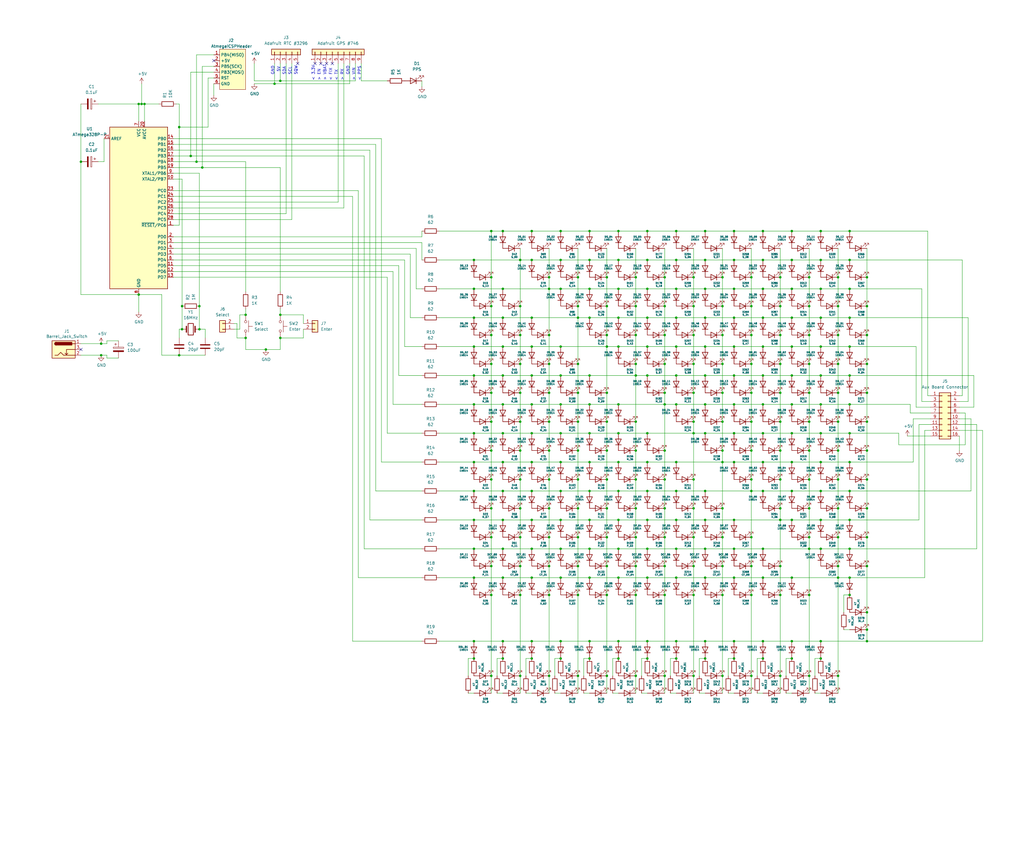
<source format=kicad_sch>
(kicad_sch (version 20211123) (generator eeschema)
  (paper "User" 450.012 375.006)
  (title_block (title "Faux Analog Clock") (date "2023-07-07") (rev "A") (company "Moonspine"))
  (junction (at 254 121.92))
  (junction (at 322.58 289.56))
  (junction (at 304.8 190.5))
  (junction (at 304.8 297.18))
  (junction (at 241.3 236.22))
  (junction (at 284.48 241.3))
  (junction (at 271.78 254))
  (junction (at 246.38 165.1))
  (junction (at 266.7 297.18))
  (junction (at 284.48 254))
  (junction (at 368.3 198.12))
  (junction (at 259.08 127))
  (junction (at 309.88 241.3))
  (junction (at 279.4 160.02))
  (junction (at 297.18 177.8))
  (junction (at 220.98 241.3))
  (junction (at 330.2 248.92))
  (junction (at 246.38 281.94))
  (junction (at 271.78 139.7))
  (junction (at 330.2 134.62))
  (junction (at 360.68 139.7))
  (junction (at 233.68 241.3))
  (junction (at 292.1 210.82))
  (junction (at 241.3 261.62))
  (junction (at 215.9 101.6))
  (junction (at 309.88 114.3))
  (junction (at 381 147.32))
  (junction (at 381 236.22))
  (junction (at 373.38 139.7))
  (junction (at 220.98 203.2))
  (junction (at 254 297.18))
  (junction (at 246.38 241.3))
  (junction (at 241.3 198.12))
  (junction (at 215.9 261.62))
  (junction (at 271.78 190.5))
  (junction (at 208.28 281.94))
  (junction (at 317.5 248.92))
  (junction (at 241.3 297.18))
  (junction (at 304.8 223.52))
  (junction (at 304.8 172.72))
  (junction (at 208.28 190.5))
  (junction (at 292.1 261.62))
  (junction (at 360.68 190.5))
  (junction (at 259.08 101.6))
  (junction (at 208.28 289.56))
  (junction (at 220.98 152.4))
  (junction (at 292.1 147.32))
  (junction (at 355.6 147.32))
  (junction (at 342.9 297.18))
  (junction (at 233.68 114.3))
  (junction (at 360.68 241.3))
  (junction (at 355.6 210.82))
  (junction (at 304.8 248.92))
  (junction (at 254 172.72))
  (junction (at 228.6 236.22))
  (junction (at 322.58 281.94))
  (junction (at 62.23 45.72))
  (junction (at 259.08 177.8))
  (junction (at 342.9 147.32))
  (junction (at 330.2 297.18))
  (junction (at 355.6 172.72))
  (junction (at 254 198.12))
  (junction (at 246.38 228.6))
  (junction (at 259.08 215.9))
  (junction (at 123.19 148.59))
  (junction (at 309.88 139.7))
  (junction (at 120.65 36.83))
  (junction (at 246.38 254))
  (junction (at 259.08 190.5))
  (junction (at 322.58 114.3))
  (junction (at 368.3 185.42))
  (junction (at 215.9 210.82))
  (junction (at 246.38 289.56))
  (junction (at 322.58 177.8))
  (junction (at 215.9 198.12))
  (junction (at 304.8 210.82))
  (junction (at 259.08 203.2))
  (junction (at 233.68 228.6))
  (junction (at 360.68 215.9))
  (junction (at 342.9 210.82))
  (junction (at 373.38 203.2))
  (junction (at 228.6 114.3))
  (junction (at 63.5 45.72))
  (junction (at 208.28 215.9))
  (junction (at 220.98 190.5))
  (junction (at 266.7 198.12))
  (junction (at 368.3 121.92))
  (junction (at 297.18 281.94))
  (junction (at 368.3 172.72))
  (junction (at 284.48 114.3))
  (junction (at 360.68 114.3))
  (junction (at 254 185.42))
  (junction (at 381 172.72))
  (junction (at 241.3 172.72))
  (junction (at 335.28 203.2))
  (junction (at 317.5 172.72))
  (junction (at 330.2 147.32))
  (junction (at 373.38 254))
  (junction (at 266.7 248.92))
  (junction (at 215.9 134.62))
  (junction (at 330.2 185.42))
  (junction (at 360.68 165.1))
  (junction (at 342.9 185.42))
  (junction (at 228.6 261.62))
  (junction (at 266.7 172.72))
  (junction (at 322.58 139.7))
  (junction (at 297.18 114.3))
  (junction (at 342.9 198.12))
  (junction (at 297.18 215.9))
  (junction (at 208.28 114.3))
  (junction (at 215.9 160.02))
  (junction (at 342.9 228.6))
  (junction (at 292.1 297.18))
  (junction (at 292.1 134.62))
  (junction (at 208.28 241.3))
  (junction (at 330.2 121.92))
  (junction (at 347.98 101.6))
  (junction (at 78.74 156.21))
  (junction (at 304.8 147.32))
  (junction (at 292.1 121.92))
  (junction (at 266.7 121.92))
  (junction (at 220.98 289.56))
  (junction (at 271.78 114.3))
  (junction (at 208.28 228.6))
  (junction (at 284.48 228.6))
  (junction (at 335.28 254))
  (junction (at 279.4 198.12))
  (junction (at 279.4 121.92))
  (junction (at 317.5 121.92))
  (junction (at 342.9 223.52))
  (junction (at 284.48 190.5))
  (junction (at 241.3 248.92))
  (junction (at 342.9 160.02))
  (junction (at 271.78 101.6))
  (junction (at 317.5 160.02))
  (junction (at 373.38 190.5))
  (junction (at 284.48 127))
  (junction (at 368.3 223.52))
  (junction (at 347.98 203.2))
  (junction (at 373.38 215.9))
  (junction (at 271.78 152.4))
  (junction (at 355.6 241.3))
  (junction (at 297.18 289.56))
  (junction (at 88.9 73.66))
  (junction (at 335.28 152.4))
  (junction (at 279.4 147.32))
  (junction (at 233.68 165.1))
  (junction (at 220.98 127))
  (junction (at 44.45 151.13))
  (junction (at 208.28 127))
  (junction (at 292.1 160.02))
  (junction (at 317.5 236.22))
  (junction (at 373.38 165.1))
  (junction (at 254 236.22))
  (junction (at 220.98 139.7))
  (junction (at 373.38 228.6))
  (junction (at 233.68 139.7))
  (junction (at 279.4 236.22))
  (junction (at 373.38 177.8))
  (junction (at 342.9 261.62))
  (junction (at 322.58 127))
  (junction (at 304.8 160.02))
  (junction (at 297.18 127))
  (junction (at 342.9 134.62))
  (junction (at 292.1 236.22))
  (junction (at 373.38 127))
  (junction (at 317.5 261.62))
  (junction (at 220.98 165.1))
  (junction (at 347.98 114.3))
  (junction (at 309.88 165.1))
  (junction (at 271.78 177.8))
  (junction (at 279.4 210.82))
  (junction (at 241.3 185.42))
  (junction (at 215.9 223.52))
  (junction (at 297.18 139.7))
  (junction (at 233.68 254))
  (junction (at 266.7 147.32))
  (junction (at 87.63 144.78))
  (junction (at 123.19 138.43))
  (junction (at 246.38 114.3))
  (junction (at 246.38 152.4))
  (junction (at 279.4 134.62))
  (junction (at 322.58 165.1))
  (junction (at 208.28 139.7))
  (junction (at 381 210.82))
  (junction (at 279.4 185.42))
  (junction (at 368.3 134.62))
  (junction (at 233.68 215.9))
  (junction (at 254 261.62))
  (junction (at 360.68 228.6))
  (junction (at 355.6 198.12))
  (junction (at 322.58 254))
  (junction (at 335.28 289.56))
  (junction (at 360.68 203.2))
  (junction (at 208.28 177.8))
  (junction (at 266.7 152.4))
  (junction (at 279.4 248.92))
  (junction (at 246.38 127))
  (junction (at 368.3 210.82))
  (junction (at 335.28 114.3))
  (junction (at 78.74 55.88))
  (junction (at 360.68 127))
  (junction (at 297.18 228.6))
  (junction (at 220.98 177.8))
  (junction (at 60.96 45.72))
  (junction (at 304.8 185.42))
  (junction (at 373.38 261.62))
  (junction (at 254 223.52))
  (junction (at 335.28 281.94))
  (junction (at 335.28 139.7))
  (junction (at 241.3 223.52))
  (junction (at 284.48 203.2))
  (junction (at 246.38 177.8))
  (junction (at 215.9 236.22))
  (junction (at 87.63 134.62))
  (junction (at 233.68 281.94))
  (junction (at 381 223.52))
  (junction (at 304.8 121.92))
  (junction (at 215.9 147.32))
  (junction (at 355.6 297.18))
  (junction (at 335.28 177.8))
  (junction (at 254 210.82))
  (junction (at 368.3 248.92))
  (junction (at 317.5 297.18))
  (junction (at 220.98 281.94))
  (junction (at 335.28 241.3))
  (junction (at 284.48 139.7))
  (junction (at 220.98 254))
  (junction (at 381 281.94))
  (junction (at 220.98 228.6))
  (junction (at 271.78 228.6))
  (junction (at 266.7 185.42))
  (junction (at 322.58 203.2))
  (junction (at 44.45 156.21))
  (junction (at 233.68 203.2))
  (junction (at 233.68 190.5))
  (junction (at 292.1 198.12))
  (junction (at 241.3 127))
  (junction (at 304.8 261.62))
  (junction (at 347.98 177.8))
  (junction (at 241.3 160.02))
  (junction (at 80.01 144.78))
  (junction (at 309.88 289.56))
  (junction (at 368.3 147.32))
  (junction (at 330.2 215.9))
  (junction (at 35.56 71.12))
  (junction (at 355.6 223.52))
  (junction (at 309.88 281.94))
  (junction (at 381 185.42))
  (junction (at 297.18 241.3))
  (junction (at 347.98 139.7))
  (junction (at 330.2 261.62))
  (junction (at 246.38 203.2))
  (junction (at 335.28 190.5))
  (junction (at 322.58 152.4))
  (junction (at 297.18 101.6))
  (junction (at 208.28 203.2))
  (junction (at 322.58 101.6))
  (junction (at 347.98 228.6))
  (junction (at 233.68 152.4))
  (junction (at 317.5 203.2))
  (junction (at 215.9 172.72))
  (junction (at 123.19 35.56))
  (junction (at 381 134.62))
  (junction (at 279.4 165.1))
  (junction (at 368.3 236.22))
  (junction (at 317.5 223.52))
  (junction (at 309.88 177.8))
  (junction (at 355.6 236.22))
  (junction (at 297.18 203.2))
  (junction (at 271.78 281.94))
  (junction (at 355.6 121.92))
  (junction (at 347.98 281.94))
  (junction (at 259.08 114.3))
  (junction (at 254 248.92))
  (junction (at 355.6 261.62))
  (junction (at 322.58 190.5))
  (junction (at 284.48 281.94))
  (junction (at 381 198.12))
  (junction (at 215.9 248.92))
  (junction (at 309.88 215.9))
  (junction (at 284.48 215.9))
  (junction (at 330.2 198.12))
  (junction (at 355.6 134.62))
  (junction (at 284.48 152.4))
  (junction (at 368.3 160.02))
  (junction (at 381 121.92))
  (junction (at 335.28 165.1))
  (junction (at 297.18 165.1))
  (junction (at 330.2 160.02))
  (junction (at 228.6 223.52))
  (junction (at 228.6 185.42))
  (junction (at 279.4 223.52))
  (junction (at 347.98 215.9))
  (junction (at 208.28 152.4))
  (junction (at 266.7 223.52))
  (junction (at 335.28 215.9))
  (junction (at 381 276.86))
  (junction (at 373.38 241.3))
  (junction (at 297.18 152.4))
  (junction (at 116.84 153.67))
  (junction (at 309.88 152.4))
  (junction (at 360.68 101.6))
  (junction (at 266.7 134.62))
  (junction (at 208.28 254))
  (junction (at 347.98 190.5))
  (junction (at 335.28 127))
  (junction (at 360.68 289.56))
  (junction (at 259.08 139.7))
  (junction (at 360.68 281.94))
  (junction (at 208.28 165.1))
  (junction (at 381 248.92))
  (junction (at 284.48 165.1))
  (junction (at 284.48 289.56))
  (junction (at 317.5 134.62))
  (junction (at 215.9 185.42))
  (junction (at 292.1 177.8))
  (junction (at 368.3 254))
  (junction (at 228.6 172.72))
  (junction (at 80.01 134.62))
  (junction (at 292.1 248.92))
  (junction (at 271.78 203.2))
  (junction (at 347.98 152.4))
  (junction (at 266.7 210.82))
  (junction (at 284.48 101.6))
  (junction (at 330.2 210.82))
  (junction (at 266.7 261.62))
  (junction (at 330.2 236.22))
  (junction (at 373.38 101.6))
  (junction (at 271.78 215.9))
  (junction (at 309.88 254))
  (junction (at 259.08 241.3))
  (junction (at 220.98 215.9))
  (junction (at 355.6 160.02))
  (junction (at 271.78 127))
  (junction (at 304.8 236.22))
  (junction (at 241.3 121.92))
  (junction (at 342.9 248.92))
  (junction (at 271.78 289.56))
  (junction (at 233.68 177.8))
  (junction (at 241.3 210.82))
  (junction (at 220.98 101.6))
  (junction (at 317.5 198.12))
  (junction (at 347.98 127))
  (junction (at 342.9 121.92))
  (junction (at 259.08 254))
  (junction (at 368.3 297.18))
  (junction (at 254 134.62))
  (junction (at 355.6 185.42))
  (junction (at 259.08 228.6))
  (junction (at 233.68 101.6))
  (junction (at 246.38 215.9))
  (junction (at 107.95 138.43))
  (junction (at 228.6 210.82))
  (junction (at 228.6 297.18))
  (junction (at 241.3 147.32))
  (junction (at 317.5 185.42))
  (junction (at 228.6 198.12))
  (junction (at 233.68 289.56))
  (junction (at 259.08 165.1))
  (junction (at 254 160.02))
  (junction (at 322.58 228.6))
  (junction (at 215.9 297.18))
  (junction (at 373.38 114.3))
  (junction (at 342.9 172.72))
  (junction (at 309.88 228.6))
  (junction (at 335.28 101.6))
  (junction (at 279.4 297.18))
  (junction (at 86.36 71.12))
  (junction (at 347.98 289.56))
  (junction (at 360.68 177.8))
  (junction (at 309.88 101.6))
  (junction (at 304.8 134.62))
  (junction (at 292.1 223.52))
  (junction (at 360.68 152.4))
  (junction (at 246.38 101.6))
  (junction (at 246.38 190.5))
  (junction (at 107.95 148.59))
  (junction (at 381 269.24))
  (junction (at 317.5 147.32))
  (junction (at 309.88 190.5))
  (junction (at 279.4 261.62))
  (junction (at 322.58 241.3))
  (junction (at 347.98 254))
  (junction (at 347.98 165.1))
  (junction (at 330.2 172.72))
  (junction (at 215.9 121.92))
  (junction (at 309.88 127))
  (junction (at 228.6 160.02))
  (junction (at 266.7 236.22))
  (junction (at 254 139.7))
  (junction (at 228.6 147.32))
  (junction (at 292.1 172.72))
  (junction (at 259.08 281.94))
  (junction (at 83.82 68.58))
  (junction (at 60.96 129.54))
  (junction (at 259.08 289.56))
  (junction (at 271.78 241.3))
  (junction (at 373.38 152.4))
  (junction (at 228.6 134.62))
  (junction (at 228.6 248.92))
  (junction (at 381 160.02))
  (junction (at 297.18 254))
  (no_connect (at 130.81 27.94))
  (no_connect (at 146.05 27.94))
  (no_connect (at 143.51 27.94))
  (no_connect (at 138.43 27.94))
  (no_connect (at 140.97 27.94))
  (no_connect (at 93.98 26.67))
  (no_connect (at 35.56 153.67))
  (wire (pts (xy 35.56 45.72) (xy 35.56 71.12)))
  (wire (pts (xy 304.8 223.52) (xy 304.8 236.22)))
  (wire (pts (xy 330.2 261.62) (xy 330.2 297.18)))
  (wire (pts (xy 123.19 35.56) (xy 156.21 35.56)))
  (wire (pts (xy 281.94 289.56) (xy 281.94 297.18)))
  (wire (pts (xy 330.2 134.62) (xy 330.2 147.32)))
  (wire (pts (xy 322.58 203.2) (xy 335.28 203.2)))
  (wire (pts (xy 46.99 156.21) (xy 46.99 157.48)))
  (wire (pts (xy 271.78 241.3) (xy 284.48 241.3)))
  (wire (pts (xy 405.13 176.53) (xy 408.94 176.53)))
  (wire (pts (xy 368.3 147.32) (xy 368.3 160.02)))
  (wire (pts (xy 292.1 172.72) (xy 292.1 177.8)))
  (wire (pts (xy 193.04 152.4) (xy 208.28 152.4)))
  (wire (pts (xy 233.68 228.6) (xy 246.38 228.6)))
  (wire (pts (xy 294.64 304.8) (xy 297.18 304.8)))
  (wire (pts (xy 60.96 129.54) (xy 35.56 129.54)))
  (wire (pts (xy 322.58 165.1) (xy 335.28 165.1)))
  (wire (pts (xy 254 185.42) (xy 254 198.12)))
  (wire (pts (xy 220.98 101.6) (xy 233.68 101.6)))
  (wire (pts (xy 401.32 203.2) (xy 401.32 184.15)))
  (wire (pts (xy 292.1 121.92) (xy 292.1 134.62)))
  (wire (pts (xy 133.35 144.78) (xy 133.35 148.59)))
  (wire (pts (xy 193.04 190.5) (xy 208.28 190.5)))
  (wire (pts (xy 78.74 148.59) (xy 78.74 144.78)))
  (wire (pts (xy 342.9 223.52) (xy 342.9 228.6)))
  (wire (pts (xy 335.28 127) (xy 347.98 127)))
  (wire (pts (xy 368.3 236.22) (xy 368.3 248.92)))
  (wire (pts (xy 297.18 114.3) (xy 309.88 114.3)))
  (wire (pts (xy 76.2 66.04) (xy 162.56 66.04)))
  (wire (pts (xy 373.38 152.4) (xy 402.59 152.4)))
  (wire (pts (xy 80.01 78.74) (xy 76.2 78.74)))
  (wire (pts (xy 294.64 289.56) (xy 294.64 297.18)))
  (wire (pts (xy 335.28 165.1) (xy 347.98 165.1)))
  (wire (pts (xy 279.4 134.62) (xy 279.4 147.32)))
  (wire (pts (xy 76.2 104.14) (xy 185.42 104.14)))
  (wire (pts (xy 218.44 304.8) (xy 220.98 304.8)))
  (wire (pts (xy 373.38 177.8) (xy 400.05 177.8)))
  (wire (pts (xy 123.19 128.27) (xy 123.19 73.66)))
  (wire (pts (xy 254 198.12) (xy 254 210.82)))
  (wire (pts (xy 429.26 241.3) (xy 429.26 186.69)))
  (wire (pts (xy 254 121.92) (xy 254 134.62)))
  (wire (pts (xy 220.98 241.3) (xy 233.68 241.3)))
  (wire (pts (xy 193.04 139.7) (xy 208.28 139.7)))
  (wire (pts (xy 342.9 147.32) (xy 342.9 160.02)))
  (wire (pts (xy 431.8 189.23) (xy 421.64 189.23)))
  (wire (pts (xy 271.78 254) (xy 284.48 254)))
  (wire (pts (xy 271.78 101.6) (xy 284.48 101.6)))
  (wire (pts (xy 259.08 127) (xy 271.78 127)))
  (wire (pts (xy 297.18 281.94) (xy 309.88 281.94)))
  (wire (pts (xy 368.3 172.72) (xy 368.3 185.42)))
  (wire (pts (xy 233.68 101.6) (xy 246.38 101.6)))
  (wire (pts (xy 355.6 198.12) (xy 355.6 210.82)))
  (wire (pts (xy 271.78 177.8) (xy 292.1 177.8)))
  (wire (pts (xy 279.4 248.92) (xy 279.4 261.62)))
  (wire (pts (xy 60.96 129.54) (xy 60.96 137.16)))
  (wire (pts (xy 259.08 190.5) (xy 271.78 190.5)))
  (wire (pts (xy 360.68 215.9) (xy 373.38 215.9)))
  (wire (pts (xy 246.38 190.5) (xy 259.08 190.5)))
  (wire (pts (xy 208.28 177.8) (xy 220.98 177.8)))
  (wire (pts (xy 322.58 114.3) (xy 335.28 114.3)))
  (wire (pts (xy 347.98 215.9) (xy 360.68 215.9)))
  (wire (pts (xy 279.4 160.02) (xy 279.4 165.1)))
  (wire (pts (xy 394.97 195.58) (xy 424.18 195.58)))
  (wire (pts (xy 78.74 156.21) (xy 71.12 156.21)))
  (wire (pts (xy 355.6 160.02) (xy 355.6 172.72)))
  (wire (pts (xy 76.2 116.84) (xy 175.26 116.84)))
  (wire (pts (xy 111.76 35.56) (xy 111.76 27.94)))
  (wire (pts (xy 220.98 215.9) (xy 233.68 215.9)))
  (wire (pts (xy 271.78 281.94) (xy 284.48 281.94)))
  (wire (pts (xy 381 198.12) (xy 381 210.82)))
  (wire (pts (xy 317.5 160.02) (xy 317.5 172.72)))
  (wire (pts (xy 297.18 215.9) (xy 309.88 215.9)))
  (wire (pts (xy 284.48 215.9) (xy 297.18 215.9)))
  (wire (pts (xy 381 248.92) (xy 381 269.24)))
  (wire (pts (xy 360.68 203.2) (xy 373.38 203.2)))
  (wire (pts (xy 342.9 228.6) (xy 347.98 228.6)))
  (wire (pts (xy 62.23 45.72) (xy 60.96 45.72)))
  (wire (pts (xy 368.3 134.62) (xy 368.3 147.32)))
  (wire (pts (xy 309.88 139.7) (xy 322.58 139.7)))
  (wire (pts (xy 322.58 228.6) (xy 342.9 228.6)))
  (wire (pts (xy 330.2 121.92) (xy 330.2 134.62)))
  (wire (pts (xy 429.26 186.69) (xy 421.64 186.69)))
  (wire (pts (xy 156.21 35.56) (xy 156.21 27.94)))
  (wire (pts (xy 284.48 241.3) (xy 297.18 241.3)))
  (wire (pts (xy 373.38 261.62) (xy 370.84 261.62)))
  (wire (pts (xy 307.34 289.56) (xy 307.34 297.18)))
  (wire (pts (xy 193.04 241.3) (xy 208.28 241.3)))
  (wire (pts (xy 284.48 289.56) (xy 281.94 289.56)))
  (wire (pts (xy 381 281.94) (xy 431.8 281.94)))
  (wire (pts (xy 347.98 289.56) (xy 345.44 289.56)))
  (wire (pts (xy 330.2 297.18) (xy 330.2 304.8)))
  (wire (pts (xy 78.74 55.88) (xy 91.44 55.88)))
  (wire (pts (xy 218.44 289.56) (xy 218.44 297.18)))
  (wire (pts (xy 335.28 152.4) (xy 347.98 152.4)))
  (wire (pts (xy 309.88 127) (xy 322.58 127)))
  (wire (pts (xy 320.04 289.56) (xy 320.04 297.18)))
  (wire (pts (xy 322.58 177.8) (xy 335.28 177.8)))
  (wire (pts (xy 78.74 156.21) (xy 90.17 156.21)))
  (wire (pts (xy 215.9 121.92) (xy 215.9 134.62)))
  (wire (pts (xy 381 276.86) (xy 381 281.94)))
  (wire (pts (xy 220.98 281.94) (xy 233.68 281.94)))
  (wire (pts (xy 317.5 121.92) (xy 317.5 134.62)))
  (wire (pts (xy 355.6 147.32) (xy 355.6 160.02)))
  (wire (pts (xy 215.9 160.02) (xy 215.9 172.72)))
  (wire (pts (xy 400.05 177.8) (xy 400.05 181.61)))
  (wire (pts (xy 177.8 152.4) (xy 185.42 152.4)))
  (wire (pts (xy 87.63 144.78) (xy 90.17 144.78)))
  (wire (pts (xy 266.7 248.92) (xy 266.7 261.62)))
  (wire (pts (xy 381 147.32) (xy 381 160.02)))
  (wire (pts (xy 266.7 210.82) (xy 266.7 223.52)))
  (wire (pts (xy 193.04 114.3) (xy 208.28 114.3)))
  (wire (pts (xy 158.75 35.56) (xy 170.18 35.56)))
  (wire (pts (xy 35.56 129.54) (xy 35.56 71.12)))
  (wire (pts (xy 292.1 236.22) (xy 292.1 248.92)))
  (wire (pts (xy 215.9 172.72) (xy 215.9 185.42)))
  (wire (pts (xy 88.9 29.21) (xy 93.98 29.21)))
  (wire (pts (xy 116.84 153.67) (xy 123.19 153.67)))
  (wire (pts (xy 266.7 297.18) (xy 266.7 304.8)))
  (wire (pts (xy 107.95 128.27) (xy 107.95 71.12)))
  (wire (pts (xy 342.9 297.18) (xy 342.9 304.8)))
  (wire (pts (xy 317.5 185.42) (xy 317.5 198.12)))
  (wire (pts (xy 208.28 215.9) (xy 220.98 215.9)))
  (wire (pts (xy 292.1 223.52) (xy 292.1 236.22)))
  (wire (pts (xy 322.58 254) (xy 335.28 254)))
  (wire (pts (xy 335.28 289.56) (xy 332.74 289.56)))
  (wire (pts (xy 76.2 121.92) (xy 170.18 121.92)))
  (wire (pts (xy 193.04 254) (xy 208.28 254)))
  (wire (pts (xy 182.88 109.22) (xy 182.88 127)))
  (wire (pts (xy 76.2 99.06) (xy 78.74 99.06)))
  (wire (pts (xy 304.8 248.92) (xy 304.8 261.62)))
  (wire (pts (xy 228.6 261.62) (xy 228.6 297.18)))
  (wire (pts (xy 185.42 104.14) (xy 185.42 101.6)))
  (wire (pts (xy 284.48 165.1) (xy 297.18 165.1)))
  (wire (pts (xy 292.1 147.32) (xy 292.1 160.02)))
  (wire (pts (xy 309.88 289.56) (xy 307.34 289.56)))
  (wire (pts (xy 309.88 241.3) (xy 322.58 241.3)))
  (wire (pts (xy 76.2 68.58) (xy 83.82 68.58)))
  (wire (pts (xy 284.48 203.2) (xy 297.18 203.2)))
  (wire (pts (xy 43.18 45.72) (xy 60.96 45.72)))
  (wire (pts (xy 254 134.62) (xy 254 139.7)))
  (wire (pts (xy 279.4 210.82) (xy 279.4 223.52)))
  (wire (pts (xy 193.04 215.9) (xy 208.28 215.9)))
  (wire (pts (xy 233.68 114.3) (xy 246.38 114.3)))
  (wire (pts (xy 360.68 127) (xy 373.38 127)))
  (wire (pts (xy 233.68 254) (xy 246.38 254)))
  (wire (pts (xy 381 269.24) (xy 381 276.86)))
  (wire (pts (xy 347.98 101.6) (xy 360.68 101.6)))
  (wire (pts (xy 347.98 114.3) (xy 360.68 114.3)))
  (wire (pts (xy 279.4 297.18) (xy 279.4 304.8)))
  (wire (pts (xy 368.3 198.12) (xy 368.3 210.82)))
  (wire (pts (xy 120.65 36.83) (xy 153.67 36.83)))
  (wire (pts (xy 373.38 101.6) (xy 407.67 101.6)))
  (wire (pts (xy 342.9 121.92) (xy 342.9 134.62)))
  (wire (pts (xy 228.6 236.22) (xy 228.6 248.92)))
  (wire (pts (xy 220.98 289.56) (xy 218.44 289.56)))
  (wire (pts (xy 292.1 177.8) (xy 292.1 198.12)))
  (wire (pts (xy 76.2 73.66) (xy 88.9 73.66)))
  (wire (pts (xy 421.64 191.77) (xy 421.64 198.12)))
  (wire (pts (xy 208.28 152.4) (xy 220.98 152.4)))
  (wire (pts (xy 78.74 144.78) (xy 80.01 144.78)))
  (wire (pts (xy 45.72 71.12) (xy 45.72 60.96)))
  (wire (pts (xy 83.82 31.75) (xy 93.98 31.75)))
  (wire (pts (xy 231.14 289.56) (xy 231.14 297.18)))
  (wire (pts (xy 266.7 172.72) (xy 266.7 185.42)))
  (wire (pts (xy 347.98 190.5) (xy 360.68 190.5)))
  (wire (pts (xy 368.3 223.52) (xy 368.3 236.22)))
  (wire (pts (xy 243.84 304.8) (xy 246.38 304.8)))
  (wire (pts (xy 304.8 190.5) (xy 304.8 210.82)))
  (wire (pts (xy 215.9 101.6) (xy 220.98 101.6)))
  (wire (pts (xy 90.17 144.78) (xy 90.17 148.59)))
  (wire (pts (xy 304.8 261.62) (xy 304.8 297.18)))
  (wire (pts (xy 297.18 152.4) (xy 309.88 152.4)))
  (wire (pts (xy 381 236.22) (xy 381 248.92)))
  (wire (pts (xy 309.88 215.9) (xy 330.2 215.9)))
  (wire (pts (xy 424.18 181.61) (xy 421.64 181.61)))
  (wire (pts (xy 76.2 60.96) (xy 167.64 60.96)))
  (wire (pts (xy 368.3 185.42) (xy 368.3 198.12)))
  (wire (pts (xy 309.88 152.4) (xy 322.58 152.4)))
  (wire (pts (xy 215.9 210.82) (xy 215.9 223.52)))
  (wire (pts (xy 88.9 73.66) (xy 88.9 29.21)))
  (wire (pts (xy 317.5 297.18) (xy 317.5 304.8)))
  (wire (pts (xy 304.8 236.22) (xy 304.8 248.92)))
  (wire (pts (xy 405.13 127) (xy 405.13 176.53)))
  (wire (pts (xy 347.98 254) (xy 368.3 254)))
  (wire (pts (xy 309.88 281.94) (xy 322.58 281.94)))
  (wire (pts (xy 368.3 254) (xy 368.3 297.18)))
  (wire (pts (xy 347.98 165.1) (xy 360.68 165.1)))
  (wire (pts (xy 76.2 114.3) (xy 177.8 114.3)))
  (wire (pts (xy 233.68 190.5) (xy 246.38 190.5)))
  (wire (pts (xy 241.3 248.92) (xy 241.3 261.62)))
  (wire (pts (xy 279.4 185.42) (xy 279.4 198.12)))
  (wire (pts (xy 123.19 35.56) (xy 111.76 35.56)))
  (wire (pts (xy 241.3 297.18) (xy 241.3 304.8)))
  (wire (pts (xy 342.9 198.12) (xy 342.9 210.82)))
  (wire (pts (xy 241.3 147.32) (xy 241.3 160.02)))
  (wire (pts (xy 154.94 281.94) (xy 185.42 281.94)))
  (wire (pts (xy 154.94 86.36) (xy 154.94 281.94)))
  (wire (pts (xy 360.68 101.6) (xy 373.38 101.6)))
  (wire (pts (xy 284.48 139.7) (xy 297.18 139.7)))
  (wire (pts (xy 342.9 109.22) (xy 342.9 121.92)))
  (wire (pts (xy 342.9 134.62) (xy 342.9 147.32)))
  (wire (pts (xy 345.44 304.8) (xy 347.98 304.8)))
  (wire (pts (xy 220.98 139.7) (xy 233.68 139.7)))
  (wire (pts (xy 63.5 45.72) (xy 69.85 45.72)))
  (wire (pts (xy 254 223.52) (xy 254 236.22)))
  (wire (pts (xy 76.2 93.98) (xy 125.73 93.98)))
  (wire (pts (xy 241.3 210.82) (xy 241.3 223.52)))
  (wire (pts (xy 322.58 139.7) (xy 335.28 139.7)))
  (wire (pts (xy 279.4 147.32) (xy 279.4 160.02)))
  (wire (pts (xy 215.9 101.6) (xy 215.9 121.92)))
  (wire (pts (xy 266.7 121.92) (xy 266.7 134.62)))
  (wire (pts (xy 317.5 109.22) (xy 317.5 121.92)))
  (wire (pts (xy 215.9 236.22) (xy 215.9 248.92)))
  (wire (pts (xy 254 139.7) (xy 259.08 139.7)))
  (wire (pts (xy 304.8 109.22) (xy 304.8 121.92)))
  (wire (pts (xy 269.24 289.56) (xy 269.24 297.18)))
  (wire (pts (xy 228.6 172.72) (xy 228.6 185.42)))
  (wire (pts (xy 87.63 76.2) (xy 87.63 134.62)))
  (wire (pts (xy 304.8 190.5) (xy 309.88 190.5)))
  (wire (pts (xy 309.88 165.1) (xy 322.58 165.1)))
  (wire (pts (xy 165.1 63.5) (xy 165.1 215.9)))
  (wire (pts (xy 86.36 24.13) (xy 93.98 24.13)))
  (wire (pts (xy 107.95 71.12) (xy 86.36 71.12)))
  (wire (pts (xy 317.5 147.32) (xy 317.5 160.02)))
  (wire (pts (xy 381 134.62) (xy 381 147.32)))
  (wire (pts (xy 193.04 177.8) (xy 208.28 177.8)))
  (wire (pts (xy 228.6 185.42) (xy 228.6 198.12)))
  (wire (pts (xy 228.6 160.02) (xy 228.6 172.72)))
  (wire (pts (xy 368.3 248.92) (xy 368.3 254)))
  (wire (pts (xy 427.99 165.1) (xy 427.99 179.07)))
  (wire (pts (xy 220.98 203.2) (xy 233.68 203.2)))
  (wire (pts (xy 284.48 152.4) (xy 297.18 152.4)))
  (wire (pts (xy 87.63 134.62) (xy 87.63 144.78)))
  (wire (pts (xy 182.88 127) (xy 185.42 127)))
  (wire (pts (xy 259.08 139.7) (xy 271.78 139.7)))
  (wire (pts (xy 284.48 254) (xy 297.18 254)))
  (wire (pts (xy 254 297.18) (xy 254 304.8)))
  (wire (pts (xy 241.3 261.62) (xy 241.3 297.18)))
  (wire (pts (xy 246.38 127) (xy 259.08 127)))
  (wire (pts (xy 241.3 127) (xy 241.3 147.32)))
  (wire (pts (xy 246.38 101.6) (xy 259.08 101.6)))
  (wire (pts (xy 402.59 179.07) (xy 408.94 179.07)))
  (wire (pts (xy 246.38 228.6) (xy 259.08 228.6)))
  (wire (pts (xy 360.68 139.7) (xy 373.38 139.7)))
  (wire (pts (xy 128.27 27.94) (xy 128.27 96.52)))
  (wire (pts (xy 292.1 248.92) (xy 292.1 261.62)))
  (wire (pts (xy 78.74 99.06) (xy 78.74 55.88)))
  (wire (pts (xy 233.68 281.94) (xy 246.38 281.94)))
  (wire (pts (xy 360.68 152.4) (xy 373.38 152.4)))
  (wire (pts (xy 342.9 228.6) (xy 342.9 248.92)))
  (wire (pts (xy 309.88 228.6) (xy 322.58 228.6)))
  (wire (pts (xy 193.04 281.94) (xy 208.28 281.94)))
  (wire (pts (xy 279.4 261.62) (xy 279.4 297.18)))
  (wire (pts (xy 153.67 36.83) (xy 153.67 27.94)))
  (wire (pts (xy 266.7 185.42) (xy 266.7 198.12)))
  (wire (pts (xy 241.3 185.42) (xy 241.3 198.12)))
  (wire (pts (xy 368.3 109.22) (xy 368.3 121.92)))
  (wire (pts (xy 322.58 281.94) (xy 335.28 281.94)))
  (wire (pts (xy 284.48 101.6) (xy 297.18 101.6)))
  (wire (pts (xy 76.2 119.38) (xy 172.72 119.38)))
  (wire (pts (xy 91.44 34.29) (xy 93.98 34.29)))
  (wire (pts (xy 71.12 129.54) (xy 60.96 129.54)))
  (wire (pts (xy 266.7 236.22) (xy 266.7 248.92)))
  (wire (pts (xy 297.18 101.6) (xy 309.88 101.6)))
  (wire (pts (xy 355.6 134.62) (xy 355.6 147.32)))
  (wire (pts (xy 220.98 127) (xy 241.3 127)))
  (wire (pts (xy 256.54 289.56) (xy 256.54 297.18)))
  (wire (pts (xy 284.48 228.6) (xy 297.18 228.6)))
  (wire (pts (xy 76.2 91.44) (xy 151.13 91.44)))
  (wire (pts (xy 271.78 127) (xy 284.48 127)))
  (wire (pts (xy 233.68 241.3) (xy 246.38 241.3)))
  (wire (pts (xy 330.2 248.92) (xy 330.2 261.62)))
  (wire (pts (xy 107.95 138.43) (xy 107.95 135.89)))
  (wire (pts (xy 266.7 134.62) (xy 266.7 147.32)))
  (wire (pts (xy 215.9 134.62) (xy 215.9 147.32)))
  (wire (pts (xy 208.28 127) (xy 220.98 127)))
  (wire (pts (xy 355.6 236.22) (xy 355.6 241.3)))
  (wire (pts (xy 246.38 114.3) (xy 259.08 114.3)))
  (wire (pts (xy 107.95 148.59) (xy 107.95 153.67)))
  (wire (pts (xy 254 248.92) (xy 254 261.62)))
  (wire (pts (xy 358.14 304.8) (xy 360.68 304.8)))
  (wire (pts (xy 208.28 281.94) (xy 220.98 281.94)))
  (wire (pts (xy 330.2 210.82) (xy 330.2 215.9)))
  (wire (pts (xy 355.6 210.82) (xy 355.6 223.52)))
  (wire (pts (xy 297.18 127) (xy 309.88 127)))
  (wire (pts (xy 259.08 215.9) (xy 271.78 215.9)))
  (wire (pts (xy 246.38 281.94) (xy 259.08 281.94)))
  (wire (pts (xy 373.38 215.9) (xy 426.72 215.9)))
  (wire (pts (xy 279.4 165.1) (xy 279.4 185.42)))
  (wire (pts (xy 193.04 203.2) (xy 208.28 203.2)))
  (wire (pts (xy 254 236.22) (xy 254 248.92)))
  (wire (pts (xy 246.38 152.4) (xy 266.7 152.4)))
  (wire (pts (xy 177.8 114.3) (xy 177.8 152.4)))
  (wire (pts (xy 151.13 27.94) (xy 151.13 91.44)))
  (wire (pts (xy 271.78 203.2) (xy 284.48 203.2)))
  (wire (pts (xy 76.2 109.22) (xy 182.88 109.22)))
  (wire (pts (xy 304.8 147.32) (xy 304.8 160.02)))
  (wire (pts (xy 347.98 177.8) (xy 360.68 177.8)))
  (wire (pts (xy 297.18 289.56) (xy 294.64 289.56)))
  (wire (pts (xy 77.47 45.72) (xy 78.74 45.72)))
  (wire (pts (xy 355.6 121.92) (xy 355.6 134.62)))
  (wire (pts (xy 91.44 55.88) (xy 91.44 34.29)))
  (wire (pts (xy 304.8 185.42) (xy 304.8 190.5)))
  (wire (pts (xy 125.73 27.94) (xy 125.73 93.98)))
  (wire (pts (xy 292.1 198.12) (xy 292.1 210.82)))
  (wire (pts (xy 167.64 203.2) (xy 185.42 203.2)))
  (wire (pts (xy 279.4 165.1) (xy 284.48 165.1)))
  (wire (pts (xy 220.98 152.4) (xy 233.68 152.4)))
  (wire (pts (xy 317.5 172.72) (xy 317.5 185.42)))
  (wire (pts (xy 104.14 142.24) (xy 104.14 148.59)))
  (wire (pts (xy 165.1 215.9) (xy 185.42 215.9)))
  (wire (pts (xy 426.72 215.9) (xy 426.72 184.15)))
  (wire (pts (xy 86.36 71.12) (xy 86.36 24.13)))
  (wire (pts (xy 373.38 254) (xy 406.4 254)))
  (wire (pts (xy 406.4 254) (xy 406.4 189.23)))
  (wire (pts (xy 401.32 184.15) (xy 408.94 184.15)))
  (wire (pts (xy 292.1 160.02) (xy 292.1 172.72)))
  (wire (pts (xy 35.56 156.21) (xy 44.45 156.21)))
  (wire (pts (xy 44.45 151.13) (xy 46.99 151.13)))
  (wire (pts (xy 254 210.82) (xy 254 223.52)))
  (wire (pts (xy 322.58 289.56) (xy 320.04 289.56)))
  (wire (pts (xy 266.7 198.12) (xy 266.7 210.82)))
  (wire (pts (xy 43.18 71.12) (xy 45.72 71.12)))
  (wire (pts (xy 381 121.92) (xy 381 134.62)))
  (wire (pts (xy 304.8 160.02) (xy 304.8 172.72)))
  (wire (pts (xy 347.98 228.6) (xy 360.68 228.6)))
  (wire (pts (xy 266.7 147.32) (xy 266.7 152.4)))
  (wire (pts (xy 193.04 101.6) (xy 215.9 101.6)))
  (wire (pts (xy 193.04 127) (xy 208.28 127)))
  (wire (pts (xy 297.18 228.6) (xy 309.88 228.6)))
  (wire (pts (xy 208.28 190.5) (xy 220.98 190.5)))
  (wire (pts (xy 259.08 101.6) (xy 271.78 101.6)))
  (wire (pts (xy 320.04 304.8) (xy 322.58 304.8)))
  (wire (pts (xy 208.28 254) (xy 220.98 254)))
  (wire (pts (xy 335.28 139.7) (xy 347.98 139.7)))
  (wire (pts (xy 360.68 228.6) (xy 373.38 228.6)))
  (wire (pts (xy 266.7 152.4) (xy 266.7 172.72)))
  (wire (pts (xy 381 109.22) (xy 381 121.92)))
  (wire (pts (xy 160.02 241.3) (xy 185.42 241.3)))
  (wire (pts (xy 297.18 203.2) (xy 317.5 203.2)))
  (wire (pts (xy 322.58 190.5) (xy 335.28 190.5)))
  (wire (pts (xy 46.99 157.48) (xy 52.07 157.48)))
  (wire (pts (xy 228.6 223.52) (xy 228.6 236.22)))
  (wire (pts (xy 76.2 63.5) (xy 165.1 63.5)))
  (wire (pts (xy 317.5 198.12) (xy 317.5 203.2)))
  (wire (pts (xy 133.35 142.24) (xy 133.35 138.43)))
  (wire (pts (xy 292.1 210.82) (xy 292.1 223.52)))
  (wire (pts (xy 208.28 289.56) (xy 205.74 289.56)))
  (wire (pts (xy 422.91 173.99) (xy 421.64 173.99)))
  (wire (pts (xy 233.68 215.9) (xy 246.38 215.9)))
  (wire (pts (xy 123.19 73.66) (xy 88.9 73.66)))
  (wire (pts (xy 246.38 203.2) (xy 259.08 203.2)))
  (wire (pts (xy 335.28 281.94) (xy 347.98 281.94)))
  (wire (pts (xy 254 261.62) (xy 254 297.18)))
  (wire (pts (xy 304.8 134.62) (xy 304.8 147.32)))
  (wire (pts (xy 76.2 96.52) (xy 128.27 96.52)))
  (wire (pts (xy 175.26 116.84) (xy 175.26 165.1)))
  (wire (pts (xy 76.2 111.76) (xy 180.34 111.76)))
  (wire (pts (xy 368.3 254) (xy 373.38 254)))
  (wire (pts (xy 185.42 106.68) (xy 185.42 114.3)))
  (wire (pts (xy 228.6 147.32) (xy 228.6 160.02)))
  (wire (pts (xy 309.88 190.5) (xy 322.58 190.5)))
  (wire (pts (xy 266.7 109.22) (xy 266.7 121.92)))
  (wire (pts (xy 347.98 152.4) (xy 360.68 152.4)))
  (wire (pts (xy 292.1 297.18) (xy 292.1 304.8)))
  (wire (pts (xy 370.84 261.62) (xy 370.84 269.24)))
  (wire (pts (xy 254 109.22) (xy 254 121.92)))
  (wire (pts (xy 335.28 114.3) (xy 347.98 114.3)))
  (wire (pts (xy 246.38 177.8) (xy 259.08 177.8)))
  (wire (pts (xy 317.5 134.62) (xy 317.5 147.32)))
  (wire (pts (xy 46.99 151.13) (xy 46.99 149.86)))
  (wire (pts (xy 335.28 101.6) (xy 347.98 101.6)))
  (wire (pts (xy 157.48 83.82) (xy 157.48 254)))
  (wire (pts (xy 228.6 134.62) (xy 228.6 147.32)))
  (wire (pts (xy 162.56 66.04) (xy 162.56 228.6)))
  (wire (pts (xy 63.5 45.72) (xy 62.23 45.72)))
  (wire (pts (xy 208.28 114.3) (xy 228.6 114.3)))
  (wire (pts (xy 160.02 68.58) (xy 160.02 241.3)))
  (wire (pts (xy 254 172.72) (xy 254 185.42)))
  (wire (pts (xy 330.2 198.12) (xy 330.2 210.82)))
  (wire (pts (xy 76.2 106.68) (xy 185.42 106.68)))
  (wire (pts (xy 259.08 228.6) (xy 271.78 228.6)))
  (wire (pts (xy 297.18 165.1) (xy 309.88 165.1)))
  (wire (pts (xy 180.34 111.76) (xy 180.34 139.7)))
  (wire (pts (xy 271.78 190.5) (xy 284.48 190.5)))
  (wire (pts (xy 425.45 176.53) (xy 421.64 176.53)))
  (wire (pts (xy 233.68 203.2) (xy 246.38 203.2)))
  (wire (pts (xy 180.34 139.7) (xy 185.42 139.7)))
  (wire (pts (xy 105.41 144.78) (xy 105.41 138.43)))
  (wire (pts (xy 403.86 186.69) (xy 408.94 186.69)))
  (wire (pts (xy 215.9 147.32) (xy 215.9 160.02)))
  (wire (pts (xy 46.99 149.86) (xy 52.07 149.86)))
  (wire (pts (xy 162.56 228.6) (xy 185.42 228.6)))
  (wire (pts (xy 307.34 304.8) (xy 309.88 304.8)))
  (wire (pts (xy 292.1 109.22) (xy 292.1 121.92)))
  (wire (pts (xy 157.48 254) (xy 185.42 254)))
  (wire (pts (xy 373.38 127) (xy 405.13 127)))
  (wire (pts (xy 309.88 101.6) (xy 322.58 101.6)))
  (wire (pts (xy 228.6 198.12) (xy 228.6 210.82)))
  (wire (pts (xy 373.38 190.5) (xy 394.97 190.5)))
  (wire (pts (xy 281.94 304.8) (xy 284.48 304.8)))
  (wire (pts (xy 317.5 203.2) (xy 322.58 203.2)))
  (wire (pts (xy 193.04 165.1) (xy 208.28 165.1)))
  (wire (pts (xy 284.48 281.94) (xy 297.18 281.94)))
  (wire (pts (xy 35.56 151.13) (xy 44.45 151.13)))
  (wire (pts (xy 76.2 88.9) (xy 148.59 88.9)))
  (wire (pts (xy 347.98 203.2) (xy 360.68 203.2)))
  (wire (pts (xy 259.08 203.2) (xy 271.78 203.2)))
  (wire (pts (xy 231.14 304.8) (xy 233.68 304.8)))
  (wire (pts (xy 241.3 121.92) (xy 241.3 127)))
  (wire (pts (xy 93.98 36.83) (xy 93.98 41.91)))
  (wire (pts (xy 220.98 254) (xy 233.68 254)))
  (wire (pts (xy 170.18 190.5) (xy 185.42 190.5)))
  (wire (pts (xy 355.6 241.3) (xy 360.68 241.3)))
  (wire (pts (xy 241.3 109.22) (xy 241.3 121.92)))
  (wire (pts (xy 148.59 27.94) (xy 148.59 88.9)))
  (wire (pts (xy 317.5 223.52) (xy 317.5 236.22)))
  (wire (pts (xy 342.9 160.02) (xy 342.9 172.72)))
  (wire (pts (xy 104.14 148.59) (xy 107.95 148.59)))
  (wire (pts (xy 205.74 304.8) (xy 208.28 304.8)))
  (wire (pts (xy 368.3 210.82) (xy 368.3 223.52)))
  (wire (pts (xy 360.68 165.1) (xy 373.38 165.1)))
  (wire (pts (xy 266.7 152.4) (xy 271.78 152.4)))
  (wire (pts (xy 345.44 289.56) (xy 345.44 297.18)))
  (wire (pts (xy 342.9 185.42) (xy 342.9 198.12)))
  (wire (pts (xy 368.3 160.02) (xy 368.3 172.72)))
  (wire (pts (xy 246.38 215.9) (xy 259.08 215.9)))
  (wire (pts (xy 80.01 134.62) (xy 80.01 78.74)))
  (wire (pts (xy 360.68 114.3) (xy 373.38 114.3)))
  (wire (pts (xy 360.68 177.8) (xy 373.38 177.8)))
  (wire (pts (xy 246.38 254) (xy 259.08 254)))
  (wire (pts (xy 426.72 184.15) (xy 421.64 184.15)))
  (wire (pts (xy 259.08 241.3) (xy 271.78 241.3)))
  (wire (pts (xy 360.68 281.94) (xy 381 281.94)))
  (wire (pts (xy 322.58 101.6) (xy 335.28 101.6)))
  (wire (pts (xy 424.18 195.58) (xy 424.18 181.61)))
  (wire (pts (xy 360.68 190.5) (xy 373.38 190.5)))
  (wire (pts (xy 102.87 142.24) (xy 104.14 142.24)))
  (wire (pts (xy 330.2 236.22) (xy 330.2 248.92)))
  (wire (pts (xy 228.6 114.3) (xy 228.6 134.62)))
  (wire (pts (xy 228.6 109.22) (xy 228.6 114.3)))
  (wire (pts (xy 355.6 241.3) (xy 355.6 261.62)))
  (wire (pts (xy 78.74 45.72) (xy 78.74 55.88)))
  (wire (pts (xy 332.74 289.56) (xy 332.74 297.18)))
  (wire (pts (xy 373.38 228.6) (xy 403.86 228.6)))
  (wire (pts (xy 335.28 254) (xy 347.98 254)))
  (wire (pts (xy 241.3 198.12) (xy 241.3 210.82)))
  (wire (pts (xy 246.38 241.3) (xy 259.08 241.3)))
  (wire (pts (xy 271.78 114.3) (xy 284.48 114.3)))
  (wire (pts (xy 123.19 27.94) (xy 123.19 35.56)))
  (wire (pts (xy 342.9 210.82) (xy 342.9 223.52)))
  (wire (pts (xy 246.38 165.1) (xy 259.08 165.1)))
  (wire (pts (xy 233.68 152.4) (xy 246.38 152.4)))
  (wire (pts (xy 271.78 139.7) (xy 284.48 139.7)))
  (wire (pts (xy 335.28 215.9) (xy 347.98 215.9)))
  (wire (pts (xy 76.2 71.12) (xy 86.36 71.12)))
  (wire (pts (xy 335.28 241.3) (xy 355.6 241.3)))
  (wire (pts (xy 123.19 153.67) (xy 123.19 148.59)))
  (wire (pts (xy 269.24 304.8) (xy 271.78 304.8)))
  (wire (pts (xy 256.54 304.8) (xy 259.08 304.8)))
  (wire (pts (xy 158.75 27.94) (xy 158.75 35.56)))
  (wire (pts (xy 406.4 189.23) (xy 408.94 189.23)))
  (wire (pts (xy 233.68 165.1) (xy 246.38 165.1)))
  (wire (pts (xy 215.9 185.42) (xy 215.9 198.12)))
  (wire (pts (xy 243.84 289.56) (xy 243.84 297.18)))
  (wire (pts (xy 254 139.7) (xy 254 160.02)))
  (wire (pts (xy 233.68 177.8) (xy 246.38 177.8)))
  (wire (pts (xy 271.78 228.6) (xy 284.48 228.6)))
  (wire (pts (xy 107.95 153.67) (xy 116.84 153.67)))
  (wire (pts (xy 228.6 297.18) (xy 228.6 304.8)))
  (wire (pts (xy 62.23 36.83) (xy 62.23 45.72)))
  (wire (pts (xy 381 223.52) (xy 381 236.22)))
  (wire (pts (xy 193.04 228.6) (xy 208.28 228.6)))
  (wire (pts (xy 279.4 121.92) (xy 279.4 134.62)))
  (wire (pts (xy 370.84 276.86) (xy 373.38 276.86)))
  (wire (pts (xy 208.28 228.6) (xy 220.98 228.6)))
  (wire (pts (xy 167.64 60.96) (xy 167.64 203.2)))
  (wire (pts (xy 360.68 241.3) (xy 373.38 241.3)))
  (wire (pts (xy 347.98 127) (xy 360.68 127)))
  (wire (pts (xy 332.74 304.8) (xy 335.28 304.8)))
  (wire (pts (xy 220.98 190.5) (xy 233.68 190.5)))
  (wire (pts (xy 347.98 281.94) (xy 360.68 281.94)))
  (wire (pts (xy 342.9 248.92) (xy 342.9 261.62)))
  (wire (pts (xy 63.5 53.34) (xy 63.5 45.72)))
  (wire (pts (xy 83.82 68.58) (xy 83.82 31.75)))
  (wire (pts (xy 381 172.72) (xy 381 185.42)))
  (wire (pts (xy 400.05 181.61) (xy 408.94 181.61)))
  (wire (pts (xy 259.08 177.8) (xy 271.78 177.8)))
  (wire (pts (xy 233.68 289.56) (xy 231.14 289.56)))
  (wire (pts (xy 317.5 261.62) (xy 317.5 297.18)))
  (wire (pts (xy 220.98 165.1) (xy 233.68 165.1)))
  (wire (pts (xy 284.48 114.3) (xy 297.18 114.3)))
  (wire (pts (xy 330.2 109.22) (xy 330.2 121.92)))
  (wire (pts (xy 220.98 228.6) (xy 233.68 228.6)))
  (wire (pts (xy 123.19 138.43) (xy 123.19 135.89)))
  (wire (pts (xy 407.67 173.99) (xy 408.94 173.99)))
  (wire (pts (xy 360.68 289.56) (xy 358.14 289.56)))
  (wire (pts (xy 71.12 129.54) (xy 71.12 156.21)))
  (wire (pts (xy 241.3 236.22) (xy 241.3 248.92)))
  (wire (pts (xy 241.3 223.52) (xy 241.3 236.22)))
  (wire (pts (xy 215.9 248.92) (xy 215.9 261.62)))
  (wire (pts (xy 266.7 261.62) (xy 266.7 297.18)))
  (wire (pts (xy 330.2 147.32) (xy 330.2 160.02)))
  (wire (pts (xy 215.9 198.12) (xy 215.9 210.82)))
  (wire (pts (xy 266.7 223.52) (xy 266.7 236.22)))
  (wire (pts (xy 60.96 53.34) (xy 60.96 45.72)))
  (wire (pts (xy 292.1 134.62) (xy 292.1 147.32)))
  (wire (pts (xy 304.8 172.72) (xy 304.8 185.42)))
  (wire (pts (xy 355.6 297.18) (xy 355.6 304.8)))
  (wire (pts (xy 309.88 177.8) (xy 322.58 177.8)))
  (wire (pts (xy 373.38 139.7) (xy 425.45 139.7)))
  (wire (pts (xy 215.9 223.52) (xy 215.9 236.22)))
  (wire (pts (xy 402.59 152.4) (xy 402.59 179.07)))
  (wire (pts (xy 76.2 83.82) (xy 157.48 83.82)))
  (wire (pts (xy 271.78 289.56) (xy 269.24 289.56)))
  (wire (pts (xy 205.74 289.56) (xy 205.74 297.18)))
  (wire (pts (xy 215.9 297.18) (xy 215.9 304.8)))
  (wire (pts (xy 309.88 114.3) (xy 322.58 114.3)))
  (wire (pts (xy 342.9 261.62) (xy 342.9 297.18)))
  (wire (pts (xy 170.18 121.92) (xy 170.18 190.5)))
  (wire (pts (xy 407.67 101.6) (xy 407.67 173.99)))
  (wire (pts (xy 358.14 289.56) (xy 358.14 297.18)))
  (wire (pts (xy 44.45 156.21) (xy 46.99 156.21)))
  (wire (pts (xy 76.2 86.36) (xy 154.94 86.36)))
  (wire (pts (xy 355.6 172.72) (xy 355.6 185.42)))
  (wire (pts (xy 355.6 223.52) (xy 355.6 236.22)))
  (wire (pts (xy 254 160.02) (xy 254 172.72)))
  (wire (pts (xy 335.28 190.5) (xy 347.98 190.5)))
  (wire (pts (xy 330.2 215.9) (xy 335.28 215.9)))
  (wire (pts (xy 271.78 215.9) (xy 284.48 215.9)))
  (wire (pts (xy 241.3 172.72) (xy 241.3 185.42)))
  (wire (pts (xy 259.08 289.56) (xy 256.54 289.56)))
  (wire (pts (xy 120.65 27.94) (xy 120.65 36.83)))
  (wire (pts (xy 317.5 203.2) (xy 317.5 223.52)))
  (wire (pts (xy 322.58 152.4) (xy 335.28 152.4)))
  (wire (pts (xy 394.97 190.5) (xy 394.97 195.58)))
  (wire (pts (xy 317.5 236.22) (xy 317.5 248.92)))
  (wire (pts (xy 373.38 241.3) (xy 429.26 241.3)))
  (wire (pts (xy 292.1 177.8) (xy 297.18 177.8)))
  (wire (pts (xy 208.28 203.2) (xy 220.98 203.2)))
  (wire (pts (xy 105.41 138.43) (xy 107.95 138.43)))
  (wire (pts (xy 175.26 165.1) (xy 185.42 165.1)))
  (wire (pts (xy 228.6 114.3) (xy 233.68 114.3)))
  (wire (pts (xy 297.18 139.7) (xy 309.88 139.7)))
  (wire (pts (xy 304.8 210.82) (xy 304.8 223.52)))
  (wire (pts (xy 355.6 185.42) (xy 355.6 198.12)))
  (wire (pts (xy 228.6 210.82) (xy 228.6 223.52)))
  (wire (pts (xy 368.3 121.92) (xy 368.3 134.62)))
  (wire (pts (xy 330.2 215.9) (xy 330.2 236.22)))
  (wire (pts (xy 342.9 172.72) (xy 342.9 185.42)))
  (wire (pts (xy 292.1 261.62) (xy 292.1 297.18)))
  (wire (pts (xy 304.8 297.18) (xy 304.8 304.8)))
  (wire (pts (xy 271.78 152.4) (xy 284.48 152.4)))
  (wire (pts (xy 208.28 241.3) (xy 220.98 241.3)))
  (wire (pts (xy 347.98 139.7) (xy 360.68 139.7)))
  (wire (pts (xy 431.8 281.94) (xy 431.8 189.23)))
  (wire (pts (xy 80.01 134.62) (xy 80.01 144.78)))
  (wire (pts (xy 330.2 185.42) (xy 330.2 198.12)))
  (wire (pts (xy 309.88 254) (xy 322.58 254)))
  (wire (pts (xy 215.9 261.62) (xy 215.9 297.18)))
  (wire (pts (xy 373.38 114.3) (xy 422.91 114.3)))
  (wire (pts (xy 317.5 248.92) (xy 317.5 261.62)))
  (wire (pts (xy 381 210.82) (xy 381 223.52)))
  (wire (pts (xy 241.3 127) (xy 246.38 127)))
  (wire (pts (xy 373.38 165.1) (xy 427.99 165.1)))
  (wire (pts (xy 259.08 114.3) (xy 271.78 114.3)))
  (wire (pts (xy 403.86 228.6) (xy 403.86 186.69)))
  (wire (pts (xy 185.42 35.56) (xy 185.42 38.1)))
  (wire (pts (xy 233.68 139.7) (xy 254 139.7)))
  (wire (pts (xy 102.87 144.78) (xy 105.41 144.78)))
  (wire (pts (xy 335.28 177.8) (xy 347.98 177.8)))
  (wire (pts (xy 297.18 177.8) (xy 309.88 177.8)))
  (wire (pts (xy 427.99 179.07) (xy 421.64 179.07)))
  (wire (pts (xy 259.08 254) (xy 271.78 254)))
  (wire (pts (xy 284.48 127) (xy 297.18 127)))
  (wire (pts (xy 279.4 236.22) (xy 279.4 248.92)))
  (wire (pts (xy 279.4 198.12) (xy 279.4 210.82)))
  (wire (pts (xy 322.58 241.3) (xy 335.28 241.3)))
  (wire (pts (xy 246.38 289.56) (xy 243.84 289.56)))
  (wire (pts (xy 330.2 160.02) (xy 330.2 172.72)))
  (wire (pts (xy 297.18 254) (xy 309.88 254)))
  (wire (pts (xy 422.91 114.3) (xy 422.91 173.99)))
  (wire (pts (xy 355.6 261.62) (xy 355.6 297.18)))
  (wire (pts (xy 220.98 177.8) (xy 233.68 177.8)))
  (wire (pts (xy 398.78 191.77) (xy 408.94 191.77)))
  (wire (pts (xy 172.72 119.38) (xy 172.72 177.8)))
  (wire (pts (xy 335.28 203.2) (xy 347.98 203.2)))
  (wire (pts (xy 228.6 248.92) (xy 228.6 261.62)))
  (wire (pts (xy 330.2 172.72) (xy 330.2 185.42)))
  (wire (pts (xy 259.08 165.1) (xy 279.4 165.1)))
  (wire (pts (xy 373.38 203.2) (xy 401.32 203.2)))
  (wire (pts (xy 76.2 76.2) (xy 87.63 76.2)))
  (wire (pts (xy 111.76 36.83) (xy 120.65 36.83)))
  (wire (pts (xy 208.28 139.7) (xy 220.98 139.7)))
  (wire (pts (xy 284.48 190.5) (xy 304.8 190.5)))
  (wire (pts (xy 355.6 109.22) (xy 355.6 121.92)))
  (wire (pts (xy 123.19 148.59) (xy 133.35 148.59)))
  (wire (pts (xy 208.28 165.1) (xy 220.98 165.1)))
  (wire (pts (xy 322.58 127) (xy 335.28 127)))
  (wire (pts (xy 381 185.42) (xy 381 198.12)))
  (wire (pts (xy 279.4 223.52) (xy 279.4 236.22)))
  (wire (pts (xy 172.72 177.8) (xy 185.42 177.8)))
  (wire (pts (xy 368.3 297.18) (xy 368.3 304.8)))
  (wire (pts (xy 381 160.02) (xy 381 172.72)))
  (wire (pts (xy 83.82 68.58) (xy 160.02 68.58)))
  (wire (pts (xy 425.45 139.7) (xy 425.45 176.53)))
  (wire (pts (xy 241.3 160.02) (xy 241.3 172.72)))
  (wire (pts (xy 304.8 121.92) (xy 304.8 134.62)))
  (wire (pts (xy 259.08 281.94) (xy 271.78 281.94)))
  (wire (pts (xy 297.18 241.3) (xy 309.88 241.3)))
  (wire (pts (xy 123.19 138.43) (xy 133.35 138.43)))
  (wire (pts (xy 279.4 109.22) (xy 279.4 121.92)))
  (text "> RX" (at 151.13 35.56 90) (effects (font (size 1.27 1.27)) (justify left bottom)))
  (text "GND" (at 120.65 33.02 90) (effects (font (size 1.27 1.27)) (justify left bottom)))
  (text "< FIX" (at 146.05 35.56 90) (effects (font (size 1.27 1.27)) (justify left bottom)))
  (text "GND" (at 153.67 33.02 90) (effects (font (size 1.27 1.27)) (justify left bottom)))
  (text "5V" (at 123.19 31.75 90) (effects (font (size 1.27 1.27)) (justify left bottom)))
  (text "SDA" (at 125.73 33.02 90) (effects (font (size 1.27 1.27)) (justify left bottom)))
  (text "< TX" (at 148.59 35.56 90) (effects (font (size 1.27 1.27)) (justify left bottom)))
  (text "> EN" (at 140.97 35.56 90) (effects (font (size 1.27 1.27)) (justify left bottom)))
  (text "SCL" (at 128.27 33.02 90) (effects (font (size 1.27 1.27)) (justify left bottom)))
  (text "SQW" (at 130.81 33.02 90) (effects (font (size 1.27 1.27)) (justify left bottom)))
  (text "< PPS" (at 158.75 35.56 90) (effects (font (size 1.27 1.27)) (justify left bottom)))
  (text "< 3.3V" (at 138.43 35.56 90) (effects (font (size 1.27 1.27)) (justify left bottom)))
  (text "> VBAT" (at 143.51 35.56 90) (effects (font (size 1.27 1.27)) (justify left bottom)))
  (text "> VIN" (at 156.21 35.56 90) (effects (font (size 1.27 1.27)) (justify left bottom)))
  (symbol (lib_id "Device:D") (at 309.88 257.81 90) (unit 1)
    (property "Reference" "DX_08" (at 307.34 256.5399 90) (effects (font (size 0.75 0.75)) (justify left)))
    (property "Value" "1N914" (at 303.53 257.81 90) (effects (font (size 0.75 0.75)) (justify right)))
    (property "Footprint" "Diode_THT:D_DO-34_SOD68_P10.16mm_Horizontal" (effects hide))
  )
  (symbol (lib_id "Device:D") (at 335.28 285.75 90) (unit 1)
    (property "Reference" "DDR_E1" (at 332.74 284.4799 90) (effects (font (size 0.75 0.75)) (justify left)))
    (property "Value" "1N914" (at 328.93 285.75 90) (effects (font (size 0.75 0.75)) (justify right)))
    (property "Footprint" "Diode_THT:D_DO-34_SOD68_P10.16mm_Horizontal" (effects hide))
  )
  (symbol (lib_id "Device:D") (at 220.98 181.61 90) (unit 1)
    (property "Reference" "DM_19" (at 218.44 180.3399 90) (effects (font (size 0.75 0.75)) (justify left)))
    (property "Value" "1N914" (at 214.63 181.61 90) (effects (font (size 0.75 0.75)) (justify right)))
    (property "Footprint" "Diode_THT:D_DO-34_SOD68_P10.16mm_Horizontal" (effects hide))
  )
  (symbol (lib_id "Device:D") (at 271.78 143.51 90) (unit 1)
    (property "Reference" "DS_43" (at 269.24 142.2399 90) (effects (font (size 0.75 0.75)) (justify left)))
    (property "Value" "1N914" (at 265.43 143.51 90) (effects (font (size 0.75 0.75)) (justify right)))
    (property "Footprint" "Diode_THT:D_DO-34_SOD68_P10.16mm_Horizontal" (effects hide))
  )
  (symbol (lib_id "Device:D") (at 246.38 181.61 90) (unit 1)
    (property "Reference" "DM_21" (at 243.84 180.3399 90) (effects (font (size 0.75 0.75)) (justify left)))
    (property "Value" "1N914" (at 240.03 181.61 90) (effects (font (size 0.75 0.75)) (justify right)))
    (property "Footprint" "Diode_THT:D_DO-34_SOD68_P10.16mm_Horizontal" (effects hide))
  )
  (symbol (lib_id "Device:LED") (at 300.99 236.22 180) (unit 1)
    (property "Reference" "D213" (at 302.26 238.76 0) (effects (font (size 0.75 0.75))))
    (property "Value" "P_05" (at 302.26 240.03 0) (effects (font (size 0.75 0.75))))
    (property "Footprint" "LED_THT:LED_D5.0mm" (effects hide))
  )
  (symbol (lib_id "Device:D") (at 208.28 118.11 90) (unit 1)
    (property "Reference" "DS_13" (at 205.74 116.8399 90) (effects (font (size 0.75 0.75)) (justify left)))
    (property "Value" "1N914" (at 201.93 118.11 90) (effects (font (size 0.75 0.75)) (justify right)))
    (property "Footprint" "Diode_THT:D_DO-34_SOD68_P10.16mm_Horizontal" (effects hide))
  )
  (symbol (lib_id "Device:D") (at 259.08 168.91 90) (unit 1)
    (property "Reference" "DM_09" (at 256.54 167.6399 90) (effects (font (size 0.75 0.75)) (justify left)))
    (property "Value" "1N914" (at 252.73 168.91 90) (effects (font (size 0.75 0.75)) (justify right)))
    (property "Footprint" "Diode_THT:D_DO-34_SOD68_P10.16mm_Horizontal" (effects hide))
  )
  (symbol (lib_id "power:GND") (at 111.76 36.83 0) (unit 1)
    (property "Reference" "#PWR07" (effects hide))
    (property "Value" "GND" (at 111.887 41.2242 0))
  )
  (symbol (lib_id "Device:R") (at 189.23 215.9 90) (unit 1)
    (property "Reference" "R15" (at 189.23 209.55 90))
    (property "Value" "62" (at 189.23 212.09 90))
    (property "Footprint" "Resistor_THT:R_Axial_DIN0207_L6.3mm_D2.5mm_P10.16mm_Horizontal" (effects hide))
  )
  (symbol (lib_id "Device:R") (at 373.38 265.43 0) (unit 1)
    (property "Reference" "RDL_A1" (at 377.19 265.43 90) (effects (font (size 0.75 0.75))))
    (property "Value" "47" (at 375.92 265.43 90) (effects (font (size 0.75 0.75))))
    (property "Footprint" "Resistor_THT:R_Axial_DIN0207_L6.3mm_D2.5mm_P10.16mm_Horizontal" (effects hide))
  )
  (symbol (lib_id "Device:D") (at 373.38 207.01 90) (unit 1)
    (property "Reference" "DM_56" (at 370.84 205.7399 90) (effects (font (size 0.75 0.75)) (justify left)))
    (property "Value" "1N914" (at 367.03 207.01 90) (effects (font (size 0.75 0.75)) (justify right)))
    (property "Footprint" "Diode_THT:D_DO-34_SOD68_P10.16mm_Horizontal" (effects hide))
  )
  (symbol (lib_id "Device:D") (at 347.98 118.11 90) (unit 1)
    (property "Reference" "DS_23" (at 345.44 116.8399 90) (effects (font (size 0.75 0.75)) (justify left)))
    (property "Value" "1N914" (at 341.63 118.11 90) (effects (font (size 0.75 0.75)) (justify right)))
    (property "Footprint" "Diode_THT:D_DO-34_SOD68_P10.16mm_Horizontal" (effects hide))
  )
  (symbol (lib_id "Device:R") (at 320.04 300.99 0) (unit 1)
    (property "Reference" "RDR_D2" (at 323.85 300.99 90) (effects (font (size 0.75 0.75))))
    (property "Value" "47" (at 322.58 300.99 90) (effects (font (size 0.75 0.75))))
    (property "Footprint" "Resistor_THT:R_Axial_DIN0207_L6.3mm_D2.5mm_P10.16mm_Horizontal" (effects hide))
  )
  (symbol (lib_id "Device:LED") (at 212.09 223.52 180) (unit 1)
    (property "Reference" "D23" (at 213.36 226.06 0) (effects (font (size 0.75 0.75))))
    (property "Value" "M_57" (at 213.36 227.33 0) (effects (font (size 0.75 0.75))))
    (property "Footprint" "LED_THT:LED_D5.0mm" (effects hide))
  )
  (symbol (lib_id "Device:LED") (at 364.49 185.42 180) (unit 1)
    (property "Reference" "D345" (at 365.76 187.96 0) (effects (font (size 0.75 0.75))))
    (property "Value" "M_29" (at 365.76 189.23 0) (effects (font (size 0.75 0.75))))
    (property "Footprint" "LED_THT:LED_D5.0mm" (effects hide))
  )
  (symbol (lib_id "Device:LED") (at 377.19 185.42 180) (unit 1)
    (property "Reference" "D372" (at 378.46 187.96 0) (effects (font (size 0.75 0.75))))
    (property "Value" "M_30" (at 378.46 189.23 0) (effects (font (size 0.75 0.75))))
    (property "Footprint" "LED_THT:LED_D5.0mm" (effects hide))
  )
  (symbol (lib_id "Device:C_Polarized") (at 52.07 153.67 0) (unit 1)
    (property "Reference" "C3" (at 55.88 151.5109 0) (effects (justify left)))
    (property "Value" "100uF" (at 55.88 154.0509 0) (effects (justify left)))
    (property "Footprint" "Capacitor_THT:CP_Radial_D10.0mm_P3.50mm" (effects hide))
  )
  (symbol (lib_id "Device:R") (at 345.44 300.99 0) (unit 1)
    (property "Reference" "RDR_F2" (at 349.25 300.99 90) (effects (font (size 0.75 0.75))))
    (property "Value" "47" (at 347.98 300.99 90) (effects (font (size 0.75 0.75))))
    (property "Footprint" "Resistor_THT:R_Axial_DIN0207_L6.3mm_D2.5mm_P10.16mm_Horizontal" (effects hide))
  )
  (symbol (lib_id "Device:D") (at 360.68 207.01 90) (unit 1)
    (property "Reference" "DM_55" (at 358.14 205.7399 90) (effects (font (size 0.75 0.75)) (justify left)))
    (property "Value" "1N914" (at 354.33 207.01 90) (effects (font (size 0.75 0.75)) (justify right)))
    (property "Footprint" "Diode_THT:D_DO-34_SOD68_P10.16mm_Horizontal" (effects hide))
  )
  (symbol (lib_id "Device:R") (at 189.23 101.6 90) (unit 1)
    (property "Reference" "R6" (at 189.23 95.25 90))
    (property "Value" "62" (at 189.23 97.79 90))
    (property "Footprint" "Resistor_THT:R_Axial_DIN0207_L6.3mm_D2.5mm_P10.16mm_Horizontal" (effects hide))
  )
  (symbol (lib_id "Device:LED") (at 224.79 160.02 180) (unit 1)
    (property "Reference" "D45" (at 226.06 162.56 0) (effects (font (size 0.75 0.75))))
    (property "Value" "S_53" (at 226.06 163.83 0) (effects (font (size 0.75 0.75))))
    (property "Footprint" "LED_THT:LED_D5.0mm" (effects hide))
  )
  (symbol (lib_id "Device:LED") (at 262.89 248.92 180) (unit 1)
    (property "Reference" "D133" (at 264.16 251.46 0) (effects (font (size 0.75 0.75))))
    (property "Value" "CF_03" (at 264.16 252.73 0) (effects (font (size 0.75 0.75))))
    (property "Footprint" "LED_THT:LED_D5.0mm" (effects hide))
  )
  (symbol (lib_id "Device:R") (at 259.08 293.37 0) (unit 1)
    (property "Reference" "RDL_F1" (at 262.89 293.37 90) (effects (font (size 0.75 0.75))))
    (property "Value" "47" (at 261.62 293.37 90) (effects (font (size 0.75 0.75))))
    (property "Footprint" "Resistor_THT:R_Axial_DIN0207_L6.3mm_D2.5mm_P10.16mm_Horizontal" (effects hide))
  )
  (symbol (lib_id "Device:LED") (at 326.39 236.22 180) (unit 1)
    (property "Reference" "D267" (at 327.66 238.76 0) (effects (font (size 0.75 0.75))))
    (property "Value" "P_07" (at 327.66 240.03 0) (effects (font (size 0.75 0.75))))
    (property "Footprint" "LED_THT:LED_D5.0mm" (effects hide))
  )
  (symbol (lib_id "Device:D") (at 335.28 105.41 90) (unit 1)
    (property "Reference" "DS_09" (at 332.74 104.1399 90) (effects (font (size 0.75 0.75)) (justify left)))
    (property "Value" "1N914" (at 328.93 105.41 90) (effects (font (size 0.75 0.75)) (justify right)))
    (property "Footprint" "Diode_THT:D_DO-34_SOD68_P10.16mm_Horizontal" (effects hide))
  )
  (symbol (lib_id "Device:D") (at 297.18 219.71 90) (unit 1)
    (property "Reference" "DH_04" (at 294.64 218.4399 90) (effects (font (size 0.75 0.75)) (justify left)))
    (property "Value" "1N914" (at 290.83 219.71 90) (effects (font (size 0.75 0.75)) (justify right)))
    (property "Footprint" "Diode_THT:D_DO-34_SOD68_P10.16mm_Horizontal" (effects hide))
  )
  (symbol (lib_id "Device:D") (at 259.08 232.41 90) (unit 1)
    (property "Reference" "DP_02" (at 256.54 231.1399 90) (effects (font (size 0.75 0.75)) (justify left)))
    (property "Value" "1N914" (at 252.73 232.41 90) (effects (font (size 0.75 0.75)) (justify right)))
    (property "Footprint" "Diode_THT:D_DO-34_SOD68_P10.16mm_Horizontal" (effects hide))
  )
  (symbol (lib_id "Device:D") (at 322.58 257.81 90) (unit 1)
    (property "Reference" "DX_09" (at 320.04 256.5399 90) (effects (font (size 0.75 0.75)) (justify left)))
    (property "Value" "1N914" (at 316.23 257.81 90) (effects (font (size 0.75 0.75)) (justify right)))
    (property "Footprint" "Diode_THT:D_DO-34_SOD68_P10.16mm_Horizontal" (effects hide))
  )
  (symbol (lib_id "Device:D") (at 284.48 156.21 90) (unit 1)
    (property "Reference" "DS_57" (at 281.94 154.9399 90) (effects (font (size 0.75 0.75)) (justify left)))
    (property "Value" "1N914" (at 278.13 156.21 90) (effects (font (size 0.75 0.75)) (justify right)))
    (property "Footprint" "Diode_THT:D_DO-34_SOD68_P10.16mm_Horizontal" (effects hide))
  )
  (symbol (lib_id "Device:R") (at 233.68 293.37 0) (unit 1)
    (property "Reference" "RDL_D1" (at 237.49 293.37 90) (effects (font (size 0.75 0.75))))
    (property "Value" "47" (at 236.22 293.37 90) (effects (font (size 0.75 0.75))))
    (property "Footprint" "Resistor_THT:R_Axial_DIN0207_L6.3mm_D2.5mm_P10.16mm_Horizontal" (effects hide))
  )
  (symbol (lib_id "Device:D") (at 309.88 130.81 90) (unit 1)
    (property "Reference" "DS_33" (at 307.34 129.5399 90) (effects (font (size 0.75 0.75)) (justify left)))
    (property "Value" "1N914" (at 303.53 130.81 90) (effects (font (size 0.75 0.75)) (justify right)))
    (property "Footprint" "Diode_THT:D_DO-34_SOD68_P10.16mm_Horizontal" (effects hide))
  )
  (symbol (lib_id "Device:D") (at 284.48 207.01 90) (unit 1)
    (property "Reference" "DM_50" (at 281.94 205.7399 90) (effects (font (size 0.75 0.75)) (justify left)))
    (property "Value" "1N914" (at 278.13 207.01 90) (effects (font (size 0.75 0.75)) (justify right)))
    (property "Footprint" "Diode_THT:D_DO-34_SOD68_P10.16mm_Horizontal" (effects hide))
  )
  (symbol (lib_id "Device:D") (at 297.18 257.81 90) (unit 1)
    (property "Reference" "DX_07" (at 294.64 256.5399 90) (effects (font (size 0.75 0.75)) (justify left)))
    (property "Value" "1N914" (at 290.83 257.81 90) (effects (font (size 0.75 0.75)) (justify right)))
    (property "Footprint" "Diode_THT:D_DO-34_SOD68_P10.16mm_Horizontal" (effects hide))
  )
  (symbol (lib_id "Device:LED") (at 300.99 109.22 180) (unit 1)
    (property "Reference" "D204" (at 302.26 111.76 0) (effects (font (size 0.75 0.75))))
    (property "Value" "S_06" (at 302.26 113.03 0) (effects (font (size 0.75 0.75))))
    (property "Footprint" "LED_THT:LED_D5.0mm" (effects hide))
  )
  (symbol (lib_id "Device:LED") (at 262.89 304.8 180) (unit 1)
    (property "Reference" "D136" (at 264.16 307.34 0) (effects (font (size 0.75 0.75))))
    (property "Value" "DL_F" (at 264.16 308.61 0) (effects (font (size 0.75 0.75))))
    (property "Footprint" "LED_THT:LED_D5.0mm" (effects hide))
  )
  (symbol (lib_id "Device:D") (at 259.08 257.81 90) (unit 1)
    (property "Reference" "DX_04" (at 256.54 256.5399 90) (effects (font (size 0.75 0.75)) (justify left)))
    (property "Value" "1N914" (at 252.73 257.81 90) (effects (font (size 0.75 0.75)) (justify right)))
    (property "Footprint" "Diode_THT:D_DO-34_SOD68_P10.16mm_Horizontal" (effects hide))
  )
  (symbol (lib_id "Device:LED") (at 351.79 198.12 180) (unit 1)
    (property "Reference" "D319" (at 353.06 200.66 0) (effects (font (size 0.75 0.75))))
    (property "Value" "M_41" (at 353.06 201.93 0) (effects (font (size 0.75 0.75))))
    (property "Footprint" "LED_THT:LED_D5.0mm" (effects hide))
  )
  (symbol (lib_id "Device:LED") (at 377.19 121.92 180) (unit 1)
    (property "Reference" "D367" (at 378.46 124.46 0) (effects (font (size 0.75 0.75))))
    (property "Value" "S_25" (at 378.46 125.73 0) (effects (font (size 0.75 0.75))))
    (property "Footprint" "LED_THT:LED_D5.0mm" (effects hide))
  )
  (symbol (lib_id "Device:D") (at 347.98 232.41 90) (unit 1)
    (property "Reference" "DP_08" (at 345.44 231.1399 90) (effects (font (size 0.75 0.75)) (justify left)))
    (property "Value" "1N914" (at 341.63 232.41 90) (effects (font (size 0.75 0.75)) (justify right)))
    (property "Footprint" "Diode_THT:D_DO-34_SOD68_P10.16mm_Horizontal" (effects hide))
  )
  (symbol (lib_id "Device:LED") (at 262.89 185.42 180) (unit 1)
    (property "Reference" "D128" (at 264.16 187.96 0) (effects (font (size 0.75 0.75))))
    (property "Value" "M_22" (at 264.16 189.23 0) (effects (font (size 0.75 0.75))))
    (property "Footprint" "LED_THT:LED_D5.0mm" (effects hide))
  )
  (symbol (lib_id "Device:R") (at 73.66 45.72 90) (unit 1)
    (property "Reference" "R1" (at 72.3899 43.18 0) (effects (justify left)))
    (property "Value" "10K" (at 74.9299 43.18 0) (effects (justify left)))
    (property "Footprint" "Resistor_THT:R_Axial_DIN0207_L6.3mm_D2.5mm_P10.16mm_Horizontal" (effects hide))
  )
  (symbol (lib_id "Device:C_Polarized") (at 39.37 45.72 270) (unit 1)
    (property "Reference" "C1" (at 40.259 38.1 90))
    (property "Value" "0.1uF" (at 40.259 40.64 90))
    (property "Footprint" "Capacitor_THT:CP_Radial_Tantal_D5.0mm_P2.50mm" (effects hide))
  )
  (symbol (lib_id "Device:R") (at 322.58 293.37 0) (unit 1)
    (property "Reference" "RDR_D1" (at 326.39 293.37 90) (effects (font (size 0.75 0.75))))
    (property "Value" "47" (at 325.12 293.37 90) (effects (font (size 0.75 0.75))))
    (property "Footprint" "Resistor_THT:R_Axial_DIN0207_L6.3mm_D2.5mm_P10.16mm_Horizontal" (effects hide))
  )
  (symbol (lib_id "Connector_Generic:Conn_01x05") (at 125.73 22.86 90) (unit 1)
    (property "Reference" "J3" (at 125.73 16.51 90))
    (property "Value" "Adafruit RTC #3296" (at 125.73 19.05 90))
    (property "Footprint" "Connector_PinHeader_2.54mm:PinHeader_1x05_P2.54mm_Vertical" (effects hide))
  )
  (symbol (lib_id "Device:D") (at 220.98 156.21 90) (unit 1)
    (property "Reference" "DS_53" (at 218.44 154.9399 90) (effects (font (size 0.75 0.75)) (justify left)))
    (property "Value" "1N914" (at 214.63 156.21 90) (effects (font (size 0.75 0.75)) (justify right)))
    (property "Footprint" "Diode_THT:D_DO-34_SOD68_P10.16mm_Horizontal" (effects hide))
  )
  (symbol (lib_id "Device:D") (at 297.18 105.41 90) (unit 1)
    (property "Reference" "DS_06" (at 294.64 104.1399 90) (effects (font (size 0.75 0.75)) (justify left)))
    (property "Value" "1N914" (at 290.83 105.41 90) (effects (font (size 0.75 0.75)) (justify right)))
    (property "Footprint" "Diode_THT:D_DO-34_SOD68_P10.16mm_Horizontal" (effects hide))
  )
  (symbol (lib_id "Device:D") (at 259.08 194.31 90) (unit 1)
    (property "Reference" "DM_35" (at 256.54 193.0399 90) (effects (font (size 0.75 0.75)) (justify left)))
    (property "Value" "1N914" (at 252.73 194.31 90) (effects (font (size 0.75 0.75)) (justify right)))
    (property "Footprint" "Diode_THT:D_DO-34_SOD68_P10.16mm_Horizontal" (effects hide))
  )
  (symbol (lib_id "Device:D") (at 208.28 232.41 90) (unit 1)
    (property "Reference" "DH_10" (at 205.74 231.1399 90) (effects (font (size 0.75 0.75)) (justify left)))
    (property "Value" "1N914" (at 201.93 232.41 90) (effects (font (size 0.75 0.75)) (justify right)))
    (property "Footprint" "Diode_THT:D_DO-34_SOD68_P10.16mm_Horizontal" (effects hide))
  )
  (symbol (lib_id "Device:D") (at 233.68 105.41 90) (unit 1)
    (property "Reference" "DS_01" (at 231.14 104.1399 90) (effects (font (size 0.75 0.75)) (justify left)))
    (property "Value" "1N914" (at 227.33 105.41 90) (effects (font (size 0.75 0.75)) (justify right)))
    (property "Footprint" "Diode_THT:D_DO-34_SOD68_P10.16mm_Horizontal" (effects hide))
  )
  (symbol (lib_id "Device:D") (at 259.08 130.81 90) (unit 1)
    (property "Reference" "DS_29" (at 256.54 129.5399 90) (effects (font (size 0.75 0.75)) (justify left)))
    (property "Value" "1N914" (at 252.73 130.81 90) (effects (font (size 0.75 0.75)) (justify right)))
    (property "Footprint" "Diode_THT:D_DO-34_SOD68_P10.16mm_Horizontal" (effects hide))
  )
  (symbol (lib_id "Device:D") (at 220.98 232.41 90) (unit 1)
    (property "Reference" "DH_11" (at 218.44 231.1399 90) (effects (font (size 0.75 0.75)) (justify left)))
    (property "Value" "1N914" (at 214.63 232.41 90) (effects (font (size 0.75 0.75)) (justify right)))
    (property "Footprint" "Diode_THT:D_DO-34_SOD68_P10.16mm_Horizontal" (effects hide))
  )
  (symbol (lib_id "Device:D") (at 335.28 257.81 90) (unit 1)
    (property "Reference" "DX_10" (at 332.74 256.5399 90) (effects (font (size 0.75 0.75)) (justify left)))
    (property "Value" "1N914" (at 328.93 257.81 90) (effects (font (size 0.75 0.75)) (justify right)))
    (property "Footprint" "Diode_THT:D_DO-34_SOD68_P10.16mm_Horizontal" (effects hide))
  )
  (symbol (lib_id "Device:LED") (at 224.79 248.92 180) (unit 1)
    (property "Reference" "D52" (at 226.06 251.46 0) (effects (font (size 0.75 0.75))))
    (property "Value" "CF_00" (at 226.06 252.73 0) (effects (font (size 0.75 0.75))))
    (property "Footprint" "LED_THT:LED_D5.0mm" (effects hide))
  )
  (symbol (lib_id "Device:D") (at 233.68 257.81 90) (unit 1)
    (property "Reference" "DX_02" (at 231.14 256.5399 90) (effects (font (size 0.75 0.75)) (justify left)))
    (property "Value" "1N914" (at 227.33 257.81 90) (effects (font (size 0.75 0.75)) (justify right)))
    (property "Footprint" "Diode_THT:D_DO-34_SOD68_P10.16mm_Horizontal" (effects hide))
  )
  (symbol (lib_id "Device:LED") (at 224.79 261.62 180) (unit 1)
    (property "Reference" "D53" (at 226.06 264.16 0) (effects (font (size 0.75 0.75))))
    (property "Value" "X_01" (at 226.06 265.43 0) (effects (font (size 0.75 0.75))))
    (property "Footprint" "LED_THT:LED_D5.0mm" (effects hide))
  )
  (symbol (lib_id "Device:R") (at 347.98 293.37 0) (unit 1)
    (property "Reference" "RDR_F1" (at 351.79 293.37 90) (effects (font (size 0.75 0.75))))
    (property "Value" "47" (at 350.52 293.37 90) (effects (font (size 0.75 0.75))))
    (property "Footprint" "Resistor_THT:R_Axial_DIN0207_L6.3mm_D2.5mm_P10.16mm_Horizontal" (effects hide))
  )
  (symbol (lib_id "Device:LED") (at 275.59 160.02 180) (unit 1)
    (property "Reference" "D154" (at 276.86 162.56 0) (effects (font (size 0.75 0.75))))
    (property "Value" "S_56" (at 276.86 163.83 0) (effects (font (size 0.75 0.75))))
    (property "Footprint" "LED_THT:LED_D5.0mm" (effects hide))
  )
  (symbol (lib_id "Device:R") (at 189.23 165.1 90) (unit 1)
    (property "Reference" "R11" (at 189.23 158.75 90))
    (property "Value" "62" (at 189.23 161.29 90))
    (property "Footprint" "Resistor_THT:R_Axial_DIN0207_L6.3mm_D2.5mm_P10.16mm_Horizontal" (effects hide))
  )
  (symbol (lib_id "Device:D") (at 297.18 143.51 90) (unit 1)
    (property "Reference" "DS_45" (at 294.64 142.2399 90) (effects (font (size 0.75 0.75)) (justify left)))
    (property "Value" "1N914" (at 290.83 143.51 90) (effects (font (size 0.75 0.75)) (justify right)))
    (property "Footprint" "Diode_THT:D_DO-34_SOD68_P10.16mm_Horizontal" (effects hide))
  )
  (symbol (lib_id "Device:LED") (at 313.69 172.72 180) (unit 1)
    (property "Reference" "D236" (at 314.96 175.26 0) (effects (font (size 0.75 0.75))))
    (property "Value" "M_12" (at 314.96 176.53 0) (effects (font (size 0.75 0.75))))
    (property "Footprint" "LED_THT:LED_D5.0mm" (effects hide))
  )
  (symbol (lib_id "Device:LED") (at 237.49 261.62 180) (unit 1)
    (property "Reference" "D80" (at 238.76 264.16 0) (effects (font (size 0.75 0.75))))
    (property "Value" "X_02" (at 238.76 265.43 0) (effects (font (size 0.75 0.75))))
    (property "Footprint" "LED_THT:LED_D5.0mm" (effects hide))
  )
  (symbol (lib_id "power:+5V") (at 398.78 191.77 0) (unit 1)
    (property "Reference" "#PWR0101" (effects hide))
    (property "Value" "+5V" (at 399.161 187.3758 0))
  )
  (symbol (lib_id "Connector_Generic:Conn_01x02") (at 97.79 144.78 180) (unit 1)
    (property "Reference" "J6" (at 97.79 135.89 0))
    (property "Value" "Select" (at 97.79 138.43 0))
    (property "Footprint" "Connector_Molex:Molex_SPOX_5267-02A_1x02_P2.50mm_Vertical" (effects hide))
  )
  (symbol (lib_id "Device:LED") (at 377.19 236.22 180) (unit 1)
    (property "Reference" "D376" (at 378.46 238.76 0) (effects (font (size 0.75 0.75))))
    (property "Value" "P_10" (at 378.46 240.03 0) (effects (font (size 0.75 0.75))))
    (property "Footprint" "LED_THT:LED_D5.0mm" (effects hide))
  )
  (symbol (lib_id "Device:LED") (at 224.79 147.32 180) (unit 1)
    (property "Reference" "D44" (at 226.06 149.86 0) (effects (font (size 0.75 0.75))))
    (property "Value" "S_40" (at 226.06 151.13 0) (effects (font (size 0.75 0.75))))
    (property "Footprint" "LED_THT:LED_D5.0mm" (effects hide))
  )
  (symbol (lib_id "Device:D") (at 271.78 219.71 90) (unit 1)
    (property "Reference" "DH_02" (at 269.24 218.4399 90) (effects (font (size 0.75 0.75)) (justify left)))
    (property "Value" "1N914" (at 265.43 219.71 90) (effects (font (size 0.75 0.75)) (justify right)))
    (property "Footprint" "Diode_THT:D_DO-34_SOD68_P10.16mm_Horizontal" (effects hide))
  )
  (symbol (lib_id "Device:LED") (at 250.19 185.42 180) (unit 1)
    (property "Reference" "D101" (at 251.46 187.96 0) (effects (font (size 0.75 0.75))))
    (property "Value" "M_21" (at 251.46 189.23 0) (effects (font (size 0.75 0.75))))
    (property "Footprint" "LED_THT:LED_D5.0mm" (effects hide))
  )
  (symbol (lib_id "Device:LED") (at 339.09 172.72 180) (unit 1)
    (property "Reference" "D290" (at 340.36 175.26 0) (effects (font (size 0.75 0.75))))
    (property "Value" "M_14" (at 340.36 176.53 0) (effects (font (size 0.75 0.75))))
    (property "Footprint" "LED_THT:LED_D5.0mm" (effects hide))
  )
  (symbol (lib_id "Device:D") (at 335.28 168.91 90) (unit 1)
    (property "Reference" "DM_14" (at 332.74 167.6399 90) (effects (font (size 0.75 0.75)) (justify left)))
    (property "Value" "1N914" (at 328.93 168.91 90) (effects (font (size 0.75 0.75)) (justify right)))
    (property "Footprint" "Diode_THT:D_DO-34_SOD68_P10.16mm_Horizontal" (effects hide))
  )
  (symbol (lib_id "Device:D") (at 220.98 194.31 90) (unit 1)
    (property "Reference" "DM_32" (at 218.44 193.0399 90) (effects (font (size 0.75 0.75)) (justify left)))
    (property "Value" "1N914" (at 214.63 194.31 90) (effects (font (size 0.75 0.75)) (justify right)))
    (property "Footprint" "Diode_THT:D_DO-34_SOD68_P10.16mm_Horizontal" (effects hide))
  )
  (symbol (lib_id "Device:LED") (at 364.49 198.12 180) (unit 1)
    (property "Reference" "D346" (at 365.76 200.66 0) (effects (font (size 0.75 0.75))))
    (property "Value" "M_42" (at 365.76 201.93 0) (effects (font (size 0.75 0.75))))
    (property "Footprint" "LED_THT:LED_D5.0mm" (effects hide))
  )
  (symbol (lib_id "Device:LED") (at 351.79 109.22 180) (unit 1)
    (property "Reference" "D312" (at 353.06 111.76 0) (effects (font (size 0.75 0.75))))
    (property "Value" "S_10" (at 353.06 113.03 0) (effects (font (size 0.75 0.75))))
    (property "Footprint" "LED_THT:LED_D5.0mm" (effects hide))
  )
  (symbol (lib_id "Device:LED") (at 275.59 121.92 180) (unit 1)
    (property "Reference" "D151" (at 276.86 124.46 0) (effects (font (size 0.75 0.75))))
    (property "Value" "S_17" (at 276.86 125.73 0) (effects (font (size 0.75 0.75))))
    (property "Footprint" "LED_THT:LED_D5.0mm" (effects hide))
  )
  (symbol (lib_id "Device:LED") (at 237.49 121.92 180) (unit 1)
    (property "Reference" "D70" (at 238.76 124.46 0) (effects (font (size 0.75 0.75))))
    (property "Value" "S_14" (at 238.76 125.73 0) (effects (font (size 0.75 0.75))))
    (property "Footprint" "LED_THT:LED_D5.0mm" (effects hide))
  )
  (symbol (lib_id "Device:R") (at 218.44 300.99 0) (unit 1)
    (property "Reference" "RDL_C2" (at 222.25 300.99 90) (effects (font (size 0.75 0.75))))
    (property "Value" "47" (at 220.98 300.99 90) (effects (font (size 0.75 0.75))))
    (property "Footprint" "Resistor_THT:R_Axial_DIN0207_L6.3mm_D2.5mm_P10.16mm_Horizontal" (effects hide))
  )
  (symbol (lib_id "Device:D") (at 373.38 219.71 90) (unit 1)
    (property "Reference" "DH_09" (at 370.84 218.4399 90) (effects (font (size 0.75 0.75)) (justify left)))
    (property "Value" "1N914" (at 367.03 219.71 90) (effects (font (size 0.75 0.75)) (justify right)))
    (property "Footprint" "Diode_THT:D_DO-34_SOD68_P10.16mm_Horizontal" (effects hide))
  )
  (symbol (lib_id "Device:LED") (at 300.99 304.8 180) (unit 1)
    (property "Reference" "D217" (at 302.26 307.34 0) (effects (font (size 0.75 0.75))))
    (property "Value" "DR_B" (at 302.26 308.61 0) (effects (font (size 0.75 0.75))))
    (property "Footprint" "LED_THT:LED_D5.0mm" (effects hide))
  )
  (symbol (lib_id "Device:LED") (at 300.99 160.02 180) (unit 1)
    (property "Reference" "D208" (at 302.26 162.56 0) (effects (font (size 0.75 0.75))))
    (property "Value" "S_58" (at 302.26 163.83 0) (effects (font (size 0.75 0.75))))
    (property "Footprint" "LED_THT:LED_D5.0mm" (effects hide))
  )
  (symbol (lib_id "Device:C_Polarized") (at 39.37 71.12 270) (unit 1)
    (property "Reference" "C2" (at 40.259 63.5 90))
    (property "Value" "0.1uF" (at 40.259 66.04 90))
    (property "Footprint" "Capacitor_THT:CP_Radial_Tantal_D5.0mm_P2.50mm" (effects hide))
  )
  (symbol (lib_id "Device:D") (at 309.88 143.51 90) (unit 1)
    (property "Reference" "DS_46" (at 307.34 142.2399 90) (effects (font (size 0.75 0.75)) (justify left)))
    (property "Value" "1N914" (at 303.53 143.51 90) (effects (font (size 0.75 0.75)) (justify right)))
    (property "Footprint" "Diode_THT:D_DO-34_SOD68_P10.16mm_Horizontal" (effects hide))
  )
  (symbol (lib_id "Device:LED") (at 377.19 210.82 180) (unit 1)
    (property "Reference" "D374" (at 378.46 213.36 0) (effects (font (size 0.75 0.75))))
    (property "Value" "M_56" (at 378.46 214.63 0) (effects (font (size 0.75 0.75))))
    (property "Footprint" "LED_THT:LED_D5.0mm" (effects hide))
  )
  (symbol (lib_id "Device:LED") (at 300.99 223.52 180) (unit 1)
    (property "Reference" "D212" (at 302.26 226.06 0) (effects (font (size 0.75 0.75))))
    (property "Value" "H_04" (at 302.26 227.33 0) (effects (font (size 0.75 0.75))))
    (property "Footprint" "LED_THT:LED_D5.0mm" (effects hide))
  )
  (symbol (lib_id "Device:D") (at 208.28 207.01 90) (unit 1)
    (property "Reference" "DM_44" (at 205.74 205.7399 90) (effects (font (size 0.75 0.75)) (justify left)))
    (property "Value" "1N914" (at 201.93 207.01 90) (effects (font (size 0.75 0.75)) (justify right)))
    (property "Footprint" "Diode_THT:D_DO-34_SOD68_P10.16mm_Horizontal" (effects hide))
  )
  (symbol (lib_id "Device:D") (at 360.68 130.81 90) (unit 1)
    (property "Reference" "DS_37" (at 358.14 129.5399 90) (effects (font (size 0.75 0.75)) (justify left)))
    (property "Value" "1N914" (at 354.33 130.81 90) (effects (font (size 0.75 0.75)) (justify right)))
    (property "Footprint" "Diode_THT:D_DO-34_SOD68_P10.16mm_Horizontal" (effects hide))
  )
  (symbol (lib_id "Device:D") (at 220.98 245.11 90) (unit 1)
    (property "Reference" "DCF_00" (at 218.44 243.8399 90) (effects (font (size 0.75 0.75)) (justify left)))
    (property "Value" "1N914" (at 214.63 245.11 90) (effects (font (size 0.75 0.75)) (justify right)))
    (property "Footprint" "Diode_THT:D_DO-34_SOD68_P10.16mm_Horizontal" (effects hide))
  )
  (symbol (lib_id "Device:D") (at 347.98 156.21 90) (unit 1)
    (property "Reference" "DM_02" (at 345.44 154.9399 90) (effects (font (size 0.75 0.75)) (justify left)))
    (property "Value" "1N914" (at 341.63 156.21 90) (effects (font (size 0.75 0.75)) (justify right)))
    (property "Footprint" "Diode_THT:D_DO-34_SOD68_P10.16mm_Horizontal" (effects hide))
  )
  (symbol (lib_id "Device:D") (at 208.28 168.91 90) (unit 1)
    (property "Reference" "DM_05" (at 205.74 167.6399 90) (effects (font (size 0.75 0.75)) (justify left)))
    (property "Value" "1N914" (at 201.93 168.91 90) (effects (font (size 0.75 0.75)) (justify right)))
    (property "Footprint" "Diode_THT:D_DO-34_SOD68_P10.16mm_Horizontal" (effects hide))
  )
  (symbol (lib_id "Device:LED") (at 275.59 109.22 180) (unit 1)
    (property "Reference" "D150" (at 276.86 111.76 0) (effects (font (size 0.75 0.75))))
    (property "Value" "S_04" (at 276.86 113.03 0) (effects (font (size 0.75 0.75))))
    (property "Footprint" "LED_THT:LED_D5.0mm" (effects hide))
  )
  (symbol (lib_id "Device:D") (at 284.48 130.81 90) (unit 1)
    (property "Reference" "DS_31" (at 281.94 129.5399 90) (effects (font (size 0.75 0.75)) (justify left)))
    (property "Value" "1N914" (at 278.13 130.81 90) (effects (font (size 0.75 0.75)) (justify right)))
    (property "Footprint" "Diode_THT:D_DO-34_SOD68_P10.16mm_Horizontal" (effects hide))
  )
  (symbol (lib_id "Device:LED") (at 326.39 210.82 180) (unit 1)
    (property "Reference" "D266" (at 327.66 213.36 0) (effects (font (size 0.75 0.75))))
    (property "Value" "M_52" (at 327.66 214.63 0) (effects (font (size 0.75 0.75))))
    (property "Footprint" "LED_THT:LED_D5.0mm" (effects hide))
  )
  (symbol (lib_id "Device:LED") (at 339.09 147.32 180) (unit 1)
    (property "Reference" "D288" (at 340.36 149.86 0) (effects (font (size 0.75 0.75))))
    (property "Value" "S_48" (at 340.36 151.13 0) (effects (font (size 0.75 0.75))))
    (property "Footprint" "LED_THT:LED_D5.0mm" (effects hide))
  )
  (symbol (lib_id "Device:LED") (at 364.49 236.22 180) (unit 1)
    (property "Reference" "D349" (at 365.76 238.76 0) (effects (font (size 0.75 0.75))))
    (property "Value" "P_09" (at 365.76 240.03 0) (effects (font (size 0.75 0.75))))
    (property "Footprint" "LED_THT:LED_D5.0mm" (effects hide))
  )
  (symbol (lib_id "Device:D") (at 208.28 219.71 90) (unit 1)
    (property "Reference" "DM_57" (at 205.74 218.4399 90) (effects (font (size 0.75 0.75)) (justify left)))
    (property "Value" "1N914" (at 201.93 219.71 90) (effects (font (size 0.75 0.75)) (justify right)))
    (property "Footprint" "Diode_THT:D_DO-34_SOD68_P10.16mm_Horizontal" (effects hide))
  )
  (symbol (lib_id "Device:LED") (at 224.79 297.18 180) (unit 1)
    (property "Reference" "D54" (at 226.06 299.72 0) (effects (font (size 0.75 0.75))))
    (property "Value" "DL_C" (at 226.06 300.99 0) (effects (font (size 0.75 0.75))))
    (property "Footprint" "LED_THT:LED_D5.0mm" (effects hide))
  )
  (symbol (lib_id "Device:D") (at 309.88 219.71 90) (unit 1)
    (property "Reference" "DH_05" (at 307.34 218.4399 90) (effects (font (size 0.75 0.75)) (justify left)))
    (property "Value" "1N914" (at 303.53 219.71 90) (effects (font (size 0.75 0.75)) (justify right)))
    (property "Footprint" "Diode_THT:D_DO-34_SOD68_P10.16mm_Horizontal" (effects hide))
  )
  (symbol (lib_id "Device:D") (at 309.88 168.91 90) (unit 1)
    (property "Reference" "DM_12" (at 307.34 167.6399 90) (effects (font (size 0.75 0.75)) (justify left)))
    (property "Value" "1N914" (at 303.53 168.91 90) (effects (font (size 0.75 0.75)) (justify right)))
    (property "Footprint" "Diode_THT:D_DO-34_SOD68_P10.16mm_Horizontal" (effects hide))
  )
  (symbol (lib_id "Device:LED") (at 288.29 248.92 180) (unit 1)
    (property "Reference" "D187" (at 289.56 251.46 0) (effects (font (size 0.75 0.75))))
    (property "Value" "CF_05" (at 289.56 252.73 0) (effects (font (size 0.75 0.75))))
    (property "Footprint" "LED_THT:LED_D5.0mm" (effects hide))
  )
  (symbol (lib_id "Device:LED") (at 237.49 223.52 180) (unit 1)
    (property "Reference" "D77" (at 238.76 226.06 0) (effects (font (size 0.75 0.75))))
    (property "Value" "M_59" (at 238.76 227.33 0) (effects (font (size 0.75 0.75))))
    (property "Footprint" "LED_THT:LED_D5.0mm" (effects hide))
  )
  (symbol (lib_id "power:+5V") (at 62.23 36.83 0) (unit 1)
    (property "Reference" "#PWR04" (effects hide))
    (property "Value" "+5V" (at 62.611 32.4358 0))
  )
  (symbol (lib_id "Device:LED") (at 212.09 304.8 180) (unit 1)
    (property "Reference" "D28" (at 213.36 307.34 0) (effects (font (size 0.75 0.75))))
    (property "Value" "DL_B" (at 213.36 308.61 0) (effects (font (size 0.75 0.75))))
    (property "Footprint" "LED_THT:LED_D5.0mm" (effects hide))
  )
  (symbol (lib_id "Device:LED") (at 326.39 172.72 180) (unit 1)
    (property "Reference" "D263" (at 327.66 175.26 0) (effects (font (size 0.75 0.75))))
    (property "Value" "M_13" (at 327.66 176.53 0) (effects (font (size 0.75 0.75))))
    (property "Footprint" "LED_THT:LED_D5.0mm" (effects hide))
  )
  (symbol (lib_id "Device:R") (at 297.18 293.37 0) (unit 1)
    (property "Reference" "RDR_B1" (at 300.99 293.37 90) (effects (font (size 0.75 0.75))))
    (property "Value" "47" (at 299.72 293.37 90) (effects (font (size 0.75 0.75))))
    (property "Footprint" "Resistor_THT:R_Axial_DIN0207_L6.3mm_D2.5mm_P10.16mm_Horizontal" (effects hide))
  )
  (symbol (lib_id "Device:D") (at 360.68 285.75 90) (unit 1)
    (property "Reference" "DDR_G1" (at 358.14 284.4799 90) (effects (font (size 0.75 0.75)) (justify left)))
    (property "Value" "1N914" (at 354.33 285.75 90) (effects (font (size 0.75 0.75)) (justify right)))
    (property "Footprint" "Diode_THT:D_DO-34_SOD68_P10.16mm_Horizontal" (effects hide))
  )
  (symbol (lib_id "Device:LED") (at 237.49 160.02 180) (unit 1)
    (property "Reference" "D72" (at 238.76 162.56 0) (effects (font (size 0.75 0.75))))
    (property "Value" "S_54" (at 238.76 163.83 0) (effects (font (size 0.75 0.75))))
    (property "Footprint" "LED_THT:LED_D5.0mm" (effects hide))
  )
  (symbol (lib_id "Device:LED") (at 364.49 134.62 180) (unit 1)
    (property "Reference" "D341" (at 365.76 137.16 0) (effects (font (size 0.75 0.75))))
    (property "Value" "S_37" (at 365.76 138.43 0) (effects (font (size 0.75 0.75))))
    (property "Footprint" "LED_THT:LED_D5.0mm" (effects hide))
  )
  (symbol (lib_id "Device:LED") (at 275.59 147.32 180) (unit 1)
    (property "Reference" "D153" (at 276.86 149.86 0) (effects (font (size 0.75 0.75))))
    (property "Value" "S_43" (at 276.86 151.13 0) (effects (font (size 0.75 0.75))))
    (property "Footprint" "LED_THT:LED_D5.0mm" (effects hide))
  )
  (symbol (lib_id "Device:LED") (at 262.89 109.22 180) (unit 1)
    (property "Reference" "D123" (at 264.16 111.76 0) (effects (font (size 0.75 0.75))))
    (property "Value" "S_03" (at 264.16 113.03 0) (effects (font (size 0.75 0.75))))
    (property "Footprint" "LED_THT:LED_D5.0mm" (effects hide))
  )
  (symbol (lib_id "Device:R") (at 123.19 132.08 180) (unit 1)
    (property "Reference" "R4" (at 125.73 130.8099 0) (effects (justify right)))
    (property "Value" "1K" (at 125.73 133.3499 0) (effects (justify right)))
    (property "Footprint" "Resistor_THT:R_Axial_DIN0207_L6.3mm_D2.5mm_P10.16mm_Horizontal" (effects hide))
  )
  (symbol (lib_id "Device:D") (at 347.98 105.41 90) (unit 1)
    (property "Reference" "DS_10" (at 345.44 104.1399 90) (effects (font (size 0.75 0.75)) (justify left)))
    (property "Value" "1N914" (at 341.63 105.41 90) (effects (font (size 0.75 0.75)) (justify right)))
    (property "Footprint" "Diode_THT:D_DO-34_SOD68_P10.16mm_Horizontal" (effects hide))
  )
  (symbol (lib_id "Device:D") (at 360.68 143.51 90) (unit 1)
    (property "Reference" "DS_50" (at 358.14 142.2399 90) (effects (font (size 0.75 0.75)) (justify left)))
    (property "Value" "1N914" (at 354.33 143.51 90) (effects (font (size 0.75 0.75)) (justify right)))
    (property "Footprint" "Diode_THT:D_DO-34_SOD68_P10.16mm_Horizontal" (effects hide))
  )
  (symbol (lib_id "Device:D") (at 373.38 118.11 90) (unit 1)
    (property "Reference" "DS_25" (at 370.84 116.8399 90) (effects (font (size 0.75 0.75)) (justify left)))
    (property "Value" "1N914" (at 367.03 118.11 90) (effects (font (size 0.75 0.75)) (justify right)))
    (property "Footprint" "Diode_THT:D_DO-34_SOD68_P10.16mm_Horizontal" (effects hide))
  )
  (symbol (lib_id "Device:D") (at 373.38 143.51 90) (unit 1)
    (property "Reference" "DS_51" (at 370.84 142.2399 90) (effects (font (size 0.75 0.75)) (justify left)))
    (property "Value" "1N914" (at 367.03 143.51 90) (effects (font (size 0.75 0.75)) (justify right)))
    (property "Footprint" "Diode_THT:D_DO-34_SOD68_P10.16mm_Horizontal" (effects hide))
  )
  (symbol (lib_id "Device:D") (at 220.98 257.81 90) (unit 1)
    (property "Reference" "DX_01" (at 218.44 256.5399 90) (effects (font (size 0.75 0.75)) (justify left)))
    (property "Value" "1N914" (at 214.63 257.81 90) (effects (font (size 0.75 0.75)) (justify right)))
    (property "Footprint" "Diode_THT:D_DO-34_SOD68_P10.16mm_Horizontal" (effects hide))
  )
  (symbol (lib_id "Device:LED") (at 313.69 121.92 180) (unit 1)
    (property "Reference" "D232" (at 314.96 124.46 0) (effects (font (size 0.75 0.75))))
    (property "Value" "S_20" (at 314.96 125.73 0) (effects (font (size 0.75 0.75))))
    (property "Footprint" "LED_THT:LED_D5.0mm" (effects hide))
  )
  (symbol (lib_id "Device:D") (at 284.48 285.75 90) (unit 1)
    (property "Reference" "DDR_A1" (at 281.94 284.4799 90) (effects (font (size 0.75 0.75)) (justify left)))
    (property "Value" "1N914" (at 278.13 285.75 90) (effects (font (size 0.75 0.75)) (justify right)))
    (property "Footprint" "Diode_THT:D_DO-34_SOD68_P10.16mm_Horizontal" (effects hide))
  )
  (symbol (lib_id "Device:LED") (at 275.59 261.62 180) (unit 1)
    (property "Reference" "D161" (at 276.86 264.16 0) (effects (font (size 0.75 0.75))))
    (property "Value" "X_05" (at 276.86 265.43 0) (effects (font (size 0.75 0.75))))
    (property "Footprint" "LED_THT:LED_D5.0mm" (effects hide))
  )
  (symbol (lib_id "Device:D") (at 360.68 232.41 90) (unit 1)
    (property "Reference" "DP_09" (at 358.14 231.1399 90) (effects (font (size 0.75 0.75)) (justify left)))
    (property "Value" "1N914" (at 354.33 232.41 90) (effects (font (size 0.75 0.75)) (justify right)))
    (property "Footprint" "Diode_THT:D_DO-34_SOD68_P10.16mm_Horizontal" (effects hide))
  )
  (symbol (lib_id "Device:D") (at 233.68 118.11 90) (unit 1)
    (property "Reference" "DS_14" (at 231.14 116.8399 90) (effects (font (size 0.75 0.75)) (justify left)))
    (property "Value" "1N914" (at 227.33 118.11 90) (effects (font (size 0.75 0.75)) (justify right)))
    (property "Footprint" "Diode_THT:D_DO-34_SOD68_P10.16mm_Horizontal" (effects hide))
  )
  (symbol (lib_id "Device:D") (at 360.68 156.21 90) (unit 1)
    (property "Reference" "DM_03" (at 358.14 154.9399 90) (effects (font (size 0.75 0.75)) (justify left)))
    (property "Value" "1N914" (at 354.33 156.21 90) (effects (font (size 0.75 0.75)) (justify right)))
    (property "Footprint" "Diode_THT:D_DO-34_SOD68_P10.16mm_Horizontal" (effects hide))
  )
  (symbol (lib_id "Device:D") (at 322.58 118.11 90) (unit 1)
    (property "Reference" "DS_21" (at 320.04 116.8399 90) (effects (font (size 0.75 0.75)) (justify left)))
    (property "Value" "1N914" (at 316.23 118.11 90) (effects (font (size 0.75 0.75)) (justify right)))
    (property "Footprint" "Diode_THT:D_DO-34_SOD68_P10.16mm_Horizontal" (effects hide))
  )
  (symbol (lib_id "Device:LED") (at 326.39 297.18 180) (unit 1)
    (property "Reference" "D270" (at 327.66 299.72 0) (effects (font (size 0.75 0.75))))
    (property "Value" "DR_D" (at 327.66 300.99 0) (effects (font (size 0.75 0.75))))
    (property "Footprint" "LED_THT:LED_D5.0mm" (effects hide))
  )
  (symbol (lib_id "Device:LED") (at 351.79 172.72 180) (unit 1)
    (property "Reference" "D317" (at 353.06 175.26 0) (effects (font (size 0.75 0.75))))
    (property "Value" "M_15" (at 353.06 176.53 0) (effects (font (size 0.75 0.75))))
    (property "Footprint" "LED_THT:LED_D5.0mm" (effects hide))
  )
  (symbol (lib_id "Device:LED") (at 288.29 160.02 180) (unit 1)
    (property "Reference" "D181" (at 289.56 162.56 0) (effects (font (size 0.75 0.75))))
    (property "Value" "S_57" (at 289.56 163.83 0) (effects (font (size 0.75 0.75))))
    (property "Footprint" "LED_THT:LED_D5.0mm" (effects hide))
  )
  (symbol (lib_id "Device:LED") (at 364.49 172.72 180) (unit 1)
    (property "Reference" "D344" (at 365.76 175.26 0) (effects (font (size 0.75 0.75))))
    (property "Value" "M_16" (at 365.76 176.53 0) (effects (font (size 0.75 0.75))))
    (property "Footprint" "LED_THT:LED_D5.0mm" (effects hide))
  )
  (symbol (lib_id "Device:D") (at 259.08 143.51 90) (unit 1)
    (property "Reference" "DS_42" (at 256.54 142.2399 90) (effects (font (size 0.75 0.75)) (justify left)))
    (property "Value" "1N914" (at 252.73 143.51 90) (effects (font (size 0.75 0.75)) (justify right)))
    (property "Footprint" "Diode_THT:D_DO-34_SOD68_P10.16mm_Horizontal" (effects hide))
  )
  (symbol (lib_id "Device:LED") (at 339.09 198.12 180) (unit 1)
    (property "Reference" "D292" (at 340.36 200.66 0) (effects (font (size 0.75 0.75))))
    (property "Value" "M_40" (at 340.36 201.93 0) (effects (font (size 0.75 0.75))))
    (property "Footprint" "LED_THT:LED_D5.0mm" (effects hide))
  )
  (symbol (lib_id "Device:LED") (at 250.19 172.72 180) (unit 1)
    (property "Reference" "D100" (at 251.46 175.26 0) (effects (font (size 0.75 0.75))))
    (property "Value" "M_08" (at 251.46 176.53 0) (effects (font (size 0.75 0.75))))
    (property "Footprint" "LED_THT:LED_D5.0mm" (effects hide))
  )
  (symbol (lib_id "Device:LED") (at 351.79 210.82 180) (unit 1)
    (property "Reference" "D320" (at 353.06 213.36 0) (effects (font (size 0.75 0.75))))
    (property "Value" "M_54" (at 353.06 214.63 0) (effects (font (size 0.75 0.75))))
    (property "Footprint" "LED_THT:LED_D5.0mm" (effects hide))
  )
  (symbol (lib_id "Device:D") (at 208.28 285.75 90) (unit 1)
    (property "Reference" "DDL_B1" (at 205.74 284.4799 90) (effects (font (size 0.75 0.75)) (justify left)))
    (property "Value" "1N914" (at 201.93 285.75 90) (effects (font (size 0.75 0.75)) (justify right)))
    (property "Footprint" "Diode_THT:D_DO-34_SOD68_P10.16mm_Horizontal" (effects hide))
  )
  (symbol (lib_id "Device:LED") (at 212.09 172.72 180) (unit 1)
    (property "Reference" "D19" (at 213.36 175.26 0) (effects (font (size 0.75 0.75))))
    (property "Value" "M_05" (at 213.36 176.53 0) (effects (font (size 0.75 0.75))))
    (property "Footprint" "LED_THT:LED_D5.0mm" (effects hide))
  )
  (symbol (lib_id "Device:D") (at 347.98 143.51 90) (unit 1)
    (property "Reference" "DS_49" (at 345.44 142.2399 90) (effects (font (size 0.75 0.75)) (justify left)))
    (property "Value" "1N914" (at 341.63 143.51 90) (effects (font (size 0.75 0.75)) (justify right)))
    (property "Footprint" "Diode_THT:D_DO-34_SOD68_P10.16mm_Horizontal" (effects hide))
  )
  (symbol (lib_id "Device:LED") (at 237.49 109.22 180) (unit 1)
    (property "Reference" "D69" (at 238.76 111.76 0) (effects (font (size 0.75 0.75))))
    (property "Value" "S_01" (at 238.76 113.03 0) (effects (font (size 0.75 0.75))))
    (property "Footprint" "LED_THT:LED_D5.0mm" (effects hide))
  )
  (symbol (lib_id "Device:R") (at 189.23 152.4 90) (unit 1)
    (property "Reference" "R10" (at 189.23 146.05 90))
    (property "Value" "62" (at 189.23 148.59 90))
    (property "Footprint" "Resistor_THT:R_Axial_DIN0207_L6.3mm_D2.5mm_P10.16mm_Horizontal" (effects hide))
  )
  (symbol (lib_id "Device:LED") (at 288.29 109.22 180) (unit 1)
    (property "Reference" "D177" (at 289.56 111.76 0) (effects (font (size 0.75 0.75))))
    (property "Value" "S_05" (at 289.56 113.03 0) (effects (font (size 0.75 0.75))))
    (property "Footprint" "LED_THT:LED_D5.0mm" (effects hide))
  )
  (symbol (lib_id "Device:LED") (at 212.09 261.62 180) (unit 1)
    (property "Reference" "D26" (at 213.36 264.16 0) (effects (font (size 0.75 0.75))))
    (property "Value" "X_00" (at 213.36 265.43 0) (effects (font (size 0.75 0.75))))
    (property "Footprint" "LED_THT:LED_D5.0mm" (effects hide))
  )
  (symbol (lib_id "Device:LED") (at 250.19 134.62 180) (unit 1)
    (property "Reference" "D98" (at 251.46 137.16 0) (effects (font (size 0.75 0.75))))
    (property "Value" "S_28" (at 251.46 138.43 0) (effects (font (size 0.75 0.75))))
    (property "Footprint" "LED_THT:LED_D5.0mm" (effects hide))
  )
  (symbol (lib_id "Device:D") (at 373.38 194.31 90) (unit 1)
    (property "Reference" "DM_43" (at 370.84 193.0399 90) (effects (font (size 0.75 0.75)) (justify left)))
    (property "Value" "1N914" (at 367.03 194.31 90) (effects (font (size 0.75 0.75)) (justify right)))
    (property "Footprint" "Diode_THT:D_DO-34_SOD68_P10.16mm_Horizontal" (effects hide))
  )
  (symbol (lib_id "Device:D") (at 220.98 105.41 90) (unit 1)
    (property "Reference" "DS_00" (at 218.44 104.1399 90) (effects (font (size 0.75 0.75)) (justify left)))
    (property "Value" "1N914" (at 214.63 105.41 90) (effects (font (size 0.75 0.75)) (justify right)))
    (property "Footprint" "Diode_THT:D_DO-34_SOD68_P10.16mm_Horizontal" (effects hide))
  )
  (symbol (lib_id "Device:D") (at 347.98 219.71 90) (unit 1)
    (property "Reference" "DH_07" (at 345.44 218.4399 90) (effects (font (size 0.75 0.75)) (justify left)))
    (property "Value" "1N914" (at 341.63 219.71 90) (effects (font (size 0.75 0.75)) (justify right)))
    (property "Footprint" "Diode_THT:D_DO-34_SOD68_P10.16mm_Horizontal" (effects hide))
  )
  (symbol (lib_id "Device:LED") (at 288.29 297.18 180) (unit 1)
    (property "Reference" "D189" (at 289.56 299.72 0) (effects (font (size 0.75 0.75))))
    (property "Value" "DR_A" (at 289.56 300.99 0) (effects (font (size 0.75 0.75))))
    (property "Footprint" "LED_THT:LED_D5.0mm" (effects hide))
  )
  (symbol (lib_id "Device:D") (at 246.38 285.75 90) (unit 1)
    (property "Reference" "DDL_E1" (at 243.84 284.4799 90) (effects (font (size 0.75 0.75)) (justify left)))
    (property "Value" "1N914" (at 240.03 285.75 90) (effects (font (size 0.75 0.75)) (justify right)))
    (property "Footprint" "Diode_THT:D_DO-34_SOD68_P10.16mm_Horizontal" (effects hide))
  )
  (symbol (lib_id "Device:LED") (at 262.89 223.52 180) (unit 1)
    (property "Reference" "D131" (at 264.16 226.06 0) (effects (font (size 0.75 0.75))))
    (property "Value" "H_01" (at 264.16 227.33 0) (effects (font (size 0.75 0.75))))
    (property "Footprint" "LED_THT:LED_D5.0mm" (effects hide))
  )
  (symbol (lib_id "Device:D") (at 309.88 156.21 90) (unit 1)
    (property "Reference" "DS_59" (at 307.34 154.9399 90) (effects (font (size 0.75 0.75)) (justify left)))
    (property "Value" "1N914" (at 303.53 156.21 90) (effects (font (size 0.75 0.75)) (justify right)))
    (property "Footprint" "Diode_THT:D_DO-34_SOD68_P10.16mm_Horizontal" (effects hide))
  )
  (symbol (lib_id "Device:LED") (at 288.29 304.8 180) (unit 1)
    (property "Reference" "D190" (at 289.56 307.34 0) (effects (font (size 0.75 0.75))))
    (property "Value" "DR_A" (at 289.56 308.61 0) (effects (font (size 0.75 0.75))))
    (property "Footprint" "LED_THT:LED_D5.0mm" (effects hide))
  )
  (symbol (lib_id "Device:R") (at 360.68 293.37 0) (unit 1)
    (property "Reference" "RDR_G1" (at 364.49 293.37 90) (effects (font (size 0.75 0.75))))
    (property "Value" "47" (at 363.22 293.37 90) (effects (font (size 0.75 0.75))))
    (property "Footprint" "Resistor_THT:R_Axial_DIN0207_L6.3mm_D2.5mm_P10.16mm_Horizontal" (effects hide))
  )
  (symbol (lib_id "Device:LED") (at 212.09 121.92 180) (unit 1)
    (property "Reference" "D15" (at 213.36 124.46 0) (effects (font (size 0.75 0.75))))
    (property "Value" "S_13" (at 213.36 125.73 0) (effects (font (size 0.75 0.75))))
    (property "Footprint" "LED_THT:LED_D5.0mm" (effects hide))
  )
  (symbol (lib_id "Device:LED") (at 300.99 172.72 180) (unit 1)
    (property "Reference" "D209" (at 302.26 175.26 0) (effects (font (size 0.75 0.75))))
    (property "Value" "M_11" (at 302.26 176.53 0) (effects (font (size 0.75 0.75))))
    (property "Footprint" "LED_THT:LED_D5.0mm" (effects hide))
  )
  (symbol (lib_id "Device:D") (at 335.28 143.51 90) (unit 1)
    (property "Reference" "DS_48" (at 332.74 142.2399 90) (effects (font (size 0.75 0.75)) (justify left)))
    (property "Value" "1N914" (at 328.93 143.51 90) (effects (font (size 0.75 0.75)) (justify right)))
    (property "Footprint" "Diode_THT:D_DO-34_SOD68_P10.16mm_Horizontal" (effects hide))
  )
  (symbol (lib_id "Device:LED") (at 339.09 134.62 180) (unit 1)
    (property "Reference" "D287" (at 340.36 137.16 0) (effects (font (size 0.75 0.75))))
    (property "Value" "S_35" (at 340.36 138.43 0) (effects (font (size 0.75 0.75))))
    (property "Footprint" "LED_THT:LED_D5.0mm" (effects hide))
  )
  (symbol (lib_id "Device:D") (at 335.28 181.61 90) (unit 1)
    (property "Reference" "DM_27" (at 332.74 180.3399 90) (effects (font (size 0.75 0.75)) (justify left)))
    (property "Value" "1N914" (at 328.93 181.61 90) (effects (font (size 0.75 0.75)) (justify right)))
    (property "Footprint" "Diode_THT:D_DO-34_SOD68_P10.16mm_Horizontal" (effects hide))
  )
  (symbol (lib_id "Device:D") (at 259.08 105.41 90) (unit 1)
    (property "Reference" "DS_03" (at 256.54 104.1399 90) (effects (font (size 0.75 0.75)) (justify left)))
    (property "Value" "1N914" (at 252.73 105.41 90) (effects (font (size 0.75 0.75)) (justify right)))
    (property "Footprint" "Diode_THT:D_DO-34_SOD68_P10.16mm_Horizontal" (effects hide))
  )
  (symbol (lib_id "power:GND") (at 116.84 153.67 0) (unit 1)
    (property "Reference" "#PWR08" (effects hide))
    (property "Value" "GND" (at 116.967 158.0642 0))
  )
  (symbol (lib_id "Device:LED") (at 351.79 147.32 180) (unit 1)
    (property "Reference" "D315" (at 353.06 149.86 0) (effects (font (size 0.75 0.75))))
    (property "Value" "S_49" (at 353.06 151.13 0) (effects (font (size 0.75 0.75))))
    (property "Footprint" "LED_THT:LED_D5.0mm" (effects hide))
  )
  (symbol (lib_id "Device:D") (at 373.38 105.41 90) (unit 1)
    (property "Reference" "DS_12" (at 370.84 104.1399 90) (effects (font (size 0.75 0.75)) (justify left)))
    (property "Value" "1N914" (at 367.03 105.41 90) (effects (font (size 0.75 0.75)) (justify right)))
    (property "Footprint" "Diode_THT:D_DO-34_SOD68_P10.16mm_Horizontal" (effects hide))
  )
  (symbol (lib_id "Device:D") (at 335.28 245.11 90) (unit 1)
    (property "Reference" "DCF_09" (at 332.74 243.8399 90) (effects (font (size 0.75 0.75)) (justify left)))
    (property "Value" "1N914" (at 328.93 245.11 90) (effects (font (size 0.75 0.75)) (justify right)))
    (property "Footprint" "Diode_THT:D_DO-34_SOD68_P10.16mm_Horizontal" (effects hide))
  )
  (symbol (lib_id "Device:LED") (at 326.39 185.42 180) (unit 1)
    (property "Reference" "D264" (at 327.66 187.96 0) (effects (font (size 0.75 0.75))))
    (property "Value" "M_26" (at 327.66 189.23 0) (effects (font (size 0.75 0.75))))
    (property "Footprint" "LED_THT:LED_D5.0mm" (effects hide))
  )
  (symbol (lib_id "Device:D") (at 297.18 181.61 90) (unit 1)
    (property "Reference" "DM_24" (at 294.64 180.3399 90) (effects (font (size 0.75 0.75)) (justify left)))
    (property "Value" "1N914" (at 290.83 181.61 90) (effects (font (size 0.75 0.75)) (justify right)))
    (property "Footprint" "Diode_THT:D_DO-34_SOD68_P10.16mm_Horizontal" (effects hide))
  )
  (symbol (lib_id "Device:D") (at 233.68 285.75 90) (unit 1)
    (property "Reference" "DDL_D1" (at 231.14 284.4799 90) (effects (font (size 0.75 0.75)) (justify left)))
    (property "Value" "1N914" (at 227.33 285.75 90) (effects (font (size 0.75 0.75)) (justify right)))
    (property "Footprint" "Diode_THT:D_DO-34_SOD68_P10.16mm_Horizontal" (effects hide))
  )
  (symbol (lib_id "Device:LED") (at 275.59 248.92 180) (unit 1)
    (property "Reference" "D160" (at 276.86 251.46 0) (effects (font (size 0.75 0.75))))
    (property "Value" "CF_04" (at 276.86 252.73 0) (effects (font (size 0.75 0.75))))
    (property "Footprint" "LED_THT:LED_D5.0mm" (effects hide))
  )
  (symbol (lib_id "Device:D") (at 259.08 245.11 90) (unit 1)
    (property "Reference" "DCF_03" (at 256.54 243.8399 90) (effects (font (size 0.75 0.75)) (justify left)))
    (property "Value" "1N914" (at 252.73 245.11 90) (effects (font (size 0.75 0.75)) (justify right)))
    (property "Footprint" "Diode_THT:D_DO-34_SOD68_P10.16mm_Horizontal" (effects hide))
  )
  (symbol (lib_id "Device:R") (at 189.23 228.6 90) (unit 1)
    (property "Reference" "R16" (at 189.23 222.25 90))
    (property "Value" "62" (at 189.23 224.79 90))
    (property "Footprint" "Resistor_THT:R_Axial_DIN0207_L6.3mm_D2.5mm_P10.16mm_Horizontal" (effects hide))
  )
  (symbol (lib_id "Device:C") (at 90.17 152.4 0) (unit 1)
    (property "Reference" "C5" (at 93.98 151.1299 0) (effects (justify left)))
    (property "Value" "20pF" (at 93.98 153.6699 0) (effects (justify left)))
    (property "Footprint" "Capacitor_THT:C_Disc_D5.0mm_W2.5mm_P2.50mm" (effects hide))
  )
  (symbol (lib_id "Device:LED") (at 313.69 236.22 180) (unit 1)
    (property "Reference" "D240" (at 314.96 238.76 0) (effects (font (size 0.75 0.75))))
    (property "Value" "P_06" (at 314.96 240.03 0) (effects (font (size 0.75 0.75))))
    (property "Footprint" "LED_THT:LED_D5.0mm" (effects hide))
  )
  (symbol (lib_id "Device:D") (at 322.58 285.75 90) (unit 1)
    (property "Reference" "DDR_D1" (at 320.04 284.4799 90) (effects (font (size 0.75 0.75)) (justify left)))
    (property "Value" "1N914" (at 316.23 285.75 90) (effects (font (size 0.75 0.75)) (justify right)))
    (property "Footprint" "Diode_THT:D_DO-34_SOD68_P10.16mm_Horizontal" (effects hide))
  )
  (symbol (lib_id "Device:D") (at 271.78 285.75 90) (unit 1)
    (property "Reference" "DDL_G1" (at 269.24 284.4799 90) (effects (font (size 0.75 0.75)) (justify left)))
    (property "Value" "1N914" (at 265.43 285.75 90) (effects (font (size 0.75 0.75)) (justify right)))
    (property "Footprint" "Diode_THT:D_DO-34_SOD68_P10.16mm_Horizontal" (effects hide))
  )
  (symbol (lib_id "Device:D") (at 259.08 207.01 90) (unit 1)
    (property "Reference" "DM_48" (at 256.54 205.7399 90) (effects (font (size 0.75 0.75)) (justify left)))
    (property "Value" "1N914" (at 252.73 207.01 90) (effects (font (size 0.75 0.75)) (justify right)))
    (property "Footprint" "Diode_THT:D_DO-34_SOD68_P10.16mm_Horizontal" (effects hide))
  )
  (symbol (lib_id "Device:D") (at 373.38 130.81 90) (unit 1)
    (property "Reference" "DS_38" (at 370.84 129.5399 90) (effects (font (size 0.75 0.75)) (justify left)))
    (property "Value" "1N914" (at 367.03 130.81 90) (effects (font (size 0.75 0.75)) (justify right)))
    (property "Footprint" "Diode_THT:D_DO-34_SOD68_P10.16mm_Horizontal" (effects hide))
  )
  (symbol (lib_id "Device:D") (at 360.68 168.91 90) (unit 1)
    (property "Reference" "DM_16" (at 358.14 167.6399 90) (effects (font (size 0.75 0.75)) (justify left)))
    (property "Value" "1N914" (at 354.33 168.91 90) (effects (font (size 0.75 0.75)) (justify right)))
    (property "Footprint" "Diode_THT:D_DO-34_SOD68_P10.16mm_Horizontal" (effects hide))
  )
  (symbol (lib_id "Device:D") (at 309.88 118.11 90) (unit 1)
    (property "Reference" "DS_20" (at 307.34 116.8399 90) (effects (font (size 0.75 0.75)) (justify left)))
    (property "Value" "1N914" (at 303.53 118.11 90) (effects (font (size 0.75 0.75)) (justify right)))
    (property "Footprint" "Diode_THT:D_DO-34_SOD68_P10.16mm_Horizontal" (effects hide))
  )
  (symbol (lib_id "Device:D") (at 297.18 285.75 90) (unit 1)
    (property "Reference" "DDR_B1" (at 294.64 284.4799 90) (effects (font (size 0.75 0.75)) (justify left)))
    (property "Value" "1N914" (at 290.83 285.75 90) (effects (font (size 0.75 0.75)) (justify right)))
    (property "Footprint" "Diode_THT:D_DO-34_SOD68_P10.16mm_Horizontal" (effects hide))
  )
  (symbol (lib_id "Device:D") (at 284.48 168.91 90) (unit 1)
    (property "Reference" "DM_10" (at 281.94 167.6399 90) (effects (font (size 0.75 0.75)) (justify left)))
    (property "Value" "1N914" (at 278.13 168.91 90) (effects (font (size 0.75 0.75)) (justify right)))
    (property "Footprint" "Diode_THT:D_DO-34_SOD68_P10.16mm_Horizontal" (effects hide))
  )
  (symbol (lib_id "Device:D") (at 297.18 232.41 90) (unit 1)
    (property "Reference" "DP_05" (at 294.64 231.1399 90) (effects (font (size 0.75 0.75)) (justify left)))
    (property "Value" "1N914" (at 290.83 232.41 90) (effects (font (size 0.75 0.75)) (justify right)))
    (property "Footprint" "Diode_THT:D_DO-34_SOD68_P10.16mm_Horizontal" (effects hide))
  )
  (symbol (lib_id "Device:LED") (at 351.79 134.62 180) (unit 1)
    (property "Reference" "D314" (at 353.06 137.16 0) (effects (font (size 0.75 0.75))))
    (property "Value" "S_36" (at 353.06 138.43 0) (effects (font (size 0.75 0.75))))
    (property "Footprint" "LED_THT:LED_D5.0mm" (effects hide))
  )
  (symbol (lib_id "Device:LED") (at 351.79 121.92 180) (unit 1)
    (property "Reference" "D313" (at 353.06 124.46 0) (effects (font (size 0.75 0.75))))
    (property "Value" "S_23" (at 353.06 125.73 0) (effects (font (size 0.75 0.75))))
    (property "Footprint" "LED_THT:LED_D5.0mm" (effects hide))
  )
  (symbol (lib_id "Device:LED") (at 377.19 276.86 180) (unit 1)
    (property "Reference" "D379" (at 378.46 279.4 0) (effects (font (size 0.75 0.75))))
    (property "Value" "DL_A" (at 378.46 280.67 0) (effects (font (size 0.75 0.75))))
    (property "Footprint" "LED_THT:LED_D5.0mm" (effects hide))
  )
  (symbol (lib_id "Device:D") (at 246.38 257.81 90) (unit 1)
    (property "Reference" "DX_03" (at 243.84 256.5399 90) (effects (font (size 0.75 0.75)) (justify left)))
    (property "Value" "1N914" (at 240.03 257.81 90) (effects (font (size 0.75 0.75)) (justify right)))
    (property "Footprint" "Diode_THT:D_DO-34_SOD68_P10.16mm_Horizontal" (effects hide))
  )
  (symbol (lib_id "Device:LED") (at 212.09 210.82 180) (unit 1)
    (property "Reference" "D22" (at 213.36 213.36 0) (effects (font (size 0.75 0.75))))
    (property "Value" "M_44" (at 213.36 214.63 0) (effects (font (size 0.75 0.75))))
    (property "Footprint" "LED_THT:LED_D5.0mm" (effects hide))
  )
  (symbol (lib_id "Device:D") (at 233.68 207.01 90) (unit 1)
    (property "Reference" "DM_46" (at 231.14 205.7399 90) (effects (font (size 0.75 0.75)) (justify left)))
    (property "Value" "1N914" (at 227.33 207.01 90) (effects (font (size 0.75 0.75)) (justify right)))
    (property "Footprint" "Diode_THT:D_DO-34_SOD68_P10.16mm_Horizontal" (effects hide))
  )
  (symbol (lib_id "Device:LED") (at 326.39 248.92 180) (unit 1)
    (property "Reference" "D268" (at 327.66 251.46 0) (effects (font (size 0.75 0.75))))
    (property "Value" "CF_08" (at 327.66 252.73 0) (effects (font (size 0.75 0.75))))
    (property "Footprint" "LED_THT:LED_D5.0mm" (effects hide))
  )
  (symbol (lib_id "Device:LED") (at 364.49 248.92 180) (unit 1)
    (property "Reference" "D350" (at 365.76 251.46 0) (effects (font (size 0.75 0.75))))
    (property "Value" "CF_10" (at 365.76 252.73 0) (effects (font (size 0.75 0.75))))
    (property "Footprint" "LED_THT:LED_D5.0mm" (effects hide))
  )
  (symbol (lib_id "Device:LED") (at 313.69 185.42 180) (unit 1)
    (property "Reference" "D237" (at 314.96 187.96 0) (effects (font (size 0.75 0.75))))
    (property "Value" "M_25" (at 314.96 189.23 0) (effects (font (size 0.75 0.75))))
    (property "Footprint" "LED_THT:LED_D5.0mm" (effects hide))
  )
  (symbol (lib_id "Device:D") (at 271.78 156.21 90) (unit 1)
    (property "Reference" "DS_56" (at 269.24 154.9399 90) (effects (font (size 0.75 0.75)) (justify left)))
    (property "Value" "1N914" (at 265.43 156.21 90) (effects (font (size 0.75 0.75)) (justify right)))
    (property "Footprint" "Diode_THT:D_DO-34_SOD68_P10.16mm_Horizontal" (effects hide))
  )
  (symbol (lib_id "Device:D") (at 347.98 181.61 90) (unit 1)
    (property "Reference" "DM_28" (at 345.44 180.3399 90) (effects (font (size 0.75 0.75)) (justify left)))
    (property "Value" "1N914" (at 341.63 181.61 90) (effects (font (size 0.75 0.75)) (justify right)))
    (property "Footprint" "Diode_THT:D_DO-34_SOD68_P10.16mm_Horizontal" (effects hide))
  )
  (symbol (lib_id "Device:R") (at 220.98 293.37 0) (unit 1)
    (property "Reference" "RDL_C1" (at 224.79 293.37 90) (effects (font (size 0.75 0.75))))
    (property "Value" "47" (at 223.52 293.37 90) (effects (font (size 0.75 0.75))))
    (property "Footprint" "Resistor_THT:R_Axial_DIN0207_L6.3mm_D2.5mm_P10.16mm_Horizontal" (effects hide))
  )
  (symbol (lib_id "Device:LED") (at 237.49 147.32 180) (unit 1)
    (property "Reference" "D71" (at 238.76 149.86 0) (effects (font (size 0.75 0.75))))
    (property "Value" "S_41" (at 238.76 151.13 0) (effects (font (size 0.75 0.75))))
    (property "Footprint" "LED_THT:LED_D5.0mm" (effects hide))
  )
  (symbol (lib_id "Device:LED") (at 288.29 236.22 180) (unit 1)
    (property "Reference" "D186" (at 289.56 238.76 0) (effects (font (size 0.75 0.75))))
    (property "Value" "P_04" (at 289.56 240.03 0) (effects (font (size 0.75 0.75))))
    (property "Footprint" "LED_THT:LED_D5.0mm" (effects hide))
  )
  (symbol (lib_id "RelayComputerLibrary:AtmegaICSPHeader") (at 101.6 30.48 0) (unit 1)
    (property "Reference" "J2" (at 100.33 17.78 0) (effects (justify left)))
    (property "Value" "AtmegaICSPHeader" (at 92.71 20.32 0) (effects (justify left)))
    (property "Footprint" "Connector_PinHeader_2.54mm:PinHeader_2x03_P2.54mm_Vertical" (effects hide))
  )
  (symbol (lib_id "Device:D") (at 284.48 105.41 90) (unit 1)
    (property "Reference" "DS_05" (at 281.94 104.1399 90) (effects (font (size 0.75 0.75)) (justify left)))
    (property "Value" "1N914" (at 278.13 105.41 90) (effects (font (size 0.75 0.75)) (justify right)))
    (property "Footprint" "Diode_THT:D_DO-34_SOD68_P10.16mm_Horizontal" (effects hide))
  )
  (symbol (lib_id "Device:LED") (at 351.79 304.8 180) (unit 1)
    (property "Reference" "D325" (at 353.06 307.34 0) (effects (font (size 0.75 0.75))))
    (property "Value" "DR_F" (at 353.06 308.61 0) (effects (font (size 0.75 0.75))))
    (property "Footprint" "LED_THT:LED_D5.0mm" (effects hide))
  )
  (symbol (lib_id "MCU_Microchip_ATmega:ATmega328P-P") (at 60.96 91.44 0) (unit 1)
    (property "Reference" "U1" (at 39.37 56.6293 0))
    (property "Value" "ATmega328P-P" (at 39.37 59.1693 0))
    (property "Footprint" "Package_DIP:DIP-28_W7.62mm_LongPads" (effects hide))
    (property "Datasheet" "http://ww1.microchip.com/downloads/en/DeviceDoc/ATmega328_P%20AVR%20MCU%20with%20picoPower%20Technology%20Data%20Sheet%2040001984A.pdf" (effects hide))
  )
  (symbol (lib_id "Device:D") (at 220.98 130.81 90) (unit 1)
    (property "Reference" "DS_27" (at 218.44 129.5399 90) (effects (font (size 0.75 0.75)) (justify left)))
    (property "Value" "1N914" (at 214.63 130.81 90) (effects (font (size 0.75 0.75)) (justify right)))
    (property "Footprint" "Diode_THT:D_DO-34_SOD68_P10.16mm_Horizontal" (effects hide))
  )
  (symbol (lib_id "Device:D") (at 271.78 118.11 90) (unit 1)
    (property "Reference" "DS_17" (at 269.24 116.8399 90) (effects (font (size 0.75 0.75)) (justify left)))
    (property "Value" "1N914" (at 265.43 118.11 90) (effects (font (size 0.75 0.75)) (justify right)))
    (property "Footprint" "Diode_THT:D_DO-34_SOD68_P10.16mm_Horizontal" (effects hide))
  )
  (symbol (lib_id "Device:LED") (at 250.19 297.18 180) (unit 1)
    (property "Reference" "D108" (at 251.46 299.72 0) (effects (font (size 0.75 0.75))))
    (property "Value" "DL_E" (at 251.46 300.99 0) (effects (font (size 0.75 0.75))))
    (property "Footprint" "LED_THT:LED_D5.0mm" (effects hide))
  )
  (symbol (lib_id "Device:LED") (at 262.89 198.12 180) (unit 1)
    (property "Reference" "D129" (at 264.16 200.66 0) (effects (font (size 0.75 0.75))))
    (property "Value" "M_35" (at 264.16 201.93 0) (effects (font (size 0.75 0.75))))
    (property "Footprint" "LED_THT:LED_D5.0mm" (effects hide))
  )
  (symbol (lib_id "Device:R") (at 231.14 300.99 0) (unit 1)
    (property "Reference" "RDL_D2" (at 234.95 300.99 90) (effects (font (size 0.75 0.75))))
    (property "Value" "47" (at 233.68 300.99 90) (effects (font (size 0.75 0.75))))
    (property "Footprint" "Resistor_THT:R_Axial_DIN0207_L6.3mm_D2.5mm_P10.16mm_Horizontal" (effects hide))
  )
  (symbol (lib_id "Device:LED") (at 224.79 210.82 180) (unit 1)
    (property "Reference" "D49" (at 226.06 213.36 0) (effects (font (size 0.75 0.75))))
    (property "Value" "M_45" (at 226.06 214.63 0) (effects (font (size 0.75 0.75))))
    (property "Footprint" "LED_THT:LED_D5.0mm" (effects hide))
  )
  (symbol (lib_id "Device:D") (at 373.38 156.21 90) (unit 1)
    (property "Reference" "DM_04" (at 370.84 154.9399 90) (effects (font (size 0.75 0.75)) (justify left)))
    (property "Value" "1N914" (at 367.03 156.21 90) (effects (font (size 0.75 0.75)) (justify right)))
    (property "Footprint" "Diode_THT:D_DO-34_SOD68_P10.16mm_Horizontal" (effects hide))
  )
  (symbol (lib_id "Device:R") (at 335.28 293.37 0) (unit 1)
    (property "Reference" "RDR_E1" (at 339.09 293.37 90) (effects (font (size 0.75 0.75))))
    (property "Value" "47" (at 337.82 293.37 90) (effects (font (size 0.75 0.75))))
    (property "Footprint" "Resistor_THT:R_Axial_DIN0207_L6.3mm_D2.5mm_P10.16mm_Horizontal" (effects hide))
  )
  (symbol (lib_id "Device:LED") (at 288.29 172.72 180) (unit 1)
    (property "Reference" "D182" (at 289.56 175.26 0) (effects (font (size 0.75 0.75))))
    (property "Value" "M_10" (at 289.56 176.53 0) (effects (font (size 0.75 0.75))))
    (property "Footprint" "LED_THT:LED_D5.0mm" (effects hide))
  )
  (symbol (lib_id "Device:D") (at 360.68 118.11 90) (unit 1)
    (property "Reference" "DS_24" (at 358.14 116.8399 90) (effects (font (size 0.75 0.75)) (justify left)))
    (property "Value" "1N914" (at 354.33 118.11 90) (effects (font (size 0.75 0.75)) (justify right)))
    (property "Footprint" "Diode_THT:D_DO-34_SOD68_P10.16mm_Horizontal" (effects hide))
  )
  (symbol (lib_id "power:GND") (at 44.45 156.21 0) (unit 1)
    (property "Reference" "#PWR02" (effects hide))
    (property "Value" "GND" (at 44.577 160.6042 0))
  )
  (symbol (lib_id "Device:LED") (at 300.99 121.92 180) (unit 1)
    (property "Reference" "D205" (at 302.26 124.46 0) (effects (font (size 0.75 0.75))))
    (property "Value" "S_19" (at 302.26 125.73 0) (effects (font (size 0.75 0.75))))
    (property "Footprint" "LED_THT:LED_D5.0mm" (effects hide))
  )
  (symbol (lib_id "Device:D") (at 208.28 245.11 90) (unit 1)
    (property "Reference" "DP_11" (at 205.74 243.8399 90) (effects (font (size 0.75 0.75)) (justify left)))
    (property "Value" "1N914" (at 201.93 245.11 90) (effects (font (size 0.75 0.75)) (justify right)))
    (property "Footprint" "Diode_THT:D_DO-34_SOD68_P10.16mm_Horizontal" (effects hide))
  )
  (symbol (lib_id "Device:R") (at 189.23 139.7 90) (unit 1)
    (property "Reference" "R9" (at 189.23 133.35 90))
    (property "Value" "62" (at 189.23 135.89 90))
    (property "Footprint" "Resistor_THT:R_Axial_DIN0207_L6.3mm_D2.5mm_P10.16mm_Horizontal" (effects hide))
  )
  (symbol (lib_id "Device:LED") (at 313.69 248.92 180) (unit 1)
    (property "Reference" "D241" (at 314.96 251.46 0) (effects (font (size 0.75 0.75))))
    (property "Value" "CF_07" (at 314.96 252.73 0) (effects (font (size 0.75 0.75))))
    (property "Footprint" "LED_THT:LED_D5.0mm" (effects hide))
  )
  (symbol (lib_id "Device:C") (at 78.74 152.4 0) (unit 1)
    (property "Reference" "C4" (at 82.55 151.1299 0) (effects (justify left)))
    (property "Value" "20pF" (at 82.55 153.6699 0) (effects (justify left)))
    (property "Footprint" "Capacitor_THT:C_Disc_D5.0mm_W2.5mm_P2.50mm" (effects hide))
  )
  (symbol (lib_id "Device:D") (at 271.78 245.11 90) (unit 1)
    (property "Reference" "DCF_04" (at 269.24 243.8399 90) (effects (font (size 0.75 0.75)) (justify left)))
    (property "Value" "1N914" (at 265.43 245.11 90) (effects (font (size 0.75 0.75)) (justify right)))
    (property "Footprint" "Diode_THT:D_DO-34_SOD68_P10.16mm_Horizontal" (effects hide))
  )
  (symbol (lib_id "Device:D") (at 220.98 285.75 90) (unit 1)
    (property "Reference" "DDL_C1" (at 218.44 284.4799 90) (effects (font (size 0.75 0.75)) (justify left)))
    (property "Value" "1N914" (at 214.63 285.75 90) (effects (font (size 0.75 0.75)) (justify right)))
    (property "Footprint" "Diode_THT:D_DO-34_SOD68_P10.16mm_Horizontal" (effects hide))
  )
  (symbol (lib_id "Device:D") (at 271.78 130.81 90) (unit 1)
    (property "Reference" "DS_30" (at 269.24 129.5399 90) (effects (font (size 0.75 0.75)) (justify left)))
    (property "Value" "1N914" (at 265.43 130.81 90) (effects (font (size 0.75 0.75)) (justify right)))
    (property "Footprint" "Diode_THT:D_DO-34_SOD68_P10.16mm_Horizontal" (effects hide))
  )
  (symbol (lib_id "Device:LED") (at 250.19 121.92 180) (unit 1)
    (property "Reference" "D97" (at 251.46 124.46 0) (effects (font (size 0.75 0.75))))
    (property "Value" "S_15" (at 251.46 125.73 0) (effects (font (size 0.75 0.75))))
    (property "Footprint" "LED_THT:LED_D5.0mm" (effects hide))
  )
  (symbol (lib_id "Device:LED") (at 250.19 248.92 180) (unit 1)
    (property "Reference" "D106" (at 251.46 251.46 0) (effects (font (size 0.75 0.75))))
    (property "Value" "CF_02" (at 251.46 252.73 0) (effects (font (size 0.75 0.75))))
    (property "Footprint" "LED_THT:LED_D5.0mm" (effects hide))
  )
  (symbol (lib_id "Device:R") (at 269.24 300.99 0) (unit 1)
    (property "Reference" "RDL_G2" (at 273.05 300.99 90) (effects (font (size 0.75 0.75))))
    (property "Value" "47" (at 271.78 300.99 90) (effects (font (size 0.75 0.75))))
    (property "Footprint" "Resistor_THT:R_Axial_DIN0207_L6.3mm_D2.5mm_P10.16mm_Horizontal" (effects hide))
  )
  (symbol (lib_id "Device:LED") (at 364.49 297.18 180) (unit 1)
    (property "Reference" "D351" (at 365.76 299.72 0) (effects (font (size 0.75 0.75))))
    (property "Value" "DR_G" (at 365.76 300.99 0) (effects (font (size 0.75 0.75))))
    (property "Footprint" "LED_THT:LED_D5.0mm" (effects hide))
  )
  (symbol (lib_id "Switch:SW_Push") (at 123.19 143.51 270) (unit 1)
    (property "Reference" "SW2" (at 127 142.2399 90) (effects (justify left)))
    (property "Value" "Enter" (at 127 144.7799 90) (effects (justify left)))
    (property "Footprint" "Button_Switch_THT:SW_PUSH_6mm" (effects hide))
  )
  (symbol (lib_id "Device:D") (at 246.38 194.31 90) (unit 1)
    (property "Reference" "DM_34" (at 243.84 193.0399 90) (effects (font (size 0.75 0.75)) (justify left)))
    (property "Value" "1N914" (at 240.03 194.31 90) (effects (font (size 0.75 0.75)) (justify right)))
    (property "Footprint" "Diode_THT:D_DO-34_SOD68_P10.16mm_Horizontal" (effects hide))
  )
  (symbol (lib_id "Device:LED") (at 377.19 223.52 180) (unit 1)
    (property "Reference" "D375" (at 378.46 226.06 0) (effects (font (size 0.75 0.75))))
    (property "Value" "H_09" (at 378.46 227.33 0) (effects (font (size 0.75 0.75))))
    (property "Footprint" "LED_THT:LED_D5.0mm" (effects hide))
  )
  (symbol (lib_id "Device:D") (at 360.68 105.41 90) (unit 1)
    (property "Reference" "DS_11" (at 358.14 104.1399 90) (effects (font (size 0.75 0.75)) (justify left)))
    (property "Value" "1N914" (at 354.33 105.41 90) (effects (font (size 0.75 0.75)) (justify right)))
    (property "Footprint" "Diode_THT:D_DO-34_SOD68_P10.16mm_Horizontal" (effects hide))
  )
  (symbol (lib_id "Device:LED") (at 313.69 198.12 180) (unit 1)
    (property "Reference" "D238" (at 314.96 200.66 0) (effects (font (size 0.75 0.75))))
    (property "Value" "M_38" (at 314.96 201.93 0) (effects (font (size 0.75 0.75))))
    (property "Footprint" "LED_THT:LED_D5.0mm" (effects hide))
  )
  (symbol (lib_id "Device:D") (at 233.68 219.71 90) (unit 1)
    (property "Reference" "DM_59" (at 231.14 218.4399 90) (effects (font (size 0.75 0.75)) (justify left)))
    (property "Value" "1N914" (at 227.33 219.71 90) (effects (font (size 0.75 0.75)) (justify right)))
    (property "Footprint" "Diode_THT:D_DO-34_SOD68_P10.16mm_Horizontal" (effects hide))
  )
  (symbol (lib_id "Device:D") (at 208.28 143.51 90) (unit 1)
    (property "Reference" "DS_39" (at 205.74 142.2399 90) (effects (font (size 0.75 0.75)) (justify left)))
    (property "Value" "1N914" (at 201.93 143.51 90) (effects (font (size 0.75 0.75)) (justify right)))
    (property "Footprint" "Diode_THT:D_DO-34_SOD68_P10.16mm_Horizontal" (effects hide))
  )
  (symbol (lib_id "Device:LED") (at 377.19 172.72 180) (unit 1)
    (property "Reference" "D371" (at 378.46 175.26 0) (effects (font (size 0.75 0.75))))
    (property "Value" "M_17" (at 378.46 176.53 0) (effects (font (size 0.75 0.75))))
    (property "Footprint" "LED_THT:LED_D5.0mm" (effects hide))
  )
  (symbol (lib_id "Device:LED") (at 313.69 147.32 180) (unit 1)
    (property "Reference" "D234" (at 314.96 149.86 0) (effects (font (size 0.75 0.75))))
    (property "Value" "S_46" (at 314.96 151.13 0) (effects (font (size 0.75 0.75))))
    (property "Footprint" "LED_THT:LED_D5.0mm" (effects hide))
  )
  (symbol (lib_id "Device:D") (at 220.98 168.91 90) (unit 1)
    (property "Reference" "DM_06" (at 218.44 167.6399 90) (effects (font (size 0.75 0.75)) (justify left)))
    (property "Value" "1N914" (at 214.63 168.91 90) (effects (font (size 0.75 0.75)) (justify right)))
    (property "Footprint" "Diode_THT:D_DO-34_SOD68_P10.16mm_Horizontal" (effects hide))
  )
  (symbol (lib_id "Device:D") (at 233.68 232.41 90) (unit 1)
    (property "Reference" "DP_00" (at 231.14 231.1399 90) (effects (font (size 0.75 0.75)) (justify left)))
    (property "Value" "1N914" (at 227.33 232.41 90) (effects (font (size 0.75 0.75)) (justify right)))
    (property "Footprint" "Diode_THT:D_DO-34_SOD68_P10.16mm_Horizontal" (effects hide))
  )
  (symbol (lib_id "Device:LED") (at 212.09 248.92 180) (unit 1)
    (property "Reference" "D25" (at 213.36 251.46 0) (effects (font (size 0.75 0.75))))
    (property "Value" "P_11" (at 213.36 252.73 0) (effects (font (size 0.75 0.75))))
    (property "Footprint" "LED_THT:LED_D5.0mm" (effects hide))
  )
  (symbol (lib_id "Device:LED") (at 288.29 134.62 180) (unit 1)
    (property "Reference" "D179" (at 289.56 137.16 0) (effects (font (size 0.75 0.75))))
    (property "Value" "S_31" (at 289.56 138.43 0) (effects (font (size 0.75 0.75))))
    (property "Footprint" "LED_THT:LED_D5.0mm" (effects hide))
  )
  (symbol (lib_id "Device:LED") (at 224.79 134.62 180) (unit 1)
    (property "Reference" "D43" (at 226.06 137.16 0) (effects (font (size 0.75 0.75))))
    (property "Value" "S_27" (at 226.06 138.43 0) (effects (font (size 0.75 0.75))))
    (property "Footprint" "LED_THT:LED_D5.0mm" (effects hide))
  )
  (symbol (lib_id "Device:D") (at 347.98 168.91 90) (unit 1)
    (property "Reference" "DM_15" (at 345.44 167.6399 90) (effects (font (size 0.75 0.75)) (justify left)))
    (property "Value" "1N914" (at 341.63 168.91 90) (effects (font (size 0.75 0.75)) (justify right)))
    (property "Footprint" "Diode_THT:D_DO-34_SOD68_P10.16mm_Horizontal" (effects hide))
  )
  (symbol (lib_id "Device:D") (at 347.98 257.81 90) (unit 1)
    (property "Reference" "DX_11" (at 345.44 256.5399 90) (effects (font (size 0.75 0.75)) (justify left)))
    (property "Value" "1N914" (at 341.63 257.81 90) (effects (font (size 0.75 0.75)) (justify right)))
    (property "Footprint" "Diode_THT:D_DO-34_SOD68_P10.16mm_Horizontal" (effects hide))
  )
  (symbol (lib_id "Device:D") (at 284.48 257.81 90) (unit 1)
    (property "Reference" "DX_06" (at 281.94 256.5399 90) (effects (font (size 0.75 0.75)) (justify left)))
    (property "Value" "1N914" (at 278.13 257.81 90) (effects (font (size 0.75 0.75)) (justify right)))
    (property "Footprint" "Diode_THT:D_DO-34_SOD68_P10.16mm_Horizontal" (effects hide))
  )
  (symbol (lib_id "Device:R") (at 189.23 254 90) (unit 1)
    (property "Reference" "R18" (at 189.23 247.65 90))
    (property "Value" "62" (at 189.23 250.19 90))
    (property "Footprint" "Resistor_THT:R_Axial_DIN0207_L6.3mm_D2.5mm_P10.16mm_Horizontal" (effects hide))
  )
  (symbol (lib_id "Device:LED") (at 288.29 223.52 180) (unit 1)
    (property "Reference" "D185" (at 289.56 226.06 0) (effects (font (size 0.75 0.75))))
    (property "Value" "H_03" (at 289.56 227.33 0) (effects (font (size 0.75 0.75))))
    (property "Footprint" "LED_THT:LED_D5.0mm" (effects hide))
  )
  (symbol (lib_id "Connector:Barrel_Jack_Switch") (at 27.94 153.67 0) (unit 1)
    (property "Reference" "J1" (at 29.3878 145.6182 0))
    (property "Value" "Barrel_Jack_Switch" (at 29.3878 147.9296 0))
    (property "Footprint" "Connector_BarrelJack:BarrelJack_Wuerth_6941xx301002" (effects hide))
  )
  (symbol (lib_id "Device:R") (at 271.78 293.37 0) (unit 1)
    (property "Reference" "RDL_G1" (at 275.59 293.37 90) (effects (font (size 0.75 0.75))))
    (property "Value" "47" (at 274.32 293.37 90) (effects (font (size 0.75 0.75))))
    (property "Footprint" "Resistor_THT:R_Axial_DIN0207_L6.3mm_D2.5mm_P10.16mm_Horizontal" (effects hide))
  )
  (symbol (lib_id "Device:D") (at 284.48 118.11 90) (unit 1)
    (property "Reference" "DS_18" (at 281.94 116.8399 90) (effects (font (size 0.75 0.75)) (justify left)))
    (property "Value" "1N914" (at 278.13 118.11 90) (effects (font (size 0.75 0.75)) (justify right)))
    (property "Footprint" "Diode_THT:D_DO-34_SOD68_P10.16mm_Horizontal" (effects hide))
  )
  (symbol (lib_id "Device:D") (at 246.38 130.81 90) (unit 1)
    (property "Reference" "DS_28" (at 243.84 129.5399 90) (effects (font (size 0.75 0.75)) (justify left)))
    (property "Value" "1N914" (at 240.03 130.81 90) (effects (font (size 0.75 0.75)) (justify right)))
    (property "Footprint" "Diode_THT:D_DO-34_SOD68_P10.16mm_Horizontal" (effects hide))
  )
  (symbol (lib_id "Device:LED") (at 288.29 147.32 180) (unit 1)
    (property "Reference" "D180" (at 289.56 149.86 0) (effects (font (size 0.75 0.75))))
    (property "Value" "S_44" (at 289.56 151.13 0) (effects (font (size 0.75 0.75))))
    (property "Footprint" "LED_THT:LED_D5.0mm" (effects hide))
  )
  (symbol (lib_id "Device:D") (at 309.88 181.61 90) (unit 1)
    (property "Reference" "DM_25" (at 307.34 180.3399 90) (effects (font (size 0.75 0.75)) (justify left)))
    (property "Value" "1N914" (at 303.53 181.61 90) (effects (font (size 0.75 0.75)) (justify right)))
    (property "Footprint" "Diode_THT:D_DO-34_SOD68_P10.16mm_Horizontal" (effects hide))
  )
  (symbol (lib_id "Device:LED") (at 237.49 297.18 180) (unit 1)
    (property "Reference" "D81" (at 238.76 299.72 0) (effects (font (size 0.75 0.75))))
    (property "Value" "DL_D" (at 238.76 300.99 0) (effects (font (size 0.75 0.75))))
    (property "Footprint" "LED_THT:LED_D5.0mm" (effects hide))
  )
  (symbol (lib_id "Device:R") (at 189.23 177.8 90) (unit 1)
    (property "Reference" "R12" (at 189.23 171.45 90))
    (property "Value" "62" (at 189.23 173.99 90))
    (property "Footprint" "Resistor_THT:R_Axial_DIN0207_L6.3mm_D2.5mm_P10.16mm_Horizontal" (effects hide))
  )
  (symbol (lib_id "Device:D") (at 233.68 181.61 90) (unit 1)
    (property "Reference" "DM_20" (at 231.14 180.3399 90) (effects (font (size 0.75 0.75)) (justify left)))
    (property "Value" "1N914" (at 227.33 181.61 90) (effects (font (size 0.75 0.75)) (justify right)))
    (property "Footprint" "Diode_THT:D_DO-34_SOD68_P10.16mm_Horizontal" (effects hide))
  )
  (symbol (lib_id "Device:D") (at 233.68 143.51 90) (unit 1)
    (property "Reference" "DS_41" (at 231.14 142.2399 90) (effects (font (size 0.75 0.75)) (justify left)))
    (property "Value" "1N914" (at 227.33 143.51 90) (effects (font (size 0.75 0.75)) (justify right)))
    (property "Footprint" "Diode_THT:D_DO-34_SOD68_P10.16mm_Horizontal" (effects hide))
  )
  (symbol (lib_id "Device:LED") (at 300.99 248.92 180) (unit 1)
    (property "Reference" "D214" (at 302.26 251.46 0) (effects (font (size 0.75 0.75))))
    (property "Value" "CF_06" (at 302.26 252.73 0) (effects (font (size 0.75 0.75))))
    (property "Footprint" "LED_THT:LED_D5.0mm" (effects hide))
  )
  (symbol (lib_id "Device:LED") (at 351.79 297.18 180) (unit 1)
    (property "Reference" "D324" (at 353.06 299.72 0) (effects (font (size 0.75 0.75))))
    (property "Value" "DR_F" (at 353.06 300.99 0) (effects (font (size 0.75 0.75))))
    (property "Footprint" "LED_THT:LED_D5.0mm" (effects hide))
  )
  (symbol (lib_id "Device:D") (at 246.38 118.11 90) (unit 1)
    (property "Reference" "DS_15" (at 243.84 116.8399 90) (effects (font (size 0.75 0.75)) (justify left)))
    (property "Value" "1N914" (at 240.03 118.11 90) (effects (font (size 0.75 0.75)) (justify right)))
    (property "Footprint" "Diode_THT:D_DO-34_SOD68_P10.16mm_Horizontal" (effects hide))
  )
  (symbol (lib_id "Device:D") (at 360.68 181.61 90) (unit 1)
    (property "Reference" "DM_29" (at 358.14 180.3399 90) (effects (font (size 0.75 0.75)) (justify left)))
    (property "Value" "1N914" (at 354.33 181.61 90) (effects (font (size 0.75 0.75)) (justify right)))
    (property "Footprint" "Diode_THT:D_DO-34_SOD68_P10.16mm_Horizontal" (effects hide))
  )
  (symbol (lib_id "Device:LED") (at 364.49 160.02 180) (unit 1)
    (property "Reference" "D343" (at 365.76 162.56 0) (effects (font (size 0.75 0.75))))
    (property "Value" "M_03" (at 365.76 163.83 0) (effects (font (size 0.75 0.75))))
    (property "Footprint" "LED_THT:LED_D5.0mm" (effects hide))
  )
  (symbol (lib_id "Device:D") (at 309.88 194.31 90) (unit 1)
    (property "Reference" "DM_38" (at 307.34 193.0399 90) (effects (font (size 0.75 0.75)) (justify left)))
    (property "Value" "1N914" (at 303.53 194.31 90) (effects (font (size 0.75 0.75)) (justify right)))
    (property "Footprint" "Diode_THT:D_DO-34_SOD68_P10.16mm_Horizontal" (effects hide))
  )
  (symbol (lib_id "Device:D") (at 335.28 219.71 90) (unit 1)
    (property "Reference" "DH_06" (at 332.74 218.4399 90) (effects (font (size 0.75 0.75)) (justify left)))
    (property "Value" "1N914" (at 328.93 219.71 90) (effects (font (size 0.75 0.75)) (justify right)))
    (property "Footprint" "Diode_THT:D_DO-34_SOD68_P10.16mm_Horizontal" (effects hide))
  )
  (symbol (lib_id "Device:D") (at 220.98 143.51 90) (unit 1)
    (property "Reference" "DS_40" (at 218.44 142.2399 90) (effects (font (size 0.75 0.75)) (justify left)))
    (property "Value" "1N914" (at 214.63 143.51 90) (effects (font (size 0.75 0.75)) (justify right)))
    (property "Footprint" "Diode_THT:D_DO-34_SOD68_P10.16mm_Horizontal" (effects hide))
  )
  (symbol (lib_id "Device:D") (at 297.18 207.01 90) (unit 1)
    (property "Reference" "DM_51" (at 294.64 205.7399 90) (effects (font (size 0.75 0.75)) (justify left)))
    (property "Value" "1N914" (at 290.83 207.01 90) (effects (font (size 0.75 0.75)) (justify right)))
    (property "Footprint" "Diode_THT:D_DO-34_SOD68_P10.16mm_Horizontal" (effects hide))
  )
  (symbol (lib_id "Device:D") (at 271.78 194.31 90) (unit 1)
    (property "Reference" "DM_36" (at 269.24 193.0399 90) (effects (font (size 0.75 0.75)) (justify left)))
    (property "Value" "1N914" (at 265.43 194.31 90) (effects (font (size 0.75 0.75)) (justify right)))
    (property "Footprint" "Diode_THT:D_DO-34_SOD68_P10.16mm_Horizontal" (effects hide))
  )
  (symbol (lib_id "Device:LED") (at 250.19 223.52 180) (unit 1)
    (property "Reference" "D104" (at 251.46 226.06 0) (effects (font (size 0.75 0.75))))
    (property "Value" "H_00" (at 251.46 227.33 0) (effects (font (size 0.75 0.75))))
    (property "Footprint" "LED_THT:LED_D5.0mm" (effects hide))
  )
  (symbol (lib_id "Device:LED") (at 339.09 210.82 180) (unit 1)
    (property "Reference" "D293" (at 340.36 213.36 0) (effects (font (size 0.75 0.75))))
    (property "Value" "M_53" (at 340.36 214.63 0) (effects (font (size 0.75 0.75))))
    (property "Footprint" "LED_THT:LED_D5.0mm" (effects hide))
  )
  (symbol (lib_id "Device:D") (at 233.68 168.91 90) (unit 1)
    (property "Reference" "DM_07" (at 231.14 167.6399 90) (effects (font (size 0.75 0.75)) (justify left)))
    (property "Value" "1N914" (at 227.33 168.91 90) (effects (font (size 0.75 0.75)) (justify right)))
    (property "Footprint" "Diode_THT:D_DO-34_SOD68_P10.16mm_Horizontal" (effects hide))
  )
  (symbol (lib_id "Device:LED") (at 237.49 248.92 180) (unit 1)
    (property "Reference" "D79" (at 238.76 251.46 0) (effects (font (size 0.75 0.75))))
    (property "Value" "CF_01" (at 238.76 252.73 0) (effects (font (size 0.75 0.75))))
    (property "Footprint" "LED_THT:LED_D5.0mm" (effects hide))
  )
  (symbol (lib_id "Device:LED") (at 237.49 172.72 180) (unit 1)
    (property "Reference" "D73" (at 238.76 175.26 0) (effects (font (size 0.75 0.75))))
    (property "Value" "M_07" (at 238.76 176.53 0) (effects (font (size 0.75 0.75))))
    (property "Footprint" "LED_THT:LED_D5.0mm" (effects hide))
  )
  (symbol (lib_id "Device:LED") (at 339.09 248.92 180) (unit 1)
    (property "Reference" "D295" (at 340.36 251.46 0) (effects (font (size 0.75 0.75))))
    (property "Value" "CF_09" (at 340.36 252.73 0) (effects (font (size 0.75 0.75))))
    (property "Footprint" "LED_THT:LED_D5.0mm" (effects hide))
  )
  (symbol (lib_id "Device:D") (at 335.28 156.21 90) (unit 1)
    (property "Reference" "DM_01" (at 332.74 154.9399 90) (effects (font (size 0.75 0.75)) (justify left)))
    (property "Value" "1N914" (at 328.93 156.21 90) (effects (font (size 0.75 0.75)) (justify right)))
    (property "Footprint" "Diode_THT:D_DO-34_SOD68_P10.16mm_Horizontal" (effects hide))
  )
  (symbol (lib_id "Device:LED") (at 275.59 236.22 180) (unit 1)
    (property "Reference" "D159" (at 276.86 238.76 0) (effects (font (size 0.75 0.75))))
    (property "Value" "P_03" (at 276.86 240.03 0) (effects (font (size 0.75 0.75))))
    (property "Footprint" "LED_THT:LED_D5.0mm" (effects hide))
  )
  (symbol (lib_id "Device:LED") (at 250.19 160.02 180) (unit 1)
    (property "Reference" "D99" (at 251.46 162.56 0) (effects (font (size 0.75 0.75))))
    (property "Value" "S_55" (at 251.46 163.83 0) (effects (font (size 0.75 0.75))))
    (property "Footprint" "LED_THT:LED_D5.0mm" (effects hide))
  )
  (symbol (lib_id "Device:R") (at 294.64 300.99 0) (unit 1)
    (property "Reference" "RDR_B2" (at 298.45 300.99 90) (effects (font (size 0.75 0.75))))
    (property "Value" "47" (at 297.18 300.99 90) (effects (font (size 0.75 0.75))))
    (property "Footprint" "Resistor_THT:R_Axial_DIN0207_L6.3mm_D2.5mm_P10.16mm_Horizontal" (effects hide))
  )
  (symbol (lib_id "Device:LED") (at 313.69 297.18 180) (unit 1)
    (property "Reference" "D243" (at 314.96 299.72 0) (effects (font (size 0.75 0.75))))
    (property "Value" "DR_C" (at 314.96 300.99 0) (effects (font (size 0.75 0.75))))
    (property "Footprint" "LED_THT:LED_D5.0mm" (effects hide))
  )
  (symbol (lib_id "Device:R") (at 189.23 114.3 90) (unit 1)
    (property "Reference" "R7" (at 189.23 107.95 90))
    (property "Value" "62" (at 189.23 110.49 90))
    (property "Footprint" "Resistor_THT:R_Axial_DIN0207_L6.3mm_D2.5mm_P10.16mm_Horizontal" (effects hide))
  )
  (symbol (lib_id "Device:LED") (at 377.19 160.02 180) (unit 1)
    (property "Reference" "D370" (at 378.46 162.56 0) (effects (font (size 0.75 0.75))))
    (property "Value" "M_04" (at 378.46 163.83 0) (effects (font (size 0.75 0.75))))
    (property "Footprint" "LED_THT:LED_D5.0mm" (effects hide))
  )
  (symbol (lib_id "Device:D") (at 373.38 168.91 90) (unit 1)
    (property "Reference" "DM_17" (at 370.84 167.6399 90) (effects (font (size 0.75 0.75)) (justify left)))
    (property "Value" "1N914" (at 367.03 168.91 90) (effects (font (size 0.75 0.75)) (justify right)))
    (property "Footprint" "Diode_THT:D_DO-34_SOD68_P10.16mm_Horizontal" (effects hide))
  )
  (symbol (lib_id "Device:LED") (at 364.49 121.92 180) (unit 1)
    (property "Reference" "D340" (at 365.76 124.46 0) (effects (font (size 0.75 0.75))))
    (property "Value" "S_24" (at 365.76 125.73 0) (effects (font (size 0.75 0.75))))
    (property "Footprint" "LED_THT:LED_D5.0mm" (effects hide))
  )
  (symbol (lib_id "Device:D") (at 322.58 168.91 90) (unit 1)
    (property "Reference" "DM_13" (at 320.04 167.6399 90) (effects (font (size 0.75 0.75)) (justify left)))
    (property "Value" "1N914" (at 316.23 168.91 90) (effects (font (size 0.75 0.75)) (justify right)))
    (property "Footprint" "Diode_THT:D_DO-34_SOD68_P10.16mm_Horizontal" (effects hide))
  )
  (symbol (lib_id "Device:LED") (at 288.29 121.92 180) (unit 1)
    (property "Reference" "D178" (at 289.56 124.46 0) (effects (font (size 0.75 0.75))))
    (property "Value" "S_18" (at 289.56 125.73 0) (effects (font (size 0.75 0.75))))
    (property "Footprint" "LED_THT:LED_D5.0mm" (effects hide))
  )
  (symbol (lib_id "Device:R") (at 358.14 300.99 0) (unit 1)
    (property "Reference" "RDR_G2" (at 361.95 300.99 90) (effects (font (size 0.75 0.75))))
    (property "Value" "47" (at 360.68 300.99 90) (effects (font (size 0.75 0.75))))
    (property "Footprint" "Resistor_THT:R_Axial_DIN0207_L6.3mm_D2.5mm_P10.16mm_Horizontal" (effects hide))
  )
  (symbol (lib_id "Device:D") (at 271.78 105.41 90) (unit 1)
    (property "Reference" "DS_04" (at 269.24 104.1399 90) (effects (font (size 0.75 0.75)) (justify left)))
    (property "Value" "1N914" (at 265.43 105.41 90) (effects (font (size 0.75 0.75)) (justify right)))
    (property "Footprint" "Diode_THT:D_DO-34_SOD68_P10.16mm_Horizontal" (effects hide))
  )
  (symbol (lib_id "Device:D") (at 284.48 194.31 90) (unit 1)
    (property "Reference" "DM_37" (at 281.94 193.0399 90) (effects (font (size 0.75 0.75)) (justify left)))
    (property "Value" "1N914" (at 278.13 194.31 90) (effects (font (size 0.75 0.75)) (justify right)))
    (property "Footprint" "Diode_THT:D_DO-34_SOD68_P10.16mm_Horizontal" (effects hide))
  )
  (symbol (lib_id "Device:LED") (at 326.39 304.8 180) (unit 1)
    (property "Reference" "D271" (at 327.66 307.34 0) (effects (font (size 0.75 0.75))))
    (property "Value" "DR_D" (at 327.66 308.61 0) (effects (font (size 0.75 0.75))))
    (property "Footprint" "LED_THT:LED_D5.0mm" (effects hide))
  )
  (symbol (lib_id "Device:LED") (at 275.59 304.8 180) (unit 1)
    (property "Reference" "D163" (at 276.86 307.34 0) (effects (font (size 0.75 0.75))))
    (property "Value" "DL_G" (at 276.86 308.61 0) (effects (font (size 0.75 0.75))))
    (property "Footprint" "LED_THT:LED_D5.0mm" (effects hide))
  )
  (symbol (lib_id "Device:LED") (at 377.19 248.92 180) (unit 1)
    (property "Reference" "D377" (at 378.46 251.46 0) (effects (font (size 0.75 0.75))))
    (property "Value" "CF_11" (at 378.46 252.73 0) (effects (font (size 0.75 0.75))))
    (property "Footprint" "LED_THT:LED_D5.0mm" (effects hide))
  )
  (symbol (lib_id "Device:LED") (at 275.59 134.62 180) (unit 1)
    (property "Reference" "D152" (at 276.86 137.16 0) (effects (font (size 0.75 0.75))))
    (property "Value" "S_30" (at 276.86 138.43 0) (effects (font (size 0.75 0.75))))
    (property "Footprint" "LED_THT:LED_D5.0mm" (effects hide))
  )
  (symbol (lib_id "Device:LED") (at 377.19 198.12 180) (unit 1)
    (property "Reference" "D373" (at 378.46 200.66 0) (effects (font (size 0.75 0.75))))
    (property "Value" "M_43" (at 378.46 201.93 0) (effects (font (size 0.75 0.75))))
    (property "Footprint" "LED_THT:LED_D5.0mm" (effects hide))
  )
  (symbol (lib_id "Device:LED") (at 212.09 297.18 180) (unit 1)
    (property "Reference" "D27" (at 213.36 299.72 0) (effects (font (size 0.75 0.75))))
    (property "Value" "DL_B" (at 213.36 300.99 0) (effects (font (size 0.75 0.75))))
    (property "Footprint" "LED_THT:LED_D5.0mm" (effects hide))
  )
  (symbol (lib_id "Device:D") (at 208.28 130.81 90) (unit 1)
    (property "Reference" "DS_26" (at 205.74 129.5399 90) (effects (font (size 0.75 0.75)) (justify left)))
    (property "Value" "1N914" (at 201.93 130.81 90) (effects (font (size 0.75 0.75)) (justify right)))
    (property "Footprint" "Diode_THT:D_DO-34_SOD68_P10.16mm_Horizontal" (effects hide))
  )
  (symbol (lib_id "Device:LED") (at 250.19 210.82 180) (unit 1)
    (property "Reference" "D103" (at 251.46 213.36 0) (effects (font (size 0.75 0.75))))
    (property "Value" "M_47" (at 251.46 214.63 0) (effects (font (size 0.75 0.75))))
    (property "Footprint" "LED_THT:LED_D5.0mm" (effects hide))
  )
  (symbol (lib_id "Device:LED") (at 339.09 185.42 180) (unit 1)
    (property "Reference" "D291" (at 340.36 187.96 0) (effects (font (size 0.75 0.75))))
    (property "Value" "M_27" (at 340.36 189.23 0) (effects (font (size 0.75 0.75))))
    (property "Footprint" "LED_THT:LED_D5.0mm" (effects hide))
  )
  (symbol (lib_id "Device:R") (at 189.23 127 90) (unit 1)
    (property "Reference" "R8" (at 189.23 120.65 90))
    (property "Value" "62" (at 189.23 123.19 90))
    (property "Footprint" "Resistor_THT:R_Axial_DIN0207_L6.3mm_D2.5mm_P10.16mm_Horizontal" (effects hide))
  )
  (symbol (lib_id "Device:LED") (at 275.59 223.52 180) (unit 1)
    (property "Reference" "D158" (at 276.86 226.06 0) (effects (font (size 0.75 0.75))))
    (property "Value" "H_02" (at 276.86 227.33 0) (effects (font (size 0.75 0.75))))
    (property "Footprint" "LED_THT:LED_D5.0mm" (effects hide))
  )
  (symbol (lib_id "Device:R") (at 243.84 300.99 0) (unit 1)
    (property "Reference" "RDL_E2" (at 247.65 300.99 90) (effects (font (size 0.75 0.75))))
    (property "Value" "47" (at 246.38 300.99 90) (effects (font (size 0.75 0.75))))
    (property "Footprint" "Resistor_THT:R_Axial_DIN0207_L6.3mm_D2.5mm_P10.16mm_Horizontal" (effects hide))
  )
  (symbol (lib_id "Device:D") (at 259.08 285.75 90) (unit 1)
    (property "Reference" "DDL_F1" (at 256.54 284.4799 90) (effects (font (size 0.75 0.75)) (justify left)))
    (property "Value" "1N914" (at 252.73 285.75 90) (effects (font (size 0.75 0.75)) (justify right)))
    (property "Footprint" "Diode_THT:D_DO-34_SOD68_P10.16mm_Horizontal" (effects hide))
  )
  (symbol (lib_id "Connector_Generic:Conn_02x08_Odd_Even") (at 414.02 181.61 0) (unit 1)
    (property "Reference" "J5" (at 415.29 167.64 0))
    (property "Value" "Aux Board Connector" (at 415.29 170.18 0))
    (property "Footprint" "Connector_IDC:IDC-Header_2x08_P2.54mm_Vertical" (effects hide))
  )
  (symbol (lib_id "Device:D") (at 284.48 245.11 90) (unit 1)
    (property "Reference" "DCF_05" (at 281.94 243.8399 90) (effects (font (size 0.75 0.75)) (justify left)))
    (property "Value" "1N914" (at 278.13 245.11 90) (effects (font (size 0.75 0.75)) (justify right)))
    (property "Footprint" "Diode_THT:D_DO-34_SOD68_P10.16mm_Horizontal" (effects hide))
  )
  (symbol (lib_id "Device:D") (at 246.38 219.71 90) (unit 1)
    (property "Reference" "DH_00" (at 243.84 218.4399 90) (effects (font (size 0.75 0.75)) (justify left)))
    (property "Value" "1N914" (at 240.03 219.71 90) (effects (font (size 0.75 0.75)) (justify right)))
    (property "Footprint" "Diode_THT:D_DO-34_SOD68_P10.16mm_Horizontal" (effects hide))
  )
  (symbol (lib_id "Device:LED") (at 300.99 297.18 180) (unit 1)
    (property "Reference" "D216" (at 302.26 299.72 0) (effects (font (size 0.75 0.75))))
    (property "Value" "DR_B" (at 302.26 300.99 0) (effects (font (size 0.75 0.75))))
    (property "Footprint" "LED_THT:LED_D5.0mm" (effects hide))
  )
  (symbol (lib_id "Device:Crystal") (at 83.82 144.78 0) (unit 1)
    (property "Reference" "Y1" (at 83.82 137.16 0))
    (property "Value" "16MHz" (at 83.82 139.7 0))
    (property "Footprint" "Crystal:Crystal_HC49-U_Vertical" (effects hide))
  )
  (symbol (lib_id "power:+5V") (at 44.45 151.13 0) (unit 1)
    (property "Reference" "#PWR01" (effects hide))
    (property "Value" "+5V" (at 44.831 146.7358 0))
  )
  (symbol (lib_id "Device:LED") (at 313.69 304.8 180) (unit 1)
    (property "Reference" "D244" (at 314.96 307.34 0) (effects (font (size 0.75 0.75))))
    (property "Value" "DR_C" (at 314.96 308.61 0) (effects (font (size 0.75 0.75))))
    (property "Footprint" "LED_THT:LED_D5.0mm" (effects hide))
  )
  (symbol (lib_id "Device:LED") (at 326.39 198.12 180) (unit 1)
    (property "Reference" "D265" (at 327.66 200.66 0) (effects (font (size 0.75 0.75))))
    (property "Value" "M_39" (at 327.66 201.93 0) (effects (font (size 0.75 0.75))))
    (property "Footprint" "LED_THT:LED_D5.0mm" (effects hide))
  )
  (symbol (lib_id "Device:D") (at 360.68 219.71 90) (unit 1)
    (property "Reference" "DH_08" (at 358.14 218.4399 90) (effects (font (size 0.75 0.75)) (justify left)))
    (property "Value" "1N914" (at 354.33 219.71 90) (effects (font (size 0.75 0.75)) (justify right)))
    (property "Footprint" "Diode_THT:D_DO-34_SOD68_P10.16mm_Horizontal" (effects hide))
  )
  (symbol (lib_id "Device:D") (at 259.08 118.11 90) (unit 1)
    (property "Reference" "DS_16" (at 256.54 116.8399 90) (effects (font (size 0.75 0.75)) (justify left)))
    (property "Value" "1N914" (at 252.73 118.11 90) (effects (font (size 0.75 0.75)) (justify right)))
    (property "Footprint" "Diode_THT:D_DO-34_SOD68_P10.16mm_Horizontal" (effects hide))
  )
  (symbol (lib_id "power:GND") (at 93.98 41.91 0) (unit 1)
    (property "Reference" "#PWR05" (effects hide))
    (property "Value" "GND" (at 94.107 46.3042 0))
  )
  (symbol (lib_id "Device:LED") (at 326.39 134.62 180) (unit 1)
    (property "Reference" "D260" (at 327.66 137.16 0) (effects (font (size 0.75 0.75))))
    (property "Value" "S_34" (at 327.66 138.43 0) (effects (font (size 0.75 0.75))))
    (property "Footprint" "LED_THT:LED_D5.0mm" (effects hide))
  )
  (symbol (lib_id "Device:D") (at 220.98 219.71 90) (unit 1)
    (property "Reference" "DM_58" (at 218.44 218.4399 90) (effects (font (size 0.75 0.75)) (justify left)))
    (property "Value" "1N914" (at 214.63 219.71 90) (effects (font (size 0.75 0.75)) (justify right)))
    (property "Footprint" "Diode_THT:D_DO-34_SOD68_P10.16mm_Horizontal" (effects hide))
  )
  (symbol (lib_id "Device:R") (at 208.28 293.37 0) (unit 1)
    (property "Reference" "RDL_B1" (at 212.09 293.37 90) (effects (font (size 0.75 0.75))))
    (property "Value" "47" (at 210.82 293.37 90) (effects (font (size 0.75 0.75))))
    (property "Footprint" "Resistor_THT:R_Axial_DIN0207_L6.3mm_D2.5mm_P10.16mm_Horizontal" (effects hide))
  )
  (symbol (lib_id "Device:D") (at 259.08 181.61 90) (unit 1)
    (property "Reference" "DM_22" (at 256.54 180.3399 90) (effects (font (size 0.75 0.75)) (justify left)))
    (property "Value" "1N914" (at 252.73 181.61 90) (effects (font (size 0.75 0.75)) (justify right)))
    (property "Footprint" "Diode_THT:D_DO-34_SOD68_P10.16mm_Horizontal" (effects hide))
  )
  (symbol (lib_id "Device:LED") (at 339.09 297.18 180) (unit 1)
    (property "Reference" "D297" (at 340.36 299.72 0) (effects (font (size 0.75 0.75))))
    (property "Value" "DR_E" (at 340.36 300.99 0) (effects (font (size 0.75 0.75))))
    (property "Footprint" "LED_THT:LED_D5.0mm" (effects hide))
  )
  (symbol (lib_id "Device:LED") (at 339.09 121.92 180) (unit 1)
    (property "Reference" "D286" (at 340.36 124.46 0) (effects (font (size 0.75 0.75))))
    (property "Value" "S_22" (at 340.36 125.73 0) (effects (font (size 0.75 0.75))))
    (property "Footprint" "LED_THT:LED_D5.0mm" (effects hide))
  )
  (symbol (lib_id "Device:LED") (at 364.49 109.22 180) (unit 1)
    (property "Reference" "D339" (at 365.76 111.76 0) (effects (font (size 0.75 0.75))))
    (property "Value" "S_11" (at 365.76 113.03 0) (effects (font (size 0.75 0.75))))
    (property "Footprint" "LED_THT:LED_D5.0mm" (effects hide))
  )
  (symbol (lib_id "Device:LED") (at 212.09 160.02 180) (unit 1)
    (property "Reference" "D18" (at 213.36 162.56 0) (effects (font (size 0.75 0.75))))
    (property "Value" "S_52" (at 213.36 163.83 0) (effects (font (size 0.75 0.75))))
    (property "Footprint" "LED_THT:LED_D5.0mm" (effects hide))
  )
  (symbol (lib_id "Device:LED") (at 237.49 236.22 180) (unit 1)
    (property "Reference" "D78" (at 238.76 238.76 0) (effects (font (size 0.75 0.75))))
    (property "Value" "P_00" (at 238.76 240.03 0) (effects (font (size 0.75 0.75))))
    (property "Footprint" "LED_THT:LED_D5.0mm" (effects hide))
  )
  (symbol (lib_id "Device:D") (at 233.68 194.31 90) (unit 1)
    (property "Reference" "DM_33" (at 231.14 193.0399 90) (effects (font (size 0.75 0.75)) (justify left)))
    (property "Value" "1N914" (at 227.33 194.31 90) (effects (font (size 0.75 0.75)) (justify right)))
    (property "Footprint" "Diode_THT:D_DO-34_SOD68_P10.16mm_Horizontal" (effects hide))
  )
  (symbol (lib_id "Device:D") (at 297.18 130.81 90) (unit 1)
    (property "Reference" "DS_32" (at 294.64 129.5399 90) (effects (font (size 0.75 0.75)) (justify left)))
    (property "Value" "1N914" (at 290.83 130.81 90) (effects (font (size 0.75 0.75)) (justify right)))
    (property "Footprint" "Diode_THT:D_DO-34_SOD68_P10.16mm_Horizontal" (effects hide))
  )
  (symbol (lib_id "Device:D") (at 297.18 118.11 90) (unit 1)
    (property "Reference" "DS_19" (at 294.64 116.8399 90) (effects (font (size 0.75 0.75)) (justify left)))
    (property "Value" "1N914" (at 290.83 118.11 90) (effects (font (size 0.75 0.75)) (justify right)))
    (property "Footprint" "Diode_THT:D_DO-34_SOD68_P10.16mm_Horizontal" (effects hide))
  )
  (symbol (lib_id "Device:LED") (at 262.89 147.32 180) (unit 1)
    (property "Reference" "D126" (at 264.16 149.86 0) (effects (font (size 0.75 0.75))))
    (property "Value" "S_42" (at 264.16 151.13 0) (effects (font (size 0.75 0.75))))
    (property "Footprint" "LED_THT:LED_D5.0mm" (effects hide))
  )
  (symbol (lib_id "Device:D") (at 373.38 245.11 90) (unit 1)
    (property "Reference" "DCF_11" (at 370.84 243.8399 90) (effects (font (size 0.75 0.75)) (justify left)))
    (property "Value" "1N914" (at 367.03 245.11 90) (effects (font (size 0.75 0.75)) (justify right)))
    (property "Footprint" "Diode_THT:D_DO-34_SOD68_P10.16mm_Horizontal" (effects hide))
  )
  (symbol (lib_id "Device:LED") (at 212.09 147.32 180) (unit 1)
    (property "Reference" "D17" (at 213.36 149.86 0) (effects (font (size 0.75 0.75))))
    (property "Value" "S_39" (at 213.36 151.13 0) (effects (font (size 0.75 0.75))))
    (property "Footprint" "LED_THT:LED_D5.0mm" (effects hide))
  )
  (symbol (lib_id "Device:D") (at 309.88 245.11 90) (unit 1)
    (property "Reference" "DCF_07" (at 307.34 243.8399 90) (effects (font (size 0.75 0.75)) (justify left)))
    (property "Value" "1N914" (at 303.53 245.11 90) (effects (font (size 0.75 0.75)) (justify right)))
    (property "Footprint" "Diode_THT:D_DO-34_SOD68_P10.16mm_Horizontal" (effects hide))
  )
  (symbol (lib_id "Device:LED") (at 224.79 223.52 180) (unit 1)
    (property "Reference" "D50" (at 226.06 226.06 0) (effects (font (size 0.75 0.75))))
    (property "Value" "M_58" (at 226.06 227.33 0) (effects (font (size 0.75 0.75))))
    (property "Footprint" "LED_THT:LED_D5.0mm" (effects hide))
  )
  (symbol (lib_id "Device:LED") (at 275.59 210.82 180) (unit 1)
    (property "Reference" "D157" (at 276.86 213.36 0) (effects (font (size 0.75 0.75))))
    (property "Value" "M_49" (at 276.86 214.63 0) (effects (font (size 0.75 0.75))))
    (property "Footprint" "LED_THT:LED_D5.0mm" (effects hide))
  )
  (symbol (lib_id "Switch:SW_Push") (at 107.95 143.51 270) (unit 1)
    (property "Reference" "SW1" (at 111.76 142.2399 90) (effects (justify left)))
    (property "Value" "Select" (at 111.76 144.7799 90) (effects (justify left)))
    (property "Footprint" "Button_Switch_THT:SW_PUSH_6mm" (effects hide))
  )
  (symbol (lib_id "Device:R") (at 189.23 203.2 90) (unit 1)
    (property "Reference" "R14" (at 189.23 196.85 90))
    (property "Value" "62" (at 189.23 199.39 90))
    (property "Footprint" "Resistor_THT:R_Axial_DIN0207_L6.3mm_D2.5mm_P10.16mm_Horizontal" (effects hide))
  )
  (symbol (lib_id "Device:D") (at 233.68 245.11 90) (unit 1)
    (property "Reference" "DCF_01" (at 231.14 243.8399 90) (effects (font (size 0.75 0.75)) (justify left)))
    (property "Value" "1N914" (at 227.33 245.11 90) (effects (font (size 0.75 0.75)) (justify right)))
    (property "Footprint" "Diode_THT:D_DO-34_SOD68_P10.16mm_Horizontal" (effects hide))
  )
  (symbol (lib_id "Device:R") (at 189.23 281.94 90) (unit 1)
    (property "Reference" "R19" (at 189.23 275.59 90))
    (property "Value" "62" (at 189.23 278.13 90))
    (property "Footprint" "Resistor_THT:R_Axial_DIN0207_L6.3mm_D2.5mm_P10.16mm_Horizontal" (effects hide))
  )
  (symbol (lib_id "Device:D") (at 284.48 219.71 90) (unit 1)
    (property "Reference" "DH_03" (at 281.94 218.4399 90) (effects (font (size 0.75 0.75)) (justify left)))
    (property "Value" "1N914" (at 278.13 219.71 90) (effects (font (size 0.75 0.75)) (justify right)))
    (property "Footprint" "Diode_THT:D_DO-34_SOD68_P10.16mm_Horizontal" (effects hide))
  )
  (symbol (lib_id "Device:D") (at 208.28 257.81 90) (unit 1)
    (property "Reference" "DX_00" (at 205.74 256.5399 90) (effects (font (size 0.75 0.75)) (justify left)))
    (property "Value" "1N914" (at 201.93 257.81 90) (effects (font (size 0.75 0.75)) (justify right)))
    (property "Footprint" "Diode_THT:D_DO-34_SOD68_P10.16mm_Horizontal" (effects hide))
  )
  (symbol (lib_id "Device:R") (at 307.34 300.99 0) (unit 1)
    (property "Reference" "RDR_C2" (at 311.15 300.99 90) (effects (font (size 0.75 0.75))))
    (property "Value" "47" (at 309.88 300.99 90) (effects (font (size 0.75 0.75))))
    (property "Footprint" "Resistor_THT:R_Axial_DIN0207_L6.3mm_D2.5mm_P10.16mm_Horizontal" (effects hide))
  )
  (symbol (lib_id "Device:LED") (at 339.09 160.02 180) (unit 1)
    (property "Reference" "D289" (at 340.36 162.56 0) (effects (font (size 0.75 0.75))))
    (property "Value" "M_01" (at 340.36 163.83 0) (effects (font (size 0.75 0.75))))
    (property "Footprint" "LED_THT:LED_D5.0mm" (effects hide))
  )
  (symbol (lib_id "Device:LED") (at 288.29 210.82 180) (unit 1)
    (property "Reference" "D184" (at 289.56 213.36 0) (effects (font (size 0.75 0.75))))
    (property "Value" "M_50" (at 289.56 214.63 0) (effects (font (size 0.75 0.75))))
    (property "Footprint" "LED_THT:LED_D5.0mm" (effects hide))
  )
  (symbol (lib_id "Device:LED") (at 300.99 147.32 180) (unit 1)
    (property "Reference" "D207" (at 302.26 149.86 0) (effects (font (size 0.75 0.75))))
    (property "Value" "S_45" (at 302.26 151.13 0) (effects (font (size 0.75 0.75))))
    (property "Footprint" "LED_THT:LED_D5.0mm" (effects hide))
  )
  (symbol (lib_id "Device:LED") (at 364.49 304.8 180) (unit 1)
    (property "Reference" "D352" (at 365.76 307.34 0) (effects (font (size 0.75 0.75))))
    (property "Value" "DR_G" (at 365.76 308.61 0) (effects (font (size 0.75 0.75))))
    (property "Footprint" "LED_THT:LED_D5.0mm" (effects hide))
  )
  (symbol (lib_id "Device:D") (at 347.98 207.01 90) (unit 1)
    (property "Reference" "DM_54" (at 345.44 205.7399 90) (effects (font (size 0.75 0.75)) (justify left)))
    (property "Value" "1N914" (at 341.63 207.01 90) (effects (font (size 0.75 0.75)) (justify right)))
    (property "Footprint" "Diode_THT:D_DO-34_SOD68_P10.16mm_Horizontal" (effects hide))
  )
  (symbol (lib_id "Device:LED") (at 300.99 185.42 180) (unit 1)
    (property "Reference" "D210" (at 302.26 187.96 0) (effects (font (size 0.75 0.75))))
    (property "Value" "M_24" (at 302.26 189.23 0) (effects (font (size 0.75 0.75))))
    (property "Footprint" "LED_THT:LED_D5.0mm" (effects hide))
  )
  (symbol (lib_id "Device:LED") (at 351.79 223.52 180) (unit 1)
    (property "Reference" "D321" (at 353.06 226.06 0) (effects (font (size 0.75 0.75))))
    (property "Value" "H_07" (at 353.06 227.33 0) (effects (font (size 0.75 0.75))))
    (property "Footprint" "LED_THT:LED_D5.0mm" (effects hide))
  )
  (symbol (lib_id "Device:LED") (at 224.79 198.12 180) (unit 1)
    (property "Reference" "D48" (at 226.06 200.66 0) (effects (font (size 0.75 0.75))))
    (property "Value" "M_32" (at 226.06 201.93 0) (effects (font (size 0.75 0.75))))
    (property "Footprint" "LED_THT:LED_D5.0mm" (effects hide))
  )
  (symbol (lib_id "Device:D") (at 373.38 232.41 90) (unit 1)
    (property "Reference" "DP_10" (at 370.84 231.1399 90) (effects (font (size 0.75 0.75)) (justify left)))
    (property "Value" "1N914" (at 367.03 232.41 90) (effects (font (size 0.75 0.75)) (justify right)))
    (property "Footprint" "Diode_THT:D_DO-34_SOD68_P10.16mm_Horizontal" (effects hide))
  )
  (symbol (lib_id "Device:LED") (at 250.19 304.8 180) (unit 1)
    (property "Reference" "D109" (at 251.46 307.34 0) (effects (font (size 0.75 0.75))))
    (property "Value" "DL_E" (at 251.46 308.61 0) (effects (font (size 0.75 0.75))))
    (property "Footprint" "LED_THT:LED_D5.0mm" (effects hide))
  )
  (symbol (lib_id "Connector_Generic:Conn_01x09") (at 148.59 22.86 90) (unit 1)
    (property "Reference" "J4" (at 148.59 16.51 90))
    (property "Value" "Adafruit GPS #746" (at 148.59 19.05 90))
    (property "Footprint" "Connector_PinHeader_2.54mm:PinHeader_1x09_P2.54mm_Vertical" (effects hide))
  )
  (symbol (lib_id "Device:LED") (at 326.39 160.02 180) (unit 1)
    (property "Reference" "D262" (at 327.66 162.56 0) (effects (font (size 0.75 0.75))))
    (property "Value" "M_00" (at 327.66 163.83 0) (effects (font (size 0.75 0.75))))
    (property "Footprint" "LED_THT:LED_D5.0mm" (effects hide))
  )
  (symbol (lib_id "Device:LED") (at 377.19 269.24 180) (unit 1)
    (property "Reference" "D378" (at 378.46 271.78 0) (effects (font (size 0.75 0.75))))
    (property "Value" "DL_A" (at 378.46 273.05 0) (effects (font (size 0.75 0.75))))
    (property "Footprint" "LED_THT:LED_D5.0mm" (effects hide))
  )
  (symbol (lib_id "Device:LED") (at 339.09 261.62 180) (unit 1)
    (property "Reference" "D296" (at 340.36 264.16 0) (effects (font (size 0.75 0.75))))
    (property "Value" "X_10" (at 340.36 265.43 0) (effects (font (size 0.75 0.75))))
    (property "Footprint" "LED_THT:LED_D5.0mm" (effects hide))
  )
  (symbol (lib_id "Device:LED") (at 339.09 304.8 180) (unit 1)
    (property "Reference" "D298" (at 340.36 307.34 0) (effects (font (size 0.75 0.75))))
    (property "Value" "DR_E" (at 340.36 308.61 0) (effects (font (size 0.75 0.75))))
    (property "Footprint" "LED_THT:LED_D5.0mm" (effects hide))
  )
  (symbol (lib_id "Device:D") (at 246.38 168.91 90) (unit 1)
    (property "Reference" "DM_08" (at 243.84 167.6399 90) (effects (font (size 0.75 0.75)) (justify left)))
    (property "Value" "1N914" (at 240.03 168.91 90) (effects (font (size 0.75 0.75)) (justify right)))
    (property "Footprint" "Diode_THT:D_DO-34_SOD68_P10.16mm_Horizontal" (effects hide))
  )
  (symbol (lib_id "Device:LED") (at 351.79 236.22 180) (unit 1)
    (property "Reference" "D322" (at 353.06 238.76 0) (effects (font (size 0.75 0.75))))
    (property "Value" "P_08" (at 353.06 240.03 0) (effects (font (size 0.75 0.75))))
    (property "Footprint" "LED_THT:LED_D5.0mm" (effects hide))
  )
  (symbol (lib_id "Device:LED") (at 262.89 210.82 180) (unit 1)
    (property "Reference" "D130" (at 264.16 213.36 0) (effects (font (size 0.75 0.75))))
    (property "Value" "M_48" (at 264.16 214.63 0) (effects (font (size 0.75 0.75))))
    (property "Footprint" "LED_THT:LED_D5.0mm" (effects hide))
  )
  (symbol (lib_id "Device:LED") (at 313.69 160.02 180) (unit 1)
    (property "Reference" "D235" (at 314.96 162.56 0) (effects (font (size 0.75 0.75))))
    (property "Value" "S_59" (at 314.96 163.83 0) (effects (font (size 0.75 0.75))))
    (property "Footprint" "LED_THT:LED_D5.0mm" (effects hide))
  )
  (symbol (lib_id "Device:LED") (at 351.79 185.42 180) (unit 1)
    (property "Reference" "D318" (at 353.06 187.96 0) (effects (font (size 0.75 0.75))))
    (property "Value" "M_28" (at 353.06 189.23 0) (effects (font (size 0.75 0.75))))
    (property "Footprint" "LED_THT:LED_D5.0mm" (effects hide))
  )
  (symbol (lib_id "Device:D") (at 220.98 207.01 90) (unit 1)
    (property "Reference" "DM_45" (at 218.44 205.7399 90) (effects (font (size 0.75 0.75)) (justify left)))
    (property "Value" "1N914" (at 214.63 207.01 90) (effects (font (size 0.75 0.75)) (justify right)))
    (property "Footprint" "Diode_THT:D_DO-34_SOD68_P10.16mm_Horizontal" (effects hide))
  )
  (symbol (lib_id "Device:D") (at 335.28 194.31 90) (unit 1)
    (property "Reference" "DM_40" (at 332.74 193.0399 90) (effects (font (size 0.75 0.75)) (justify left)))
    (property "Value" "1N914" (at 328.93 194.31 90) (effects (font (size 0.75 0.75)) (justify right)))
    (property "Footprint" "Diode_THT:D_DO-34_SOD68_P10.16mm_Horizontal" (effects hide))
  )
  (symbol (lib_id "Device:LED") (at 313.69 261.62 180) (unit 1)
    (property "Reference" "D242" (at 314.96 264.16 0) (effects (font (size 0.75 0.75))))
    (property "Value" "X_08" (at 314.96 265.43 0) (effects (font (size 0.75 0.75))))
    (property "Footprint" "LED_THT:LED_D5.0mm" (effects hide))
  )
  (symbol (lib_id "Device:LED") (at 224.79 304.8 180) (unit 1)
    (property "Reference" "D55" (at 226.06 307.34 0) (effects (font (size 0.75 0.75))))
    (property "Value" "DL_C" (at 226.06 308.61 0) (effects (font (size 0.75 0.75))))
    (property "Footprint" "LED_THT:LED_D5.0mm" (effects hide))
  )
  (symbol (lib_id "Device:D") (at 360.68 245.11 90) (unit 1)
    (property "Reference" "DCF_10" (at 358.14 243.8399 90) (effects (font (size 0.75 0.75)) (justify left)))
    (property "Value" "1N914" (at 354.33 245.11 90) (effects (font (size 0.75 0.75)) (justify right)))
    (property "Footprint" "Diode_THT:D_DO-34_SOD68_P10.16mm_Horizontal" (effects hide))
  )
  (symbol (lib_id "Device:LED") (at 275.59 185.42 180) (unit 1)
    (property "Reference" "D155" (at 276.86 187.96 0) (effects (font (size 0.75 0.75))))
    (property "Value" "M_23" (at 276.86 189.23 0) (effects (font (size 0.75 0.75))))
    (property "Footprint" "LED_THT:LED_D5.0mm" (effects hide))
  )
  (symbol (lib_id "Device:D") (at 297.18 245.11 90) (unit 1)
    (property "Reference" "DCF_06" (at 294.64 243.8399 90) (effects (font (size 0.75 0.75)) (justify left)))
    (property "Value" "1N914" (at 290.83 245.11 90) (effects (font (size 0.75 0.75)) (justify right)))
    (property "Footprint" "Diode_THT:D_DO-34_SOD68_P10.16mm_Horizontal" (effects hide))
  )
  (symbol (lib_id "Device:D") (at 246.38 245.11 90) (unit 1)
    (property "Reference" "DCF_02" (at 243.84 243.8399 90) (effects (font (size 0.75 0.75)) (justify left)))
    (property "Value" "1N914" (at 240.03 245.11 90) (effects (font (size 0.75 0.75)) (justify right)))
    (property "Footprint" "Diode_THT:D_DO-34_SOD68_P10.16mm_Horizontal" (effects hide))
  )
  (symbol (lib_id "Device:D") (at 246.38 156.21 90) (unit 1)
    (property "Reference" "DS_55" (at 243.84 154.9399 90) (effects (font (size 0.75 0.75)) (justify left)))
    (property "Value" "1N914" (at 240.03 156.21 90) (effects (font (size 0.75 0.75)) (justify right)))
    (property "Footprint" "Diode_THT:D_DO-34_SOD68_P10.16mm_Horizontal" (effects hide))
  )
  (symbol (lib_id "Device:LED") (at 326.39 261.62 180) (unit 1)
    (property "Reference" "D269" (at 327.66 264.16 0) (effects (font (size 0.75 0.75))))
    (property "Value" "X_09" (at 327.66 265.43 0) (effects (font (size 0.75 0.75))))
    (property "Footprint" "LED_THT:LED_D5.0mm" (effects hide))
  )
  (symbol (lib_id "Device:D") (at 208.28 194.31 90) (unit 1)
    (property "Reference" "DM_31" (at 205.74 193.0399 90) (effects (font (size 0.75 0.75)) (justify left)))
    (property "Value" "1N914" (at 201.93 194.31 90) (effects (font (size 0.75 0.75)) (justify right)))
    (property "Footprint" "Diode_THT:D_DO-34_SOD68_P10.16mm_Horizontal" (effects hide))
  )
  (symbol (lib_id "Device:R") (at 205.74 300.99 0) (unit 1)
    (property "Reference" "RDL_B2" (at 209.55 300.99 90) (effects (font (size 0.75 0.75))))
    (property "Value" "47" (at 208.28 300.99 90) (effects (font (size 0.75 0.75))))
    (property "Footprint" "Resistor_THT:R_Axial_DIN0207_L6.3mm_D2.5mm_P10.16mm_Horizontal" (effects hide))
  )
  (symbol (lib_id "Device:LED") (at 250.19 236.22 180) (unit 1)
    (property "Reference" "D105" (at 251.46 238.76 0) (effects (font (size 0.75 0.75))))
    (property "Value" "P_01" (at 251.46 240.03 0) (effects (font (size 0.75 0.75))))
    (property "Footprint" "LED_THT:LED_D5.0mm" (effects hide))
  )
  (symbol (lib_id "Device:R") (at 189.23 190.5 90) (unit 1)
    (property "Reference" "R13" (at 189.23 184.15 90))
    (property "Value" "62" (at 189.23 186.69 90))
    (property "Footprint" "Resistor_THT:R_Axial_DIN0207_L6.3mm_D2.5mm_P10.16mm_Horizontal" (effects hide))
  )
  (symbol (lib_id "power:GND") (at 60.96 137.16 0) (unit 1)
    (property "Reference" "#PWR03" (effects hide))
    (property "Value" "GND" (at 61.087 141.5542 0))
  )
  (symbol (lib_id "Device:D") (at 373.38 257.81 90) (unit 1)
    (property "Reference" "DDL_A1" (at 370.84 256.5399 90) (effects (font (size 0.75 0.75)) (justify left)))
    (property "Value" "1N914" (at 367.03 257.81 90) (effects (font (size 0.75 0.75)) (justify right)))
    (property "Footprint" "Diode_THT:D_DO-34_SOD68_P10.16mm_Horizontal" (effects hide))
  )
  (symbol (lib_id "Device:LED") (at 377.19 147.32 180) (unit 1)
    (property "Reference" "D369" (at 378.46 149.86 0) (effects (font (size 0.75 0.75))))
    (property "Value" "S_51" (at 378.46 151.13 0) (effects (font (size 0.75 0.75))))
    (property "Footprint" "LED_THT:LED_D5.0mm" (effects hide))
  )
  (symbol (lib_id "Device:D") (at 322.58 130.81 90) (unit 1)
    (property "Reference" "DS_34" (at 320.04 129.5399 90) (effects (font (size 0.75 0.75)) (justify left)))
    (property "Value" "1N914" (at 316.23 130.81 90) (effects (font (size 0.75 0.75)) (justify right)))
    (property "Footprint" "Diode_THT:D_DO-34_SOD68_P10.16mm_Horizontal" (effects hide))
  )
  (symbol (lib_id "power:+5V") (at 111.76 27.94 0) (unit 1)
    (property "Reference" "#PWR06" (effects hide))
    (property "Value" "+5V" (at 112.141 23.5458 0))
  )
  (symbol (lib_id "Device:LED") (at 300.99 210.82 180) (unit 1)
    (property "Reference" "D211" (at 302.26 213.36 0) (effects (font (size 0.75 0.75))))
    (property "Value" "M_51" (at 302.26 214.63 0) (effects (font (size 0.75 0.75))))
    (property "Footprint" "LED_THT:LED_D5.0mm" (effects hide))
  )
  (symbol (lib_id "Device:LED") (at 250.19 198.12 180) (unit 1)
    (property "Reference" "D102" (at 251.46 200.66 0) (effects (font (size 0.75 0.75))))
    (property "Value" "M_34" (at 251.46 201.93 0) (effects (font (size 0.75 0.75))))
    (property "Footprint" "LED_THT:LED_D5.0mm" (effects hide))
  )
  (symbol (lib_id "Device:D") (at 347.98 130.81 90) (unit 1)
    (property "Reference" "DS_36" (at 345.44 129.5399 90) (effects (font (size 0.75 0.75)) (justify left)))
    (property "Value" "1N914" (at 341.63 130.81 90) (effects (font (size 0.75 0.75)) (justify right)))
    (property "Footprint" "Diode_THT:D_DO-34_SOD68_P10.16mm_Horizontal" (effects hide))
  )
  (symbol (lib_id "power:GND") (at 421.64 198.12 0) (unit 1)
    (property "Reference" "#PWR0102" (effects hide))
    (property "Value" "GND" (at 421.767 202.5142 0))
  )
  (symbol (lib_id "Device:LED") (at 377.19 134.62 180) (unit 1)
    (property "Reference" "D368" (at 378.46 137.16 0) (effects (font (size 0.75 0.75))))
    (property "Value" "S_38" (at 378.46 138.43 0) (effects (font (size 0.75 0.75))))
    (property "Footprint" "LED_THT:LED_D5.0mm" (effects hide))
  )
  (symbol (lib_id "Device:D") (at 259.08 219.71 90) (unit 1)
    (property "Reference" "DH_01" (at 256.54 218.4399 90) (effects (font (size 0.75 0.75)) (justify left)))
    (property "Value" "1N914" (at 252.73 219.71 90) (effects (font (size 0.75 0.75)) (justify right)))
    (property "Footprint" "Diode_THT:D_DO-34_SOD68_P10.16mm_Horizontal" (effects hide))
  )
  (symbol (lib_id "Device:LED") (at 377.19 109.22 180) (unit 1)
    (property "Reference" "D366" (at 378.46 111.76 0) (effects (font (size 0.75 0.75))))
    (property "Value" "S_12" (at 378.46 113.03 0) (effects (font (size 0.75 0.75))))
    (property "Footprint" "LED_THT:LED_D5.0mm" (effects hide))
  )
  (symbol (lib_id "Device:D") (at 309.88 105.41 90) (unit 1)
    (property "Reference" "DS_07" (at 307.34 104.1399 90) (effects (font (size 0.75 0.75)) (justify left)))
    (property "Value" "1N914" (at 303.53 105.41 90) (effects (font (size 0.75 0.75)) (justify right)))
    (property "Footprint" "Diode_THT:D_DO-34_SOD68_P10.16mm_Horizontal" (effects hide))
  )
  (symbol (lib_id "Device:LED") (at 250.19 261.62 180) (unit 1)
    (property "Reference" "D107" (at 251.46 264.16 0) (effects (font (size 0.75 0.75))))
    (property "Value" "X_03" (at 251.46 265.43 0) (effects (font (size 0.75 0.75))))
    (property "Footprint" "LED_THT:LED_D5.0mm" (effects hide))
  )
  (symbol (lib_id "Device:LED") (at 364.49 147.32 180) (unit 1)
    (property "Reference" "D342" (at 365.76 149.86 0) (effects (font (size 0.75 0.75))))
    (property "Value" "S_50" (at 365.76 151.13 0) (effects (font (size 0.75 0.75))))
    (property "Footprint" "LED_THT:LED_D5.0mm" (effects hide))
  )
  (symbol (lib_id "Device:LED") (at 326.39 147.32 180) (unit 1)
    (property "Reference" "D261" (at 327.66 149.86 0) (effects (font (size 0.75 0.75))))
    (property "Value" "S_47" (at 327.66 151.13 0) (effects (font (size 0.75 0.75))))
    (property "Footprint" "LED_THT:LED_D5.0mm" (effects hide))
  )
  (symbol (lib_id "Device:D") (at 233.68 156.21 90) (unit 1)
    (property "Reference" "DS_54" (at 231.14 154.9399 90) (effects (font (size 0.75 0.75)) (justify left)))
    (property "Value" "1N914" (at 227.33 156.21 90) (effects (font (size 0.75 0.75)) (justify right)))
    (property "Footprint" "Diode_THT:D_DO-34_SOD68_P10.16mm_Horizontal" (effects hide))
  )
  (symbol (lib_id "Device:LED") (at 212.09 134.62 180) (unit 1)
    (property "Reference" "D16" (at 213.36 137.16 0) (effects (font (size 0.75 0.75))))
    (property "Value" "S_26" (at 213.36 138.43 0) (effects (font (size 0.75 0.75))))
    (property "Footprint" "LED_THT:LED_D5.0mm" (effects hide))
  )
  (symbol (lib_id "Device:D") (at 322.58 194.31 90) (unit 1)
    (property "Reference" "DM_39" (at 320.04 193.0399 90) (effects (font (size 0.75 0.75)) (justify left)))
    (property "Value" "1N914" (at 316.23 194.31 90) (effects (font (size 0.75 0.75)) (justify right)))
    (property "Footprint" "Diode_THT:D_DO-34_SOD68_P10.16mm_Horizontal" (effects hide))
  )
  (symbol (lib_id "Device:R") (at 246.38 293.37 0) (unit 1)
    (property "Reference" "RDL_E1" (at 250.19 293.37 90) (effects (font (size 0.75 0.75))))
    (property "Value" "47" (at 248.92 293.37 90) (effects (font (size 0.75 0.75))))
    (property "Footprint" "Resistor_THT:R_Axial_DIN0207_L6.3mm_D2.5mm_P10.16mm_Horizontal" (effects hide))
  )
  (symbol (lib_id "Device:LED") (at 262.89 236.22 180) (unit 1)
    (property "Reference" "D132" (at 264.16 238.76 0) (effects (font (size 0.75 0.75))))
    (property "Value" "P_02" (at 264.16 240.03 0) (effects (font (size 0.75 0.75))))
    (property "Footprint" "LED_THT:LED_D5.0mm" (effects hide))
  )
  (symbol (lib_id "Device:D") (at 246.38 105.41 90) (unit 1)
    (property "Reference" "DS_02" (at 243.84 104.1399 90) (effects (font (size 0.75 0.75)) (justify left)))
    (property "Value" "1N914" (at 240.03 105.41 90) (effects (font (size 0.75 0.75)) (justify right)))
    (property "Footprint" "Diode_THT:D_DO-34_SOD68_P10.16mm_Horizontal" (effects hide))
  )
  (symbol (lib_id "Device:R") (at 189.23 241.3 90) (unit 1)
    (property "Reference" "R17" (at 189.23 234.95 90))
    (property "Value" "62" (at 189.23 237.49 90))
    (property "Footprint" "Resistor_THT:R_Axial_DIN0207_L6.3mm_D2.5mm_P10.16mm_Horizontal" (effects hide))
  )
  (symbol (lib_id "Device:LED") (at 212.09 185.42 180) (unit 1)
    (property "Reference" "D20" (at 213.36 187.96 0) (effects (font (size 0.75 0.75))))
    (property "Value" "M_18" (at 213.36 189.23 0) (effects (font (size 0.75 0.75))))
    (property "Footprint" "LED_THT:LED_D5.0mm" (effects hide))
  )
  (symbol (lib_id "Device:R") (at 370.84 273.05 0) (unit 1)
    (property "Reference" "RDL_A2" (at 374.65 273.05 90) (effects (font (size 0.75 0.75))))
    (property "Value" "47" (at 373.38 273.05 90) (effects (font (size 0.75 0.75))))
    (property "Footprint" "Resistor_THT:R_Axial_DIN0207_L6.3mm_D2.5mm_P10.16mm_Horizontal" (effects hide))
  )
  (symbol (lib_id "Device:D") (at 335.28 130.81 90) (unit 1)
    (property "Reference" "DS_35" (at 332.74 129.5399 90) (effects (font (size 0.75 0.75)) (justify left)))
    (property "Value" "1N914" (at 328.93 130.81 90) (effects (font (size 0.75 0.75)) (justify right)))
    (property "Footprint" "Diode_THT:D_DO-34_SOD68_P10.16mm_Horizontal" (effects hide))
  )
  (symbol (lib_id "Device:R") (at 107.95 132.08 180) (unit 1)
    (property "Reference" "R3" (at 110.49 130.8099 0) (effects (justify right)))
    (property "Value" "1K" (at 110.49 133.3499 0) (effects (justify right)))
    (property "Footprint" "Resistor_THT:R_Axial_DIN0207_L6.3mm_D2.5mm_P10.16mm_Horizontal" (effects hide))
  )
  (symbol (lib_id "Device:D") (at 335.28 118.11 90) (unit 1)
    (property "Reference" "DS_22" (at 332.74 116.8399 90) (effects (font (size 0.75 0.75)) (justify left)))
    (property "Value" "1N914" (at 328.93 118.11 90) (effects (font (size 0.75 0.75)) (justify right)))
    (property "Footprint" "Diode_THT:D_DO-34_SOD68_P10.16mm_Horizontal" (effects hide))
  )
  (symbol (lib_id "Device:LED") (at 224.79 236.22 180) (unit 1)
    (property "Reference" "D51" (at 226.06 238.76 0) (effects (font (size 0.75 0.75))))
    (property "Value" "H_11" (at 226.06 240.03 0) (effects (font (size 0.75 0.75))))
    (property "Footprint" "LED_THT:LED_D5.0mm" (effects hide))
  )
  (symbol (lib_id "Device:LED") (at 364.49 210.82 180) (unit 1)
    (property "Reference" "D347" (at 365.76 213.36 0) (effects (font (size 0.75 0.75))))
    (property "Value" "M_55" (at 365.76 214.63 0) (effects (font (size 0.75 0.75))))
    (property "Footprint" "LED_THT:LED_D5.0mm" (effects hide))
  )
  (symbol (lib_id "Device:D") (at 297.18 156.21 90) (unit 1)
    (property "Reference" "DS_58" (at 294.64 154.9399 90) (effects (font (size 0.75 0.75)) (justify left)))
    (property "Value" "1N914" (at 290.83 156.21 90) (effects (font (size 0.75 0.75)) (justify right)))
    (property "Footprint" "Diode_THT:D_DO-34_SOD68_P10.16mm_Horizontal" (effects hide))
  )
  (symbol (lib_id "Device:D") (at 271.78 232.41 90) (unit 1)
    (property "Reference" "DP_03" (at 269.24 231.1399 90) (effects (font (size 0.75 0.75)) (justify left)))
    (property "Value" "1N914" (at 265.43 232.41 90) (effects (font (size 0.75 0.75)) (justify right)))
    (property "Footprint" "Diode_THT:D_DO-34_SOD68_P10.16mm_Horizontal" (effects hide))
  )
  (symbol (lib_id "Device:D") (at 271.78 207.01 90) (unit 1)
    (property "Reference" "DM_49" (at 269.24 205.7399 90) (effects (font (size 0.75 0.75)) (justify left)))
    (property "Value" "1N914" (at 265.43 207.01 90) (effects (font (size 0.75 0.75)) (justify right)))
    (property "Footprint" "Diode_THT:D_DO-34_SOD68_P10.16mm_Horizontal" (effects hide))
  )
  (symbol (lib_id "Device:LED") (at 181.61 35.56 180) (unit 1)
    (property "Reference" "D1" (at 183.1975 27.94 0))
    (property "Value" "PPS" (at 183.1975 30.48 0))
    (property "Footprint" "LED_THT:LED_D5.0mm" (effects hide))
  )
  (symbol (lib_id "Device:D") (at 322.58 207.01 90) (unit 1)
    (property "Reference" "DM_52" (at 320.04 205.7399 90) (effects (font (size 0.75 0.75)) (justify left)))
    (property "Value" "1N914" (at 316.23 207.01 90) (effects (font (size 0.75 0.75)) (justify right)))
    (property "Footprint" "Diode_THT:D_DO-34_SOD68_P10.16mm_Horizontal" (effects hide))
  )
  (symbol (lib_id "Device:LED") (at 224.79 109.22 180) (unit 1)
    (property "Reference" "D42" (at 226.06 111.76 0) (effects (font (size 0.75 0.75))))
    (property "Value" "S_00" (at 226.06 113.03 0) (effects (font (size 0.75 0.75))))
    (property "Footprint" "LED_THT:LED_D5.0mm" (effects hide))
  )
  (symbol (lib_id "Device:LED") (at 237.49 304.8 180) (unit 1)
    (property "Reference" "D82" (at 238.76 307.34 0) (effects (font (size 0.75 0.75))))
    (property "Value" "DL_D" (at 238.76 308.61 0) (effects (font (size 0.75 0.75))))
    (property "Footprint" "LED_THT:LED_D5.0mm" (effects hide))
  )
  (symbol (lib_id "Device:D") (at 208.28 181.61 90) (unit 1)
    (property "Reference" "DM_18" (at 205.74 180.3399 90) (effects (font (size 0.75 0.75)) (justify left)))
    (property "Value" "1N914" (at 201.93 181.61 90) (effects (font (size 0.75 0.75)) (justify right)))
    (property "Footprint" "Diode_THT:D_DO-34_SOD68_P10.16mm_Horizontal" (effects hide))
  )
  (symbol (lib_id "Device:LED") (at 300.99 261.62 180) (unit 1)
    (property "Reference" "D215" (at 302.26 264.16 0) (effects (font (size 0.75 0.75))))
    (property "Value" "X_07" (at 302.26 265.43 0) (effects (font (size 0.75 0.75))))
    (property "Footprint" "LED_THT:LED_D5.0mm" (effects hide))
  )
  (symbol (lib_id "Device:LED") (at 326.39 121.92 180) (unit 1)
    (property "Reference" "D259" (at 327.66 124.46 0) (effects (font (size 0.75 0.75))))
    (property "Value" "S_21" (at 327.66 125.73 0) (effects (font (size 0.75 0.75))))
    (property "Footprint" "LED_THT:LED_D5.0mm" (effects hide))
  )
  (symbol (lib_id "Device:LED") (at 313.69 109.22 180) (unit 1)
    (property "Reference" "D231" (at 314.96 111.76 0) (effects (font (size 0.75 0.75))))
    (property "Value" "S_07" (at 314.96 113.03 0) (effects (font (size 0.75 0.75))))
    (property "Footprint" "LED_THT:LED_D5.0mm" (effects hide))
  )
  (symbol (lib_id "Device:R") (at 284.48 293.37 0) (unit 1)
    (property "Reference" "RDR_A1" (at 288.29 293.37 90) (effects (font (size 0.75 0.75))))
    (property "Value" "47" (at 287.02 293.37 90) (effects (font (size 0.75 0.75))))
    (property "Footprint" "Resistor_THT:R_Axial_DIN0207_L6.3mm_D2.5mm_P10.16mm_Horizontal" (effects hide))
  )
  (symbol (lib_id "Device:D") (at 284.48 143.51 90) (unit 1)
    (property "Reference" "DS_44" (at 281.94 142.2399 90) (effects (font (size 0.75 0.75)) (justify left)))
    (property "Value" "1N914" (at 278.13 143.51 90) (effects (font (size 0.75 0.75)) (justify right)))
    (property "Footprint" "Diode_THT:D_DO-34_SOD68_P10.16mm_Horizontal" (effects hide))
  )
  (symbol (lib_id "Device:LED") (at 262.89 134.62 180) (unit 1)
    (property "Reference" "D125" (at 264.16 137.16 0) (effects (font (size 0.75 0.75))))
    (property "Value" "S_29" (at 264.16 138.43 0) (effects (font (size 0.75 0.75))))
    (property "Footprint" "LED_THT:LED_D5.0mm" (effects hide))
  )
  (symbol (lib_id "Device:D") (at 347.98 285.75 90) (unit 1)
    (property "Reference" "DDR_F1" (at 345.44 284.4799 90) (effects (font (size 0.75 0.75)) (justify left)))
    (property "Value" "1N914" (at 341.63 285.75 90) (effects (font (size 0.75 0.75)) (justify right)))
    (property "Footprint" "Diode_THT:D_DO-34_SOD68_P10.16mm_Horizontal" (effects hide))
  )
  (symbol (lib_id "Device:LED") (at 326.39 109.22 180) (unit 1)
    (property "Reference" "D258" (at 327.66 111.76 0) (effects (font (size 0.75 0.75))))
    (property "Value" "S_08" (at 327.66 113.03 0) (effects (font (size 0.75 0.75))))
    (property "Footprint" "LED_THT:LED_D5.0mm" (effects hide))
  )
  (symbol (lib_id "Device:LED") (at 364.49 223.52 180) (unit 1)
    (property "Reference" "D348" (at 365.76 226.06 0) (effects (font (size 0.75 0.75))))
    (property "Value" "H_08" (at 365.76 227.33 0) (effects (font (size 0.75 0.75))))
    (property "Footprint" "LED_THT:LED_D5.0mm" (effects hide))
  )
  (symbol (lib_id "Device:D") (at 208.28 156.21 90) (unit 1)
    (property "Reference" "DS_52" (at 205.74 154.9399 90) (effects (font (size 0.75 0.75)) (justify left)))
    (property "Value" "1N914" (at 201.93 156.21 90) (effects (font (size 0.75 0.75)) (justify right)))
    (property "Footprint" "Diode_THT:D_DO-34_SOD68_P10.16mm_Horizontal" (effects hide))
  )
  (symbol (lib_id "Device:LED") (at 288.29 261.62 180) (unit 1)
    (property "Reference" "D188" (at 289.56 264.16 0) (effects (font (size 0.75 0.75))))
    (property "Value" "X_06" (at 289.56 265.43 0) (effects (font (size 0.75 0.75))))
    (property "Footprint" "LED_THT:LED_D5.0mm" (effects hide))
  )
  (symbol (lib_id "Device:LED") (at 250.19 109.22 180) (unit 1)
    (property "Reference" "D96" (at 251.46 111.76 0) (effects (font (size 0.75 0.75))))
    (property "Value" "S_02" (at 251.46 113.03 0) (effects (font (size 0.75 0.75))))
    (property "Footprint" "LED_THT:LED_D5.0mm" (effects hide))
  )
  (symbol (lib_id "Device:LED") (at 313.69 223.52 180) (unit 1)
    (property "Reference" "D239" (at 314.96 226.06 0) (effects (font (size 0.75 0.75))))
    (property "Value" "H_05" (at 314.96 227.33 0) (effects (font (size 0.75 0.75))))
    (property "Footprint" "LED_THT:LED_D5.0mm" (effects hide))
  )
  (symbol (lib_id "Device:LED") (at 262.89 121.92 180) (unit 1)
    (property "Reference" "D124" (at 264.16 124.46 0) (effects (font (size 0.75 0.75))))
    (property "Value" "S_16" (at 264.16 125.73 0) (effects (font (size 0.75 0.75))))
    (property "Footprint" "LED_THT:LED_D5.0mm" (effects hide))
  )
  (symbol (lib_id "Device:D") (at 271.78 257.81 90) (unit 1)
    (property "Reference" "DX_05" (at 269.24 256.5399 90) (effects (font (size 0.75 0.75)) (justify left)))
    (property "Value" "1N914" (at 265.43 257.81 90) (effects (font (size 0.75 0.75)) (justify right)))
    (property "Footprint" "Diode_THT:D_DO-34_SOD68_P10.16mm_Horizontal" (effects hide))
  )
  (symbol (lib_id "Device:LED") (at 351.79 261.62 180) (unit 1)
    (property "Reference" "D323" (at 353.06 264.16 0) (effects (font (size 0.75 0.75))))
    (property "Value" "X_11" (at 353.06 265.43 0) (effects (font (size 0.75 0.75))))
    (property "Footprint" "LED_THT:LED_D5.0mm" (effects hide))
  )
  (symbol (lib_id "Device:LED") (at 224.79 172.72 180) (unit 1)
    (property "Reference" "D46" (at 226.06 175.26 0) (effects (font (size 0.75 0.75))))
    (property "Value" "M_06" (at 226.06 176.53 0) (effects (font (size 0.75 0.75))))
    (property "Footprint" "LED_THT:LED_D5.0mm" (effects hide))
  )
  (symbol (lib_id "Device:LED") (at 237.49 210.82 180) (unit 1)
    (property "Reference" "D76" (at 238.76 213.36 0) (effects (font (size 0.75 0.75))))
    (property "Value" "M_46" (at 238.76 214.63 0) (effects (font (size 0.75 0.75))))
    (property "Footprint" "LED_THT:LED_D5.0mm" (effects hide))
  )
  (symbol (lib_id "Device:R") (at 83.82 134.62 90) (unit 1)
    (property "Reference" "R2" (at 82.5499 132.08 0) (effects (justify left)))
    (property "Value" "1M" (at 85.0899 132.08 0) (effects (justify left)))
    (property "Footprint" "Resistor_THT:R_Axial_DIN0207_L6.3mm_D2.5mm_P10.16mm_Horizontal" (effects hide))
  )
  (symbol (lib_id "Device:D") (at 246.38 207.01 90) (unit 1)
    (property "Reference" "DM_47" (at 243.84 205.7399 90) (effects (font (size 0.75 0.75)) (justify left)))
    (property "Value" "1N914" (at 240.03 207.01 90) (effects (font (size 0.75 0.75)) (justify right)))
    (property "Footprint" "Diode_THT:D_DO-34_SOD68_P10.16mm_Horizontal" (effects hide))
  )
  (symbol (lib_id "power:GND") (at 185.42 38.1 0) (unit 1)
    (property "Reference" "#PWR09" (effects hide))
    (property "Value" "GND" (at 185.547 42.4942 0))
  )
  (symbol (lib_id "Device:D") (at 335.28 207.01 90) (unit 1)
    (property "Reference" "DM_53" (at 332.74 205.7399 90) (effects (font (size 0.75 0.75)) (justify left)))
    (property "Value" "1N914" (at 328.93 207.01 90) (effects (font (size 0.75 0.75)) (justify right)))
    (property "Footprint" "Diode_THT:D_DO-34_SOD68_P10.16mm_Horizontal" (effects hide))
  )
  (symbol (lib_id "Device:D") (at 347.98 194.31 90) (unit 1)
    (property "Reference" "DM_41" (at 345.44 193.0399 90) (effects (font (size 0.75 0.75)) (justify left)))
    (property "Value" "1N914" (at 341.63 194.31 90) (effects (font (size 0.75 0.75)) (justify right)))
    (property "Footprint" "Diode_THT:D_DO-34_SOD68_P10.16mm_Horizontal" (effects hide))
  )
  (symbol (lib_id "Device:LED") (at 313.69 134.62 180) (unit 1)
    (property "Reference" "D233" (at 314.96 137.16 0) (effects (font (size 0.75 0.75))))
    (property "Value" "S_33" (at 314.96 138.43 0) (effects (font (size 0.75 0.75))))
    (property "Footprint" "LED_THT:LED_D5.0mm" (effects hide))
  )
  (symbol (lib_id "Device:LED") (at 224.79 185.42 180) (unit 1)
    (property "Reference" "D47" (at 226.06 187.96 0) (effects (font (size 0.75 0.75))))
    (property "Value" "M_19" (at 226.06 189.23 0) (effects (font (size 0.75 0.75))))
    (property "Footprint" "LED_THT:LED_D5.0mm" (effects hide))
  )
  (symbol (lib_id "Device:LED") (at 339.09 109.22 180) (unit 1)
    (property "Reference" "D285" (at 340.36 111.76 0) (effects (font (size 0.75 0.75))))
    (property "Value" "S_09" (at 340.36 113.03 0) (effects (font (size 0.75 0.75))))
    (property "Footprint" "LED_THT:LED_D5.0mm" (effects hide))
  )
  (symbol (lib_id "Device:D") (at 284.48 232.41 90) (unit 1)
    (property "Reference" "DP_04" (at 281.94 231.1399 90) (effects (font (size 0.75 0.75)) (justify left)))
    (property "Value" "1N914" (at 278.13 232.41 90) (effects (font (size 0.75 0.75)) (justify right)))
    (property "Footprint" "Diode_THT:D_DO-34_SOD68_P10.16mm_Horizontal" (effects hide))
  )
  (symbol (lib_id "Device:LED") (at 237.49 185.42 180) (unit 1)
    (property "Reference" "D74" (at 238.76 187.96 0) (effects (font (size 0.75 0.75))))
    (property "Value" "M_20" (at 238.76 189.23 0) (effects (font (size 0.75 0.75))))
    (property "Footprint" "LED_THT:LED_D5.0mm" (effects hide))
  )
  (symbol (lib_id "Device:R") (at 281.94 300.99 0) (unit 1)
    (property "Reference" "RDR_A2" (at 285.75 300.99 90) (effects (font (size 0.75 0.75))))
    (property "Value" "47" (at 284.48 300.99 90) (effects (font (size 0.75 0.75))))
    (property "Footprint" "Resistor_THT:R_Axial_DIN0207_L6.3mm_D2.5mm_P10.16mm_Horizontal" (effects hide))
  )
  (symbol (lib_id "Device:D") (at 309.88 232.41 90) (unit 1)
    (property "Reference" "DP_06" (at 307.34 231.1399 90) (effects (font (size 0.75 0.75)) (justify left)))
    (property "Value" "1N914" (at 303.53 232.41 90) (effects (font (size 0.75 0.75)) (justify right)))
    (property "Footprint" "Diode_THT:D_DO-34_SOD68_P10.16mm_Horizontal" (effects hide))
  )
  (symbol (lib_id "Device:D") (at 322.58 156.21 90) (unit 1)
    (property "Reference" "DM_00" (at 320.04 154.9399 90) (effects (font (size 0.75 0.75)) (justify left)))
    (property "Value" "1N914" (at 316.23 156.21 90) (effects (font (size 0.75 0.75)) (justify right)))
    (property "Footprint" "Diode_THT:D_DO-34_SOD68_P10.16mm_Horizontal" (effects hide))
  )
  (symbol (lib_id "Device:D") (at 322.58 143.51 90) (unit 1)
    (property "Reference" "DS_47" (at 320.04 142.2399 90) (effects (font (size 0.75 0.75)) (justify left)))
    (property "Value" "1N914" (at 316.23 143.51 90) (effects (font (size 0.75 0.75)) (justify right)))
    (property "Footprint" "Diode_THT:D_DO-34_SOD68_P10.16mm_Horizontal" (effects hide))
  )
  (symbol (lib_id "Device:LED") (at 288.29 198.12 180) (unit 1)
    (property "Reference" "D183" (at 289.56 200.66 0) (effects (font (size 0.75 0.75))))
    (property "Value" "M_37" (at 289.56 201.93 0) (effects (font (size 0.75 0.75))))
    (property "Footprint" "LED_THT:LED_D5.0mm" (effects hide))
  )
  (symbol (lib_id "Device:LED") (at 212.09 198.12 180) (unit 1)
    (property "Reference" "D21" (at 213.36 200.66 0) (effects (font (size 0.75 0.75))))
    (property "Value" "M_31" (at 213.36 201.93 0) (effects (font (size 0.75 0.75))))
    (property "Footprint" "LED_THT:LED_D5.0mm" (effects hide))
  )
  (symbol (lib_id "Device:D") (at 322.58 181.61 90) (unit 1)
    (property "Reference" "DM_26" (at 320.04 180.3399 90) (effects (font (size 0.75 0.75)) (justify left)))
    (property "Value" "1N914" (at 316.23 181.61 90) (effects (font (size 0.75 0.75)) (justify right)))
    (property "Footprint" "Diode_THT:D_DO-34_SOD68_P10.16mm_Horizontal" (effects hide))
  )
  (symbol (lib_id "Device:R") (at 173.99 35.56 90) (unit 1)
    (property "Reference" "R5" (at 172.7199 33.02 0) (effects (justify left)))
    (property "Value" "1K" (at 175.2599 33.02 0) (effects (justify left)))
    (property "Footprint" "Resistor_THT:R_Axial_DIN0207_L6.3mm_D2.5mm_P10.16mm_Horizontal" (effects hide))
  )
  (symbol (lib_id "Device:R") (at 332.74 300.99 0) (unit 1)
    (property "Reference" "RDR_E2" (at 336.55 300.99 90) (effects (font (size 0.75 0.75))))
    (property "Value" "47" (at 335.28 300.99 90) (effects (font (size 0.75 0.75))))
    (property "Footprint" "Resistor_THT:R_Axial_DIN0207_L6.3mm_D2.5mm_P10.16mm_Horizontal" (effects hide))
  )
  (symbol (lib_id "Device:D") (at 322.58 105.41 90) (unit 1)
    (property "Reference" "DS_08" (at 320.04 104.1399 90) (effects (font (size 0.75 0.75)) (justify left)))
    (property "Value" "1N914" (at 316.23 105.41 90) (effects (font (size 0.75 0.75)) (justify right)))
    (property "Footprint" "Diode_THT:D_DO-34_SOD68_P10.16mm_Horizontal" (effects hide))
  )
  (symbol (lib_id "Device:LED") (at 339.09 223.52 180) (unit 1)
    (property "Reference" "D294" (at 340.36 226.06 0) (effects (font (size 0.75 0.75))))
    (property "Value" "H_06" (at 340.36 227.33 0) (effects (font (size 0.75 0.75))))
    (property "Footprint" "LED_THT:LED_D5.0mm" (effects hide))
  )
  (symbol (lib_id "Connector_Generic:Conn_01x02") (at 138.43 142.24 0) (unit 1)
    (property "Reference" "J7" (at 140.97 142.2399 0) (effects (justify left)))
    (property "Value" "Enter" (at 140.97 144.7799 0) (effects (justify left)))
    (property "Footprint" "Connector_Molex:Molex_SPOX_5267-02A_1x02_P2.50mm_Vertical" (effects hide))
  )
  (symbol (lib_id "Device:D") (at 322.58 245.11 90) (unit 1)
    (property "Reference" "DCF_08" (at 320.04 243.8399 90) (effects (font (size 0.75 0.75)) (justify left)))
    (property "Value" "1N914" (at 316.23 245.11 90) (effects (font (size 0.75 0.75)) (justify right)))
    (property "Footprint" "Diode_THT:D_DO-34_SOD68_P10.16mm_Horizontal" (effects hide))
  )
  (symbol (lib_id "Device:R") (at 309.88 293.37 0) (unit 1)
    (property "Reference" "RDR_C1" (at 313.69 293.37 90) (effects (font (size 0.75 0.75))))
    (property "Value" "47" (at 312.42 293.37 90) (effects (font (size 0.75 0.75))))
    (property "Footprint" "Resistor_THT:R_Axial_DIN0207_L6.3mm_D2.5mm_P10.16mm_Horizontal" (effects hide))
  )
  (symbol (lib_id "Device:D") (at 373.38 181.61 90) (unit 1)
    (property "Reference" "DM_30" (at 370.84 180.3399 90) (effects (font (size 0.75 0.75)) (justify left)))
    (property "Value" "1N914" (at 367.03 181.61 90) (effects (font (size 0.75 0.75)) (justify right)))
    (property "Footprint" "Diode_THT:D_DO-34_SOD68_P10.16mm_Horizontal" (effects hide))
  )
  (symbol (lib_id "Device:LED") (at 275.59 297.18 180) (unit 1)
    (property "Reference" "D162" (at 276.86 299.72 0) (effects (font (size 0.75 0.75))))
    (property "Value" "DL_G" (at 276.86 300.99 0) (effects (font (size 0.75 0.75))))
    (property "Footprint" "LED_THT:LED_D5.0mm" (effects hide))
  )
  (symbol (lib_id "Device:D") (at 360.68 194.31 90) (unit 1)
    (property "Reference" "DM_42" (at 358.14 193.0399 90) (effects (font (size 0.75 0.75)) (justify left)))
    (property "Value" "1N914" (at 354.33 194.31 90) (effects (font (size 0.75 0.75)) (justify right)))
    (property "Footprint" "Diode_THT:D_DO-34_SOD68_P10.16mm_Horizontal" (effects hide))
  )
  (symbol (lib_id "Device:LED") (at 351.79 160.02 180) (unit 1)
    (property "Reference" "D316" (at 353.06 162.56 0) (effects (font (size 0.75 0.75))))
    (property "Value" "M_02" (at 353.06 163.83 0) (effects (font (size 0.75 0.75))))
    (property "Footprint" "LED_THT:LED_D5.0mm" (effects hide))
  )
  (symbol (lib_id "Device:D") (at 309.88 285.75 90) (unit 1)
    (property "Reference" "DDR_C1" (at 307.34 284.4799 90) (effects (font (size 0.75 0.75)) (justify left)))
    (property "Value" "1N914" (at 303.53 285.75 90) (effects (font (size 0.75 0.75)) (justify right)))
    (property "Footprint" "Diode_THT:D_DO-34_SOD68_P10.16mm_Horizontal" (effects hide))
  )
  (symbol (lib_id "Device:R") (at 256.54 300.99 0) (unit 1)
    (property "Reference" "RDL_F2" (at 260.35 300.99 90) (effects (font (size 0.75 0.75))))
    (property "Value" "47" (at 259.08 300.99 90) (effects (font (size 0.75 0.75))))
    (property "Footprint" "Resistor_THT:R_Axial_DIN0207_L6.3mm_D2.5mm_P10.16mm_Horizontal" (effects hide))
  )
  (symbol (lib_id "Device:D") (at 271.78 181.61 90) (unit 1)
    (property "Reference" "DM_23" (at 269.24 180.3399 90) (effects (font (size 0.75 0.75)) (justify left)))
    (property "Value" "1N914" (at 265.43 181.61 90) (effects (font (size 0.75 0.75)) (justify right)))
    (property "Footprint" "Diode_THT:D_DO-34_SOD68_P10.16mm_Horizontal" (effects hide))
  )
  (symbol (lib_id "Device:LED") (at 300.99 134.62 180) (unit 1)
    (property "Reference" "D206" (at 302.26 137.16 0) (effects (font (size 0.75 0.75))))
    (property "Value" "S_32" (at 302.26 138.43 0) (effects (font (size 0.75 0.75))))
    (property "Footprint" "LED_THT:LED_D5.0mm" (effects hide))
  )
  (symbol (lib_id "Device:LED") (at 262.89 297.18 180) (unit 1)
    (property "Reference" "D135" (at 264.16 299.72 0) (effects (font (size 0.75 0.75))))
    (property "Value" "DL_F" (at 264.16 300.99 0) (effects (font (size 0.75 0.75))))
    (property "Footprint" "LED_THT:LED_D5.0mm" (effects hide))
  )
  (symbol (lib_id "Device:LED") (at 237.49 198.12 180) (unit 1)
    (property "Reference" "D75" (at 238.76 200.66 0) (effects (font (size 0.75 0.75))))
    (property "Value" "M_33" (at 238.76 201.93 0) (effects (font (size 0.75 0.75))))
    (property "Footprint" "LED_THT:LED_D5.0mm" (effects hide))
  )
  (symbol (lib_id "Device:D") (at 246.38 232.41 90) (unit 1)
    (property "Reference" "DP_01" (at 243.84 231.1399 90) (effects (font (size 0.75 0.75)) (justify left)))
    (property "Value" "1N914" (at 240.03 232.41 90) (effects (font (size 0.75 0.75)) (justify right)))
    (property "Footprint" "Diode_THT:D_DO-34_SOD68_P10.16mm_Horizontal" (effects hide))
  )
  (symbol (lib_id "Device:LED") (at 275.59 198.12 180) (unit 1)
    (property "Reference" "D156" (at 276.86 200.66 0) (effects (font (size 0.75 0.75))))
    (property "Value" "M_36" (at 276.86 201.93 0) (effects (font (size 0.75 0.75))))
    (property "Footprint" "LED_THT:LED_D5.0mm" (effects hide))
  )
  (symbol (lib_id "Device:D") (at 297.18 168.91 90) (unit 1)
    (property "Reference" "DM_11" (at 294.64 167.6399 90) (effects (font (size 0.75 0.75)) (justify left)))
    (property "Value" "1N914" (at 290.83 168.91 90) (effects (font (size 0.75 0.75)) (justify right)))
    (property "Footprint" "Diode_THT:D_DO-34_SOD68_P10.16mm_Horizontal" (effects hide))
  )
  (symbol (lib_id "Device:LED") (at 262.89 261.62 180) (unit 1)
    (property "Reference" "D134" (at 264.16 264.16 0) (effects (font (size 0.75 0.75))))
    (property "Value" "X_04" (at 264.16 265.43 0) (effects (font (size 0.75 0.75))))
    (property "Footprint" "LED_THT:LED_D5.0mm" (effects hide))
  )
  (symbol (lib_id "Device:LED") (at 212.09 236.22 180) (unit 1)
    (property "Reference" "D24" (at 213.36 238.76 0) (effects (font (size 0.75 0.75))))
    (property "Value" "H_10" (at 213.36 240.03 0) (effects (font (size 0.75 0.75))))
    (property "Footprint" "LED_THT:LED_D5.0mm" (effects hide))
  )
  (symbol (lib_id "Device:D") (at 322.58 232.41 90) (unit 1)
    (property "Reference" "DP_07" (at 320.04 231.1399 90) (effects (font (size 0.75 0.75)) (justify left)))
    (property "Value" "1N914" (at 316.23 232.41 90) (effects (font (size 0.75 0.75)) (justify right)))
    (property "Footprint" "Diode_THT:D_DO-34_SOD68_P10.16mm_Horizontal" (effects hide))
  )
  (symbol (lib_id "Device:LED") (at 262.89 172.72 180) (unit 1)
    (property "Reference" "D127" (at 264.16 175.26 0) (effects (font (size 0.75 0.75))))
    (property "Value" "M_09" (at 264.16 176.53 0) (effects (font (size 0.75 0.75))))
    (property "Footprint" "LED_THT:LED_D5.0mm" (effects hide))
  )
)
</source>
